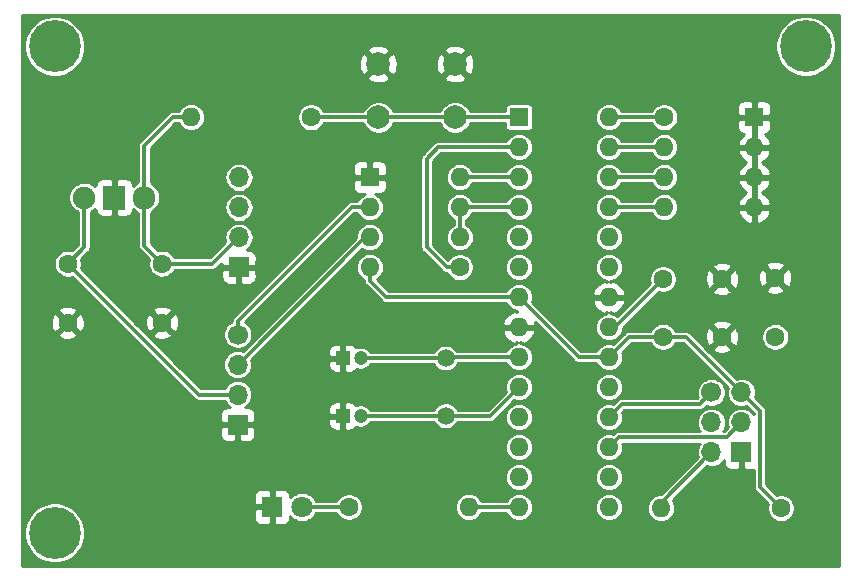
<source format=gbr>
G04 #@! TF.GenerationSoftware,KiCad,Pcbnew,(5.1.4-0-10_14)*
G04 #@! TF.CreationDate,2019-11-17T16:04:33+00:00*
G04 #@! TF.ProjectId,SELE_ACS,53454c45-5f41-4435-932e-6b696361645f,rev?*
G04 #@! TF.SameCoordinates,Original*
G04 #@! TF.FileFunction,Copper,L1,Top*
G04 #@! TF.FilePolarity,Positive*
%FSLAX46Y46*%
G04 Gerber Fmt 4.6, Leading zero omitted, Abs format (unit mm)*
G04 Created by KiCad (PCBNEW (5.1.4-0-10_14)) date 2019-11-17 16:04:33*
%MOMM*%
%LPD*%
G04 APERTURE LIST*
%ADD10C,4.400000*%
%ADD11O,1.700000X1.700000*%
%ADD12R,1.700000X1.700000*%
%ADD13O,1.600000X1.600000*%
%ADD14C,1.600000*%
%ADD15R,1.600000X1.600000*%
%ADD16C,1.700000*%
%ADD17C,1.800000*%
%ADD18R,1.800000X1.800000*%
%ADD19R,1.200000X1.200000*%
%ADD20C,1.200000*%
%ADD21C,1.500000*%
%ADD22O,1.905000X2.000000*%
%ADD23R,1.905000X2.000000*%
%ADD24C,1.905000*%
%ADD25C,2.000000*%
%ADD26C,0.300000*%
%ADD27C,0.254000*%
G04 APERTURE END LIST*
D10*
X80600000Y-107800000D03*
X80600000Y-66600000D03*
X144200000Y-66600000D03*
D11*
X96200000Y-77680000D03*
X96200000Y-80220000D03*
X96200000Y-82760000D03*
D12*
X96200000Y-85300000D03*
D13*
X92140000Y-72600000D03*
D14*
X102300000Y-72600000D03*
D13*
X127520000Y-72600000D03*
X119900000Y-105620000D03*
X127520000Y-75140000D03*
X119900000Y-103080000D03*
X127520000Y-77680000D03*
X119900000Y-100540000D03*
X127520000Y-80220000D03*
X119900000Y-98000000D03*
X127520000Y-82760000D03*
X119900000Y-95460000D03*
X127520000Y-85300000D03*
X119900000Y-92920000D03*
X127520000Y-87840000D03*
X119900000Y-90380000D03*
X127520000Y-90380000D03*
X119900000Y-87840000D03*
X127520000Y-92920000D03*
X119900000Y-85300000D03*
X127520000Y-95460000D03*
X119900000Y-82760000D03*
X127520000Y-98000000D03*
X119900000Y-80220000D03*
X127520000Y-100540000D03*
X119900000Y-77680000D03*
X127520000Y-103080000D03*
X119900000Y-75140000D03*
X127520000Y-105620000D03*
D15*
X119900000Y-72600000D03*
D13*
X131940000Y-105700000D03*
D14*
X142100000Y-105700000D03*
D13*
X115660000Y-105600000D03*
D14*
X105500000Y-105600000D03*
D12*
X96100000Y-98620000D03*
D11*
X96100000Y-96080000D03*
X96100000Y-93540000D03*
D16*
X96100000Y-91000000D03*
D12*
X138740000Y-100980000D03*
D11*
X136200000Y-100980000D03*
X138740000Y-98440000D03*
X136200000Y-98440000D03*
X138740000Y-95900000D03*
D16*
X136200000Y-95900000D03*
D17*
X101540000Y-105600000D03*
D18*
X99000000Y-105600000D03*
D14*
X89700000Y-90000000D03*
X89700000Y-85000000D03*
X81700000Y-90000000D03*
X81700000Y-85000000D03*
X141600000Y-91200000D03*
X141600000Y-86200000D03*
X137100000Y-91200000D03*
X132100000Y-91200000D03*
X137100000Y-86300000D03*
X132100000Y-86300000D03*
D19*
X105000000Y-97900000D03*
D20*
X106500000Y-97900000D03*
D19*
X105000000Y-93000000D03*
D20*
X106500000Y-93000000D03*
D21*
X113700000Y-97880000D03*
X113700000Y-93000000D03*
D22*
X88180000Y-79400000D03*
D23*
X85640000Y-79400000D03*
D24*
X83100000Y-79400000D03*
D13*
X107280000Y-85300000D03*
X114900000Y-77680000D03*
X107280000Y-82760000D03*
X114900000Y-80220000D03*
X107280000Y-80220000D03*
X114900000Y-82760000D03*
D15*
X107280000Y-77680000D03*
D14*
X114900000Y-85300000D03*
D15*
X139820000Y-72600000D03*
D13*
X132200000Y-80220000D03*
X139820000Y-75140000D03*
X132200000Y-77680000D03*
X139820000Y-77680000D03*
X132200000Y-75140000D03*
X139820000Y-80220000D03*
D14*
X132200000Y-72600000D03*
D25*
X108000000Y-72600000D03*
X108000000Y-68100000D03*
X114500000Y-72600000D03*
X114500000Y-68100000D03*
D26*
X83100000Y-83600000D02*
X81700000Y-85000000D01*
X83100000Y-79400000D02*
X83100000Y-83600000D01*
X92780000Y-96080000D02*
X81700000Y-85000000D01*
X96100000Y-96080000D02*
X92780000Y-96080000D01*
X104368630Y-105600000D02*
X101540000Y-105600000D01*
X105500000Y-105600000D02*
X104368630Y-105600000D01*
X119625354Y-77680000D02*
X119635354Y-77690000D01*
X114900000Y-77680000D02*
X119900000Y-77680000D01*
X113060000Y-75140000D02*
X119900000Y-75140000D01*
X112100000Y-76100000D02*
X113060000Y-75140000D01*
X112100000Y-83600000D02*
X112100000Y-76100000D01*
X113800000Y-85300000D02*
X112100000Y-83600000D01*
X114900000Y-85300000D02*
X113800000Y-85300000D01*
X131068630Y-80220000D02*
X127520000Y-80220000D01*
X132200000Y-80220000D02*
X131068630Y-80220000D01*
X131068630Y-77680000D02*
X127520000Y-77680000D01*
X132200000Y-77680000D02*
X131068630Y-77680000D01*
X132200000Y-75140000D02*
X127520000Y-75140000D01*
X127520000Y-72600000D02*
X132200000Y-72600000D01*
X113780000Y-92920000D02*
X113700000Y-93000000D01*
X119900000Y-92920000D02*
X113780000Y-92920000D01*
X112639340Y-93000000D02*
X106500000Y-93000000D01*
X113700000Y-93000000D02*
X112639340Y-93000000D01*
X117480000Y-97880000D02*
X119900000Y-95460000D01*
X113700000Y-97880000D02*
X117480000Y-97880000D01*
X113680000Y-97900000D02*
X113700000Y-97880000D01*
X106500000Y-97900000D02*
X113680000Y-97900000D01*
X128020000Y-90380000D02*
X127520000Y-90380000D01*
X132100000Y-86300000D02*
X128020000Y-90380000D01*
X119900000Y-87840000D02*
X109820000Y-87840000D01*
X93960000Y-85000000D02*
X89700000Y-85000000D01*
X96200000Y-82760000D02*
X93960000Y-85000000D01*
X88387110Y-79900010D02*
X88533560Y-79753560D01*
X129240000Y-91200000D02*
X127520000Y-92920000D01*
X132100000Y-91200000D02*
X129240000Y-91200000D01*
X88180000Y-75020000D02*
X88180000Y-79400000D01*
X90600000Y-72600000D02*
X88180000Y-75020000D01*
X92140000Y-72600000D02*
X90600000Y-72600000D01*
X124980000Y-92920000D02*
X119900000Y-87840000D01*
X127520000Y-92920000D02*
X124980000Y-92920000D01*
X88180000Y-83480000D02*
X89700000Y-85000000D01*
X88180000Y-79400000D02*
X88180000Y-83480000D01*
X134040000Y-91200000D02*
X132100000Y-91200000D01*
X138740000Y-95900000D02*
X134040000Y-91200000D01*
X108688630Y-87840000D02*
X109820000Y-87840000D01*
X107280000Y-86431370D02*
X108688630Y-87840000D01*
X107280000Y-85300000D02*
X107280000Y-86431370D01*
X140300000Y-103900000D02*
X142100000Y-105700000D01*
X140300000Y-97460000D02*
X140300000Y-103900000D01*
X138740000Y-95900000D02*
X140300000Y-97460000D01*
X114510000Y-72610000D02*
X114500000Y-72600000D01*
X114500000Y-72600000D02*
X119900000Y-72600000D01*
X114500000Y-72600000D02*
X108000000Y-72600000D01*
X108000000Y-72600000D02*
X102300000Y-72600000D01*
X131940000Y-105240000D02*
X131940000Y-105700000D01*
X136200000Y-100980000D02*
X131940000Y-105240000D01*
X128360000Y-99700000D02*
X127520000Y-100540000D01*
X137480000Y-99700000D02*
X128360000Y-99700000D01*
X138740000Y-98440000D02*
X137480000Y-99700000D01*
X128620000Y-96900000D02*
X127520000Y-98000000D01*
X135200000Y-96900000D02*
X128620000Y-96900000D01*
X136200000Y-95900000D02*
X135200000Y-96900000D01*
X106880000Y-82760000D02*
X107280000Y-82760000D01*
X96100000Y-93540000D02*
X106880000Y-82760000D01*
X106148630Y-80220000D02*
X107280000Y-80220000D01*
X105730000Y-80220000D02*
X106148630Y-80220000D01*
X96100000Y-89850000D02*
X105730000Y-80220000D01*
X96100000Y-91000000D02*
X96100000Y-89850000D01*
X119880000Y-105600000D02*
X119900000Y-105620000D01*
X115660000Y-105600000D02*
X119880000Y-105600000D01*
X114910000Y-80230000D02*
X114900000Y-80220000D01*
X114900000Y-80220000D02*
X119900000Y-80220000D01*
X114900000Y-82760000D02*
X114900000Y-80220000D01*
D27*
G36*
X146969001Y-110569000D02*
G01*
X77831000Y-110569000D01*
X77831000Y-107545794D01*
X78019000Y-107545794D01*
X78019000Y-108054206D01*
X78118187Y-108552850D01*
X78312748Y-109022562D01*
X78595207Y-109445291D01*
X78954709Y-109804793D01*
X79377438Y-110087252D01*
X79847150Y-110281813D01*
X80345794Y-110381000D01*
X80854206Y-110381000D01*
X81352850Y-110281813D01*
X81822562Y-110087252D01*
X82245291Y-109804793D01*
X82604793Y-109445291D01*
X82887252Y-109022562D01*
X83081813Y-108552850D01*
X83181000Y-108054206D01*
X83181000Y-107545794D01*
X83081813Y-107047150D01*
X82887252Y-106577438D01*
X82835510Y-106500000D01*
X97461928Y-106500000D01*
X97474188Y-106624482D01*
X97510498Y-106744180D01*
X97569463Y-106854494D01*
X97648815Y-106951185D01*
X97745506Y-107030537D01*
X97855820Y-107089502D01*
X97975518Y-107125812D01*
X98100000Y-107138072D01*
X98714250Y-107135000D01*
X98873000Y-106976250D01*
X98873000Y-105727000D01*
X97623750Y-105727000D01*
X97465000Y-105885750D01*
X97461928Y-106500000D01*
X82835510Y-106500000D01*
X82604793Y-106154709D01*
X82245291Y-105795207D01*
X81822562Y-105512748D01*
X81352850Y-105318187D01*
X80854206Y-105219000D01*
X80345794Y-105219000D01*
X79847150Y-105318187D01*
X79377438Y-105512748D01*
X78954709Y-105795207D01*
X78595207Y-106154709D01*
X78312748Y-106577438D01*
X78118187Y-107047150D01*
X78019000Y-107545794D01*
X77831000Y-107545794D01*
X77831000Y-104700000D01*
X97461928Y-104700000D01*
X97465000Y-105314250D01*
X97623750Y-105473000D01*
X98873000Y-105473000D01*
X98873000Y-104223750D01*
X99127000Y-104223750D01*
X99127000Y-105473000D01*
X99147000Y-105473000D01*
X99147000Y-105727000D01*
X99127000Y-105727000D01*
X99127000Y-106976250D01*
X99285750Y-107135000D01*
X99900000Y-107138072D01*
X100024482Y-107125812D01*
X100144180Y-107089502D01*
X100254494Y-107030537D01*
X100351185Y-106951185D01*
X100430537Y-106854494D01*
X100489502Y-106744180D01*
X100525812Y-106624482D01*
X100538072Y-106500000D01*
X100537600Y-106405541D01*
X100544982Y-106416590D01*
X100723410Y-106595018D01*
X100933219Y-106735207D01*
X101166346Y-106831772D01*
X101413833Y-106881000D01*
X101666167Y-106881000D01*
X101913654Y-106831772D01*
X102146781Y-106735207D01*
X102356590Y-106595018D01*
X102535018Y-106416590D01*
X102675207Y-106206781D01*
X102706597Y-106131000D01*
X104441643Y-106131000D01*
X104453412Y-106159413D01*
X104582658Y-106352843D01*
X104747157Y-106517342D01*
X104940587Y-106646588D01*
X105155515Y-106735614D01*
X105383682Y-106781000D01*
X105616318Y-106781000D01*
X105844485Y-106735614D01*
X106059413Y-106646588D01*
X106252843Y-106517342D01*
X106417342Y-106352843D01*
X106546588Y-106159413D01*
X106635614Y-105944485D01*
X106681000Y-105716318D01*
X106681000Y-105600000D01*
X114473286Y-105600000D01*
X114496088Y-105831516D01*
X114563619Y-106054136D01*
X114673283Y-106259303D01*
X114820866Y-106439134D01*
X115000697Y-106586717D01*
X115205864Y-106696381D01*
X115428484Y-106763912D01*
X115601984Y-106781000D01*
X115718016Y-106781000D01*
X115891516Y-106763912D01*
X116114136Y-106696381D01*
X116319303Y-106586717D01*
X116499134Y-106439134D01*
X116646717Y-106259303D01*
X116715296Y-106131000D01*
X118834013Y-106131000D01*
X118913283Y-106279303D01*
X119060866Y-106459134D01*
X119240697Y-106606717D01*
X119445864Y-106716381D01*
X119668484Y-106783912D01*
X119841984Y-106801000D01*
X119958016Y-106801000D01*
X120131516Y-106783912D01*
X120354136Y-106716381D01*
X120559303Y-106606717D01*
X120739134Y-106459134D01*
X120886717Y-106279303D01*
X120996381Y-106074136D01*
X121063912Y-105851516D01*
X121086714Y-105620000D01*
X126333286Y-105620000D01*
X126356088Y-105851516D01*
X126423619Y-106074136D01*
X126533283Y-106279303D01*
X126680866Y-106459134D01*
X126860697Y-106606717D01*
X127065864Y-106716381D01*
X127288484Y-106783912D01*
X127461984Y-106801000D01*
X127578016Y-106801000D01*
X127751516Y-106783912D01*
X127974136Y-106716381D01*
X128179303Y-106606717D01*
X128359134Y-106459134D01*
X128506717Y-106279303D01*
X128616381Y-106074136D01*
X128683912Y-105851516D01*
X128706714Y-105620000D01*
X128683912Y-105388484D01*
X128616381Y-105165864D01*
X128506717Y-104960697D01*
X128359134Y-104780866D01*
X128179303Y-104633283D01*
X127974136Y-104523619D01*
X127751516Y-104456088D01*
X127578016Y-104439000D01*
X127461984Y-104439000D01*
X127288484Y-104456088D01*
X127065864Y-104523619D01*
X126860697Y-104633283D01*
X126680866Y-104780866D01*
X126533283Y-104960697D01*
X126423619Y-105165864D01*
X126356088Y-105388484D01*
X126333286Y-105620000D01*
X121086714Y-105620000D01*
X121063912Y-105388484D01*
X120996381Y-105165864D01*
X120886717Y-104960697D01*
X120739134Y-104780866D01*
X120559303Y-104633283D01*
X120354136Y-104523619D01*
X120131516Y-104456088D01*
X119958016Y-104439000D01*
X119841984Y-104439000D01*
X119668484Y-104456088D01*
X119445864Y-104523619D01*
X119240697Y-104633283D01*
X119060866Y-104780866D01*
X118913283Y-104960697D01*
X118855394Y-105069000D01*
X116715296Y-105069000D01*
X116646717Y-104940697D01*
X116499134Y-104760866D01*
X116319303Y-104613283D01*
X116114136Y-104503619D01*
X115891516Y-104436088D01*
X115718016Y-104419000D01*
X115601984Y-104419000D01*
X115428484Y-104436088D01*
X115205864Y-104503619D01*
X115000697Y-104613283D01*
X114820866Y-104760866D01*
X114673283Y-104940697D01*
X114563619Y-105145864D01*
X114496088Y-105368484D01*
X114473286Y-105600000D01*
X106681000Y-105600000D01*
X106681000Y-105483682D01*
X106635614Y-105255515D01*
X106546588Y-105040587D01*
X106417342Y-104847157D01*
X106252843Y-104682658D01*
X106059413Y-104553412D01*
X105844485Y-104464386D01*
X105616318Y-104419000D01*
X105383682Y-104419000D01*
X105155515Y-104464386D01*
X104940587Y-104553412D01*
X104747157Y-104682658D01*
X104582658Y-104847157D01*
X104453412Y-105040587D01*
X104441643Y-105069000D01*
X102706597Y-105069000D01*
X102675207Y-104993219D01*
X102535018Y-104783410D01*
X102356590Y-104604982D01*
X102146781Y-104464793D01*
X101913654Y-104368228D01*
X101666167Y-104319000D01*
X101413833Y-104319000D01*
X101166346Y-104368228D01*
X100933219Y-104464793D01*
X100723410Y-104604982D01*
X100544982Y-104783410D01*
X100537600Y-104794459D01*
X100538072Y-104700000D01*
X100525812Y-104575518D01*
X100489502Y-104455820D01*
X100430537Y-104345506D01*
X100351185Y-104248815D01*
X100254494Y-104169463D01*
X100144180Y-104110498D01*
X100024482Y-104074188D01*
X99900000Y-104061928D01*
X99285750Y-104065000D01*
X99127000Y-104223750D01*
X98873000Y-104223750D01*
X98714250Y-104065000D01*
X98100000Y-104061928D01*
X97975518Y-104074188D01*
X97855820Y-104110498D01*
X97745506Y-104169463D01*
X97648815Y-104248815D01*
X97569463Y-104345506D01*
X97510498Y-104455820D01*
X97474188Y-104575518D01*
X97461928Y-104700000D01*
X77831000Y-104700000D01*
X77831000Y-103080000D01*
X118713286Y-103080000D01*
X118736088Y-103311516D01*
X118803619Y-103534136D01*
X118913283Y-103739303D01*
X119060866Y-103919134D01*
X119240697Y-104066717D01*
X119445864Y-104176381D01*
X119668484Y-104243912D01*
X119841984Y-104261000D01*
X119958016Y-104261000D01*
X120131516Y-104243912D01*
X120354136Y-104176381D01*
X120559303Y-104066717D01*
X120739134Y-103919134D01*
X120886717Y-103739303D01*
X120996381Y-103534136D01*
X121063912Y-103311516D01*
X121086714Y-103080000D01*
X126333286Y-103080000D01*
X126356088Y-103311516D01*
X126423619Y-103534136D01*
X126533283Y-103739303D01*
X126680866Y-103919134D01*
X126860697Y-104066717D01*
X127065864Y-104176381D01*
X127288484Y-104243912D01*
X127461984Y-104261000D01*
X127578016Y-104261000D01*
X127751516Y-104243912D01*
X127974136Y-104176381D01*
X128179303Y-104066717D01*
X128359134Y-103919134D01*
X128506717Y-103739303D01*
X128616381Y-103534136D01*
X128683912Y-103311516D01*
X128706714Y-103080000D01*
X128683912Y-102848484D01*
X128616381Y-102625864D01*
X128506717Y-102420697D01*
X128359134Y-102240866D01*
X128179303Y-102093283D01*
X127974136Y-101983619D01*
X127751516Y-101916088D01*
X127578016Y-101899000D01*
X127461984Y-101899000D01*
X127288484Y-101916088D01*
X127065864Y-101983619D01*
X126860697Y-102093283D01*
X126680866Y-102240866D01*
X126533283Y-102420697D01*
X126423619Y-102625864D01*
X126356088Y-102848484D01*
X126333286Y-103080000D01*
X121086714Y-103080000D01*
X121063912Y-102848484D01*
X120996381Y-102625864D01*
X120886717Y-102420697D01*
X120739134Y-102240866D01*
X120559303Y-102093283D01*
X120354136Y-101983619D01*
X120131516Y-101916088D01*
X119958016Y-101899000D01*
X119841984Y-101899000D01*
X119668484Y-101916088D01*
X119445864Y-101983619D01*
X119240697Y-102093283D01*
X119060866Y-102240866D01*
X118913283Y-102420697D01*
X118803619Y-102625864D01*
X118736088Y-102848484D01*
X118713286Y-103080000D01*
X77831000Y-103080000D01*
X77831000Y-100540000D01*
X118713286Y-100540000D01*
X118736088Y-100771516D01*
X118803619Y-100994136D01*
X118913283Y-101199303D01*
X119060866Y-101379134D01*
X119240697Y-101526717D01*
X119445864Y-101636381D01*
X119668484Y-101703912D01*
X119841984Y-101721000D01*
X119958016Y-101721000D01*
X120131516Y-101703912D01*
X120354136Y-101636381D01*
X120559303Y-101526717D01*
X120739134Y-101379134D01*
X120886717Y-101199303D01*
X120996381Y-100994136D01*
X121063912Y-100771516D01*
X121086714Y-100540000D01*
X121063912Y-100308484D01*
X120996381Y-100085864D01*
X120886717Y-99880697D01*
X120739134Y-99700866D01*
X120559303Y-99553283D01*
X120354136Y-99443619D01*
X120131516Y-99376088D01*
X119958016Y-99359000D01*
X119841984Y-99359000D01*
X119668484Y-99376088D01*
X119445864Y-99443619D01*
X119240697Y-99553283D01*
X119060866Y-99700866D01*
X118913283Y-99880697D01*
X118803619Y-100085864D01*
X118736088Y-100308484D01*
X118713286Y-100540000D01*
X77831000Y-100540000D01*
X77831000Y-99470000D01*
X94611928Y-99470000D01*
X94624188Y-99594482D01*
X94660498Y-99714180D01*
X94719463Y-99824494D01*
X94798815Y-99921185D01*
X94895506Y-100000537D01*
X95005820Y-100059502D01*
X95125518Y-100095812D01*
X95250000Y-100108072D01*
X95814250Y-100105000D01*
X95973000Y-99946250D01*
X95973000Y-98747000D01*
X96227000Y-98747000D01*
X96227000Y-99946250D01*
X96385750Y-100105000D01*
X96950000Y-100108072D01*
X97074482Y-100095812D01*
X97194180Y-100059502D01*
X97304494Y-100000537D01*
X97401185Y-99921185D01*
X97480537Y-99824494D01*
X97539502Y-99714180D01*
X97575812Y-99594482D01*
X97588072Y-99470000D01*
X97585000Y-98905750D01*
X97426250Y-98747000D01*
X96227000Y-98747000D01*
X95973000Y-98747000D01*
X94773750Y-98747000D01*
X94615000Y-98905750D01*
X94611928Y-99470000D01*
X77831000Y-99470000D01*
X77831000Y-98500000D01*
X103761928Y-98500000D01*
X103774188Y-98624482D01*
X103810498Y-98744180D01*
X103869463Y-98854494D01*
X103948815Y-98951185D01*
X104045506Y-99030537D01*
X104155820Y-99089502D01*
X104275518Y-99125812D01*
X104400000Y-99138072D01*
X104714250Y-99135000D01*
X104873000Y-98976250D01*
X104873000Y-98027000D01*
X103923750Y-98027000D01*
X103765000Y-98185750D01*
X103761928Y-98500000D01*
X77831000Y-98500000D01*
X77831000Y-90992702D01*
X80886903Y-90992702D01*
X80958486Y-91236671D01*
X81213996Y-91357571D01*
X81488184Y-91426300D01*
X81770512Y-91440217D01*
X82050130Y-91398787D01*
X82316292Y-91303603D01*
X82441514Y-91236671D01*
X82513097Y-90992702D01*
X81700000Y-90179605D01*
X80886903Y-90992702D01*
X77831000Y-90992702D01*
X77831000Y-90070512D01*
X80259783Y-90070512D01*
X80301213Y-90350130D01*
X80396397Y-90616292D01*
X80463329Y-90741514D01*
X80707298Y-90813097D01*
X81520395Y-90000000D01*
X81879605Y-90000000D01*
X82692702Y-90813097D01*
X82936671Y-90741514D01*
X83057571Y-90486004D01*
X83126300Y-90211816D01*
X83140217Y-89929488D01*
X83098787Y-89649870D01*
X83003603Y-89383708D01*
X82936671Y-89258486D01*
X82692702Y-89186903D01*
X81879605Y-90000000D01*
X81520395Y-90000000D01*
X80707298Y-89186903D01*
X80463329Y-89258486D01*
X80342429Y-89513996D01*
X80273700Y-89788184D01*
X80259783Y-90070512D01*
X77831000Y-90070512D01*
X77831000Y-89007298D01*
X80886903Y-89007298D01*
X81700000Y-89820395D01*
X82513097Y-89007298D01*
X82441514Y-88763329D01*
X82186004Y-88642429D01*
X81911816Y-88573700D01*
X81629488Y-88559783D01*
X81349870Y-88601213D01*
X81083708Y-88696397D01*
X80958486Y-88763329D01*
X80886903Y-89007298D01*
X77831000Y-89007298D01*
X77831000Y-84883682D01*
X80519000Y-84883682D01*
X80519000Y-85116318D01*
X80564386Y-85344485D01*
X80653412Y-85559413D01*
X80782658Y-85752843D01*
X80947157Y-85917342D01*
X81140587Y-86046588D01*
X81355515Y-86135614D01*
X81583682Y-86181000D01*
X81816318Y-86181000D01*
X82044485Y-86135614D01*
X82072899Y-86123845D01*
X92386083Y-96437030D01*
X92402710Y-96457290D01*
X92422970Y-96473917D01*
X92483564Y-96523646D01*
X92515696Y-96540821D01*
X92575812Y-96572953D01*
X92675906Y-96603317D01*
X92753916Y-96611000D01*
X92753925Y-96611000D01*
X92779999Y-96613568D01*
X92806073Y-96611000D01*
X94988010Y-96611000D01*
X95071509Y-96767216D01*
X95225340Y-96954660D01*
X95412784Y-97108491D01*
X95458758Y-97133065D01*
X95250000Y-97131928D01*
X95125518Y-97144188D01*
X95005820Y-97180498D01*
X94895506Y-97239463D01*
X94798815Y-97318815D01*
X94719463Y-97415506D01*
X94660498Y-97525820D01*
X94624188Y-97645518D01*
X94611928Y-97770000D01*
X94615000Y-98334250D01*
X94773750Y-98493000D01*
X95973000Y-98493000D01*
X95973000Y-98473000D01*
X96227000Y-98473000D01*
X96227000Y-98493000D01*
X97426250Y-98493000D01*
X97585000Y-98334250D01*
X97588072Y-97770000D01*
X97575812Y-97645518D01*
X97539502Y-97525820D01*
X97480537Y-97415506D01*
X97401185Y-97318815D01*
X97378259Y-97300000D01*
X103761928Y-97300000D01*
X103765000Y-97614250D01*
X103923750Y-97773000D01*
X104873000Y-97773000D01*
X104873000Y-96823750D01*
X105127000Y-96823750D01*
X105127000Y-97773000D01*
X105147000Y-97773000D01*
X105147000Y-98027000D01*
X105127000Y-98027000D01*
X105127000Y-98976250D01*
X105285750Y-99135000D01*
X105600000Y-99138072D01*
X105724482Y-99125812D01*
X105844180Y-99089502D01*
X105954494Y-99030537D01*
X106051185Y-98951185D01*
X106130537Y-98854494D01*
X106150538Y-98817075D01*
X106213853Y-98843301D01*
X106403380Y-98881000D01*
X106596620Y-98881000D01*
X106786147Y-98843301D01*
X106964678Y-98769351D01*
X107125351Y-98661993D01*
X107261993Y-98525351D01*
X107325036Y-98431000D01*
X112707925Y-98431000D01*
X112821495Y-98600970D01*
X112979030Y-98758505D01*
X113164271Y-98882279D01*
X113370100Y-98967536D01*
X113588606Y-99011000D01*
X113811394Y-99011000D01*
X114029900Y-98967536D01*
X114235729Y-98882279D01*
X114420970Y-98758505D01*
X114578505Y-98600970D01*
X114702279Y-98415729D01*
X114704238Y-98411000D01*
X117453926Y-98411000D01*
X117480000Y-98413568D01*
X117506074Y-98411000D01*
X117506084Y-98411000D01*
X117584094Y-98403317D01*
X117684188Y-98372953D01*
X117776435Y-98323646D01*
X117857290Y-98257290D01*
X117873921Y-98237025D01*
X118110946Y-98000000D01*
X118713286Y-98000000D01*
X118736088Y-98231516D01*
X118803619Y-98454136D01*
X118913283Y-98659303D01*
X119060866Y-98839134D01*
X119240697Y-98986717D01*
X119445864Y-99096381D01*
X119668484Y-99163912D01*
X119841984Y-99181000D01*
X119958016Y-99181000D01*
X120131516Y-99163912D01*
X120354136Y-99096381D01*
X120559303Y-98986717D01*
X120739134Y-98839134D01*
X120886717Y-98659303D01*
X120996381Y-98454136D01*
X121063912Y-98231516D01*
X121086714Y-98000000D01*
X126333286Y-98000000D01*
X126356088Y-98231516D01*
X126423619Y-98454136D01*
X126533283Y-98659303D01*
X126680866Y-98839134D01*
X126860697Y-98986717D01*
X127065864Y-99096381D01*
X127288484Y-99163912D01*
X127461984Y-99181000D01*
X127578016Y-99181000D01*
X127751516Y-99163912D01*
X127974136Y-99096381D01*
X128179303Y-98986717D01*
X128359134Y-98839134D01*
X128506717Y-98659303D01*
X128616381Y-98454136D01*
X128683912Y-98231516D01*
X128706714Y-98000000D01*
X128683912Y-97768484D01*
X128641681Y-97629266D01*
X128839947Y-97431000D01*
X135173926Y-97431000D01*
X135200000Y-97433568D01*
X135226074Y-97431000D01*
X135226084Y-97431000D01*
X135304094Y-97423317D01*
X135404188Y-97392953D01*
X135496435Y-97343646D01*
X135577290Y-97277290D01*
X135593921Y-97257025D01*
X135788833Y-97062113D01*
X135840931Y-97083693D01*
X136078757Y-97131000D01*
X136321243Y-97131000D01*
X136559069Y-97083693D01*
X136783097Y-96990898D01*
X136984717Y-96856180D01*
X137156180Y-96684717D01*
X137290898Y-96483097D01*
X137383693Y-96259069D01*
X137431000Y-96021243D01*
X137431000Y-95778757D01*
X137383693Y-95540931D01*
X137290898Y-95316903D01*
X137156180Y-95115283D01*
X136984717Y-94943820D01*
X136783097Y-94809102D01*
X136559069Y-94716307D01*
X136321243Y-94669000D01*
X136078757Y-94669000D01*
X135840931Y-94716307D01*
X135616903Y-94809102D01*
X135415283Y-94943820D01*
X135243820Y-95115283D01*
X135109102Y-95316903D01*
X135016307Y-95540931D01*
X134969000Y-95778757D01*
X134969000Y-96021243D01*
X135016307Y-96259069D01*
X135037887Y-96311167D01*
X134980054Y-96369000D01*
X128646074Y-96369000D01*
X128620000Y-96366432D01*
X128593926Y-96369000D01*
X128593916Y-96369000D01*
X128515906Y-96376683D01*
X128415812Y-96407047D01*
X128323564Y-96456354D01*
X128262970Y-96506083D01*
X128242710Y-96522710D01*
X128226083Y-96542970D01*
X127890734Y-96878319D01*
X127751516Y-96836088D01*
X127578016Y-96819000D01*
X127461984Y-96819000D01*
X127288484Y-96836088D01*
X127065864Y-96903619D01*
X126860697Y-97013283D01*
X126680866Y-97160866D01*
X126533283Y-97340697D01*
X126423619Y-97545864D01*
X126356088Y-97768484D01*
X126333286Y-98000000D01*
X121086714Y-98000000D01*
X121063912Y-97768484D01*
X120996381Y-97545864D01*
X120886717Y-97340697D01*
X120739134Y-97160866D01*
X120559303Y-97013283D01*
X120354136Y-96903619D01*
X120131516Y-96836088D01*
X119958016Y-96819000D01*
X119841984Y-96819000D01*
X119668484Y-96836088D01*
X119445864Y-96903619D01*
X119240697Y-97013283D01*
X119060866Y-97160866D01*
X118913283Y-97340697D01*
X118803619Y-97545864D01*
X118736088Y-97768484D01*
X118713286Y-98000000D01*
X118110946Y-98000000D01*
X119529267Y-96581681D01*
X119668484Y-96623912D01*
X119841984Y-96641000D01*
X119958016Y-96641000D01*
X120131516Y-96623912D01*
X120354136Y-96556381D01*
X120559303Y-96446717D01*
X120739134Y-96299134D01*
X120886717Y-96119303D01*
X120996381Y-95914136D01*
X121063912Y-95691516D01*
X121086714Y-95460000D01*
X126333286Y-95460000D01*
X126356088Y-95691516D01*
X126423619Y-95914136D01*
X126533283Y-96119303D01*
X126680866Y-96299134D01*
X126860697Y-96446717D01*
X127065864Y-96556381D01*
X127288484Y-96623912D01*
X127461984Y-96641000D01*
X127578016Y-96641000D01*
X127751516Y-96623912D01*
X127974136Y-96556381D01*
X128179303Y-96446717D01*
X128359134Y-96299134D01*
X128506717Y-96119303D01*
X128616381Y-95914136D01*
X128683912Y-95691516D01*
X128706714Y-95460000D01*
X128683912Y-95228484D01*
X128616381Y-95005864D01*
X128506717Y-94800697D01*
X128359134Y-94620866D01*
X128179303Y-94473283D01*
X127974136Y-94363619D01*
X127751516Y-94296088D01*
X127578016Y-94279000D01*
X127461984Y-94279000D01*
X127288484Y-94296088D01*
X127065864Y-94363619D01*
X126860697Y-94473283D01*
X126680866Y-94620866D01*
X126533283Y-94800697D01*
X126423619Y-95005864D01*
X126356088Y-95228484D01*
X126333286Y-95460000D01*
X121086714Y-95460000D01*
X121063912Y-95228484D01*
X120996381Y-95005864D01*
X120886717Y-94800697D01*
X120739134Y-94620866D01*
X120559303Y-94473283D01*
X120354136Y-94363619D01*
X120131516Y-94296088D01*
X119958016Y-94279000D01*
X119841984Y-94279000D01*
X119668484Y-94296088D01*
X119445864Y-94363619D01*
X119240697Y-94473283D01*
X119060866Y-94620866D01*
X118913283Y-94800697D01*
X118803619Y-95005864D01*
X118736088Y-95228484D01*
X118713286Y-95460000D01*
X118736088Y-95691516D01*
X118778319Y-95830733D01*
X117260054Y-97349000D01*
X114704238Y-97349000D01*
X114702279Y-97344271D01*
X114578505Y-97159030D01*
X114420970Y-97001495D01*
X114235729Y-96877721D01*
X114029900Y-96792464D01*
X113811394Y-96749000D01*
X113588606Y-96749000D01*
X113370100Y-96792464D01*
X113164271Y-96877721D01*
X112979030Y-97001495D01*
X112821495Y-97159030D01*
X112697721Y-97344271D01*
X112687478Y-97369000D01*
X107325036Y-97369000D01*
X107261993Y-97274649D01*
X107125351Y-97138007D01*
X106964678Y-97030649D01*
X106786147Y-96956699D01*
X106596620Y-96919000D01*
X106403380Y-96919000D01*
X106213853Y-96956699D01*
X106150538Y-96982925D01*
X106130537Y-96945506D01*
X106051185Y-96848815D01*
X105954494Y-96769463D01*
X105844180Y-96710498D01*
X105724482Y-96674188D01*
X105600000Y-96661928D01*
X105285750Y-96665000D01*
X105127000Y-96823750D01*
X104873000Y-96823750D01*
X104714250Y-96665000D01*
X104400000Y-96661928D01*
X104275518Y-96674188D01*
X104155820Y-96710498D01*
X104045506Y-96769463D01*
X103948815Y-96848815D01*
X103869463Y-96945506D01*
X103810498Y-97055820D01*
X103774188Y-97175518D01*
X103761928Y-97300000D01*
X97378259Y-97300000D01*
X97304494Y-97239463D01*
X97194180Y-97180498D01*
X97074482Y-97144188D01*
X96950000Y-97131928D01*
X96741242Y-97133065D01*
X96787216Y-97108491D01*
X96974660Y-96954660D01*
X97128491Y-96767216D01*
X97242798Y-96553363D01*
X97313188Y-96321318D01*
X97336956Y-96080000D01*
X97313188Y-95838682D01*
X97242798Y-95606637D01*
X97128491Y-95392784D01*
X96974660Y-95205340D01*
X96787216Y-95051509D01*
X96573363Y-94937202D01*
X96341318Y-94866812D01*
X96160472Y-94849000D01*
X96039528Y-94849000D01*
X95858682Y-94866812D01*
X95626637Y-94937202D01*
X95412784Y-95051509D01*
X95225340Y-95205340D01*
X95071509Y-95392784D01*
X94988010Y-95549000D01*
X92999947Y-95549000D01*
X90990947Y-93540000D01*
X94863044Y-93540000D01*
X94886812Y-93781318D01*
X94957202Y-94013363D01*
X95071509Y-94227216D01*
X95225340Y-94414660D01*
X95412784Y-94568491D01*
X95626637Y-94682798D01*
X95858682Y-94753188D01*
X96039528Y-94771000D01*
X96160472Y-94771000D01*
X96341318Y-94753188D01*
X96573363Y-94682798D01*
X96787216Y-94568491D01*
X96974660Y-94414660D01*
X97128491Y-94227216D01*
X97242798Y-94013363D01*
X97313188Y-93781318D01*
X97331046Y-93600000D01*
X103761928Y-93600000D01*
X103774188Y-93724482D01*
X103810498Y-93844180D01*
X103869463Y-93954494D01*
X103948815Y-94051185D01*
X104045506Y-94130537D01*
X104155820Y-94189502D01*
X104275518Y-94225812D01*
X104400000Y-94238072D01*
X104714250Y-94235000D01*
X104873000Y-94076250D01*
X104873000Y-93127000D01*
X103923750Y-93127000D01*
X103765000Y-93285750D01*
X103761928Y-93600000D01*
X97331046Y-93600000D01*
X97336956Y-93540000D01*
X97313188Y-93298682D01*
X97261769Y-93129177D01*
X97990946Y-92400000D01*
X103761928Y-92400000D01*
X103765000Y-92714250D01*
X103923750Y-92873000D01*
X104873000Y-92873000D01*
X104873000Y-91923750D01*
X105127000Y-91923750D01*
X105127000Y-92873000D01*
X105147000Y-92873000D01*
X105147000Y-93127000D01*
X105127000Y-93127000D01*
X105127000Y-94076250D01*
X105285750Y-94235000D01*
X105600000Y-94238072D01*
X105724482Y-94225812D01*
X105844180Y-94189502D01*
X105954494Y-94130537D01*
X106051185Y-94051185D01*
X106130537Y-93954494D01*
X106150538Y-93917075D01*
X106213853Y-93943301D01*
X106403380Y-93981000D01*
X106596620Y-93981000D01*
X106786147Y-93943301D01*
X106964678Y-93869351D01*
X107125351Y-93761993D01*
X107261993Y-93625351D01*
X107325036Y-93531000D01*
X112695762Y-93531000D01*
X112697721Y-93535729D01*
X112821495Y-93720970D01*
X112979030Y-93878505D01*
X113164271Y-94002279D01*
X113370100Y-94087536D01*
X113588606Y-94131000D01*
X113811394Y-94131000D01*
X114029900Y-94087536D01*
X114235729Y-94002279D01*
X114420970Y-93878505D01*
X114578505Y-93720970D01*
X114702279Y-93535729D01*
X114737375Y-93451000D01*
X118844704Y-93451000D01*
X118913283Y-93579303D01*
X119060866Y-93759134D01*
X119240697Y-93906717D01*
X119445864Y-94016381D01*
X119668484Y-94083912D01*
X119841984Y-94101000D01*
X119958016Y-94101000D01*
X120131516Y-94083912D01*
X120354136Y-94016381D01*
X120559303Y-93906717D01*
X120739134Y-93759134D01*
X120886717Y-93579303D01*
X120996381Y-93374136D01*
X121063912Y-93151516D01*
X121086714Y-92920000D01*
X121063912Y-92688484D01*
X120996381Y-92465864D01*
X120886717Y-92260697D01*
X120739134Y-92080866D01*
X120559303Y-91933283D01*
X120354136Y-91823619D01*
X120131516Y-91756088D01*
X120027002Y-91745794D01*
X120027002Y-91650625D01*
X120249040Y-91771909D01*
X120513881Y-91677070D01*
X120755131Y-91532385D01*
X120963519Y-91343414D01*
X121131037Y-91117420D01*
X121251246Y-90863087D01*
X121291904Y-90729039D01*
X121169915Y-90507000D01*
X120027000Y-90507000D01*
X120027000Y-90527000D01*
X119773000Y-90527000D01*
X119773000Y-90507000D01*
X118630085Y-90507000D01*
X118508096Y-90729039D01*
X118548754Y-90863087D01*
X118668963Y-91117420D01*
X118836481Y-91343414D01*
X119044869Y-91532385D01*
X119286119Y-91677070D01*
X119550960Y-91771909D01*
X119772998Y-91650625D01*
X119772998Y-91745794D01*
X119668484Y-91756088D01*
X119445864Y-91823619D01*
X119240697Y-91933283D01*
X119060866Y-92080866D01*
X118913283Y-92260697D01*
X118844704Y-92389000D01*
X114651985Y-92389000D01*
X114578505Y-92279030D01*
X114420970Y-92121495D01*
X114235729Y-91997721D01*
X114029900Y-91912464D01*
X113811394Y-91869000D01*
X113588606Y-91869000D01*
X113370100Y-91912464D01*
X113164271Y-91997721D01*
X112979030Y-92121495D01*
X112821495Y-92279030D01*
X112697721Y-92464271D01*
X112695762Y-92469000D01*
X107325036Y-92469000D01*
X107261993Y-92374649D01*
X107125351Y-92238007D01*
X106964678Y-92130649D01*
X106786147Y-92056699D01*
X106596620Y-92019000D01*
X106403380Y-92019000D01*
X106213853Y-92056699D01*
X106150538Y-92082925D01*
X106130537Y-92045506D01*
X106051185Y-91948815D01*
X105954494Y-91869463D01*
X105844180Y-91810498D01*
X105724482Y-91774188D01*
X105600000Y-91761928D01*
X105285750Y-91765000D01*
X105127000Y-91923750D01*
X104873000Y-91923750D01*
X104714250Y-91765000D01*
X104400000Y-91761928D01*
X104275518Y-91774188D01*
X104155820Y-91810498D01*
X104045506Y-91869463D01*
X103948815Y-91948815D01*
X103869463Y-92045506D01*
X103810498Y-92155820D01*
X103774188Y-92275518D01*
X103761928Y-92400000D01*
X97990946Y-92400000D01*
X105090946Y-85300000D01*
X106093286Y-85300000D01*
X106116088Y-85531516D01*
X106183619Y-85754136D01*
X106293283Y-85959303D01*
X106440866Y-86139134D01*
X106620697Y-86286717D01*
X106749001Y-86355297D01*
X106749001Y-86405286D01*
X106746432Y-86431370D01*
X106756684Y-86535463D01*
X106787047Y-86635557D01*
X106836354Y-86727805D01*
X106885815Y-86788072D01*
X106902711Y-86808660D01*
X106922970Y-86825287D01*
X108294718Y-88197036D01*
X108311340Y-88217290D01*
X108331594Y-88233912D01*
X108331600Y-88233918D01*
X108392194Y-88283646D01*
X108411820Y-88294136D01*
X108484442Y-88332953D01*
X108584536Y-88363317D01*
X108662546Y-88371000D01*
X108662556Y-88371000D01*
X108688630Y-88373568D01*
X108714704Y-88371000D01*
X118844704Y-88371000D01*
X118913283Y-88499303D01*
X119060866Y-88679134D01*
X119240697Y-88826717D01*
X119445864Y-88936381D01*
X119668484Y-89003912D01*
X119772998Y-89014206D01*
X119772998Y-89109375D01*
X119550960Y-88988091D01*
X119286119Y-89082930D01*
X119044869Y-89227615D01*
X118836481Y-89416586D01*
X118668963Y-89642580D01*
X118548754Y-89896913D01*
X118508096Y-90030961D01*
X118630085Y-90253000D01*
X119773000Y-90253000D01*
X119773000Y-90233000D01*
X120027000Y-90233000D01*
X120027000Y-90253000D01*
X121169915Y-90253000D01*
X121291904Y-90030961D01*
X121270959Y-89961905D01*
X124586082Y-93277029D01*
X124602710Y-93297290D01*
X124622970Y-93313917D01*
X124683564Y-93363646D01*
X124740198Y-93393917D01*
X124775812Y-93412953D01*
X124875906Y-93443317D01*
X124953916Y-93451000D01*
X124953926Y-93451000D01*
X124980000Y-93453568D01*
X125006074Y-93451000D01*
X126464704Y-93451000D01*
X126533283Y-93579303D01*
X126680866Y-93759134D01*
X126860697Y-93906717D01*
X127065864Y-94016381D01*
X127288484Y-94083912D01*
X127461984Y-94101000D01*
X127578016Y-94101000D01*
X127751516Y-94083912D01*
X127974136Y-94016381D01*
X128179303Y-93906717D01*
X128359134Y-93759134D01*
X128506717Y-93579303D01*
X128616381Y-93374136D01*
X128683912Y-93151516D01*
X128706714Y-92920000D01*
X128683912Y-92688484D01*
X128641681Y-92549266D01*
X129459947Y-91731000D01*
X131041643Y-91731000D01*
X131053412Y-91759413D01*
X131182658Y-91952843D01*
X131347157Y-92117342D01*
X131540587Y-92246588D01*
X131755515Y-92335614D01*
X131983682Y-92381000D01*
X132216318Y-92381000D01*
X132444485Y-92335614D01*
X132659413Y-92246588D01*
X132852843Y-92117342D01*
X133017342Y-91952843D01*
X133146588Y-91759413D01*
X133158357Y-91731000D01*
X133820054Y-91731000D01*
X137578230Y-95489178D01*
X137526812Y-95658682D01*
X137503044Y-95900000D01*
X137526812Y-96141318D01*
X137597202Y-96373363D01*
X137711509Y-96587216D01*
X137865340Y-96774660D01*
X138052784Y-96928491D01*
X138266637Y-97042798D01*
X138498682Y-97113188D01*
X138679528Y-97131000D01*
X138800472Y-97131000D01*
X138981318Y-97113188D01*
X139150823Y-97061769D01*
X139769000Y-97679947D01*
X139769000Y-97753736D01*
X139768491Y-97752784D01*
X139614660Y-97565340D01*
X139427216Y-97411509D01*
X139213363Y-97297202D01*
X138981318Y-97226812D01*
X138800472Y-97209000D01*
X138679528Y-97209000D01*
X138498682Y-97226812D01*
X138266637Y-97297202D01*
X138052784Y-97411509D01*
X137865340Y-97565340D01*
X137711509Y-97752784D01*
X137597202Y-97966637D01*
X137526812Y-98198682D01*
X137503044Y-98440000D01*
X137526812Y-98681318D01*
X137578231Y-98850823D01*
X137260054Y-99169000D01*
X137194200Y-99169000D01*
X137228491Y-99127216D01*
X137342798Y-98913363D01*
X137413188Y-98681318D01*
X137436956Y-98440000D01*
X137413188Y-98198682D01*
X137342798Y-97966637D01*
X137228491Y-97752784D01*
X137074660Y-97565340D01*
X136887216Y-97411509D01*
X136673363Y-97297202D01*
X136441318Y-97226812D01*
X136260472Y-97209000D01*
X136139528Y-97209000D01*
X135958682Y-97226812D01*
X135726637Y-97297202D01*
X135512784Y-97411509D01*
X135325340Y-97565340D01*
X135171509Y-97752784D01*
X135057202Y-97966637D01*
X134986812Y-98198682D01*
X134963044Y-98440000D01*
X134986812Y-98681318D01*
X135057202Y-98913363D01*
X135171509Y-99127216D01*
X135205800Y-99169000D01*
X128386073Y-99169000D01*
X128359999Y-99166432D01*
X128333925Y-99169000D01*
X128333916Y-99169000D01*
X128255906Y-99176683D01*
X128155812Y-99207047D01*
X128095696Y-99239179D01*
X128063564Y-99256354D01*
X128002970Y-99306083D01*
X127982710Y-99322710D01*
X127966083Y-99342970D01*
X127890734Y-99418319D01*
X127751516Y-99376088D01*
X127578016Y-99359000D01*
X127461984Y-99359000D01*
X127288484Y-99376088D01*
X127065864Y-99443619D01*
X126860697Y-99553283D01*
X126680866Y-99700866D01*
X126533283Y-99880697D01*
X126423619Y-100085864D01*
X126356088Y-100308484D01*
X126333286Y-100540000D01*
X126356088Y-100771516D01*
X126423619Y-100994136D01*
X126533283Y-101199303D01*
X126680866Y-101379134D01*
X126860697Y-101526717D01*
X127065864Y-101636381D01*
X127288484Y-101703912D01*
X127461984Y-101721000D01*
X127578016Y-101721000D01*
X127751516Y-101703912D01*
X127974136Y-101636381D01*
X128179303Y-101526717D01*
X128359134Y-101379134D01*
X128506717Y-101199303D01*
X128616381Y-100994136D01*
X128683912Y-100771516D01*
X128706714Y-100540000D01*
X128683912Y-100308484D01*
X128660407Y-100231000D01*
X135222214Y-100231000D01*
X135171509Y-100292784D01*
X135057202Y-100506637D01*
X134986812Y-100738682D01*
X134963044Y-100980000D01*
X134986812Y-101221318D01*
X135038230Y-101390822D01*
X131910054Y-104519000D01*
X131881984Y-104519000D01*
X131708484Y-104536088D01*
X131485864Y-104603619D01*
X131280697Y-104713283D01*
X131100866Y-104860866D01*
X130953283Y-105040697D01*
X130843619Y-105245864D01*
X130776088Y-105468484D01*
X130753286Y-105700000D01*
X130776088Y-105931516D01*
X130843619Y-106154136D01*
X130953283Y-106359303D01*
X131100866Y-106539134D01*
X131280697Y-106686717D01*
X131485864Y-106796381D01*
X131708484Y-106863912D01*
X131881984Y-106881000D01*
X131998016Y-106881000D01*
X132171516Y-106863912D01*
X132394136Y-106796381D01*
X132599303Y-106686717D01*
X132779134Y-106539134D01*
X132926717Y-106359303D01*
X133036381Y-106154136D01*
X133103912Y-105931516D01*
X133126714Y-105700000D01*
X133103912Y-105468484D01*
X133036381Y-105245864D01*
X132926717Y-105040697D01*
X132910279Y-105020667D01*
X135789178Y-102141770D01*
X135958682Y-102193188D01*
X136139528Y-102211000D01*
X136260472Y-102211000D01*
X136441318Y-102193188D01*
X136673363Y-102122798D01*
X136887216Y-102008491D01*
X137074660Y-101854660D01*
X137228491Y-101667216D01*
X137253065Y-101621242D01*
X137251928Y-101830000D01*
X137264188Y-101954482D01*
X137300498Y-102074180D01*
X137359463Y-102184494D01*
X137438815Y-102281185D01*
X137535506Y-102360537D01*
X137645820Y-102419502D01*
X137765518Y-102455812D01*
X137890000Y-102468072D01*
X138454250Y-102465000D01*
X138613000Y-102306250D01*
X138613000Y-101107000D01*
X138593000Y-101107000D01*
X138593000Y-100853000D01*
X138613000Y-100853000D01*
X138613000Y-100833000D01*
X138867000Y-100833000D01*
X138867000Y-100853000D01*
X138887000Y-100853000D01*
X138887000Y-101107000D01*
X138867000Y-101107000D01*
X138867000Y-102306250D01*
X139025750Y-102465000D01*
X139590000Y-102468072D01*
X139714482Y-102455812D01*
X139769001Y-102439274D01*
X139769001Y-103873916D01*
X139766432Y-103900000D01*
X139776684Y-104004093D01*
X139807047Y-104104187D01*
X139856354Y-104196435D01*
X139895318Y-104243912D01*
X139922711Y-104277290D01*
X139942971Y-104293917D01*
X140976155Y-105327102D01*
X140964386Y-105355515D01*
X140919000Y-105583682D01*
X140919000Y-105816318D01*
X140964386Y-106044485D01*
X141053412Y-106259413D01*
X141182658Y-106452843D01*
X141347157Y-106617342D01*
X141540587Y-106746588D01*
X141755515Y-106835614D01*
X141983682Y-106881000D01*
X142216318Y-106881000D01*
X142444485Y-106835614D01*
X142659413Y-106746588D01*
X142852843Y-106617342D01*
X143017342Y-106452843D01*
X143146588Y-106259413D01*
X143235614Y-106044485D01*
X143281000Y-105816318D01*
X143281000Y-105583682D01*
X143235614Y-105355515D01*
X143146588Y-105140587D01*
X143017342Y-104947157D01*
X142852843Y-104782658D01*
X142659413Y-104653412D01*
X142444485Y-104564386D01*
X142216318Y-104519000D01*
X141983682Y-104519000D01*
X141755515Y-104564386D01*
X141727102Y-104576155D01*
X140831000Y-103680054D01*
X140831000Y-97486073D01*
X140833568Y-97459999D01*
X140831000Y-97433925D01*
X140831000Y-97433916D01*
X140823317Y-97355906D01*
X140792953Y-97255812D01*
X140775307Y-97222798D01*
X140743646Y-97163564D01*
X140693917Y-97102970D01*
X140677290Y-97082710D01*
X140657030Y-97066083D01*
X139901769Y-96310823D01*
X139953188Y-96141318D01*
X139976956Y-95900000D01*
X139953188Y-95658682D01*
X139882798Y-95426637D01*
X139768491Y-95212784D01*
X139614660Y-95025340D01*
X139427216Y-94871509D01*
X139213363Y-94757202D01*
X138981318Y-94686812D01*
X138800472Y-94669000D01*
X138679528Y-94669000D01*
X138498682Y-94686812D01*
X138329178Y-94738230D01*
X135783650Y-92192702D01*
X136286903Y-92192702D01*
X136358486Y-92436671D01*
X136613996Y-92557571D01*
X136888184Y-92626300D01*
X137170512Y-92640217D01*
X137450130Y-92598787D01*
X137716292Y-92503603D01*
X137841514Y-92436671D01*
X137913097Y-92192702D01*
X137100000Y-91379605D01*
X136286903Y-92192702D01*
X135783650Y-92192702D01*
X134861459Y-91270512D01*
X135659783Y-91270512D01*
X135701213Y-91550130D01*
X135796397Y-91816292D01*
X135863329Y-91941514D01*
X136107298Y-92013097D01*
X136920395Y-91200000D01*
X137279605Y-91200000D01*
X138092702Y-92013097D01*
X138336671Y-91941514D01*
X138457571Y-91686004D01*
X138526300Y-91411816D01*
X138540217Y-91129488D01*
X138533431Y-91083682D01*
X140419000Y-91083682D01*
X140419000Y-91316318D01*
X140464386Y-91544485D01*
X140553412Y-91759413D01*
X140682658Y-91952843D01*
X140847157Y-92117342D01*
X141040587Y-92246588D01*
X141255515Y-92335614D01*
X141483682Y-92381000D01*
X141716318Y-92381000D01*
X141944485Y-92335614D01*
X142159413Y-92246588D01*
X142352843Y-92117342D01*
X142517342Y-91952843D01*
X142646588Y-91759413D01*
X142735614Y-91544485D01*
X142781000Y-91316318D01*
X142781000Y-91083682D01*
X142735614Y-90855515D01*
X142646588Y-90640587D01*
X142517342Y-90447157D01*
X142352843Y-90282658D01*
X142159413Y-90153412D01*
X141944485Y-90064386D01*
X141716318Y-90019000D01*
X141483682Y-90019000D01*
X141255515Y-90064386D01*
X141040587Y-90153412D01*
X140847157Y-90282658D01*
X140682658Y-90447157D01*
X140553412Y-90640587D01*
X140464386Y-90855515D01*
X140419000Y-91083682D01*
X138533431Y-91083682D01*
X138498787Y-90849870D01*
X138403603Y-90583708D01*
X138336671Y-90458486D01*
X138092702Y-90386903D01*
X137279605Y-91200000D01*
X136920395Y-91200000D01*
X136107298Y-90386903D01*
X135863329Y-90458486D01*
X135742429Y-90713996D01*
X135673700Y-90988184D01*
X135659783Y-91270512D01*
X134861459Y-91270512D01*
X134433921Y-90842975D01*
X134417290Y-90822710D01*
X134336435Y-90756354D01*
X134244188Y-90707047D01*
X134144094Y-90676683D01*
X134066084Y-90669000D01*
X134066074Y-90669000D01*
X134040000Y-90666432D01*
X134013926Y-90669000D01*
X133158357Y-90669000D01*
X133146588Y-90640587D01*
X133017342Y-90447157D01*
X132852843Y-90282658D01*
X132740059Y-90207298D01*
X136286903Y-90207298D01*
X137100000Y-91020395D01*
X137913097Y-90207298D01*
X137841514Y-89963329D01*
X137586004Y-89842429D01*
X137311816Y-89773700D01*
X137029488Y-89759783D01*
X136749870Y-89801213D01*
X136483708Y-89896397D01*
X136358486Y-89963329D01*
X136286903Y-90207298D01*
X132740059Y-90207298D01*
X132659413Y-90153412D01*
X132444485Y-90064386D01*
X132216318Y-90019000D01*
X131983682Y-90019000D01*
X131755515Y-90064386D01*
X131540587Y-90153412D01*
X131347157Y-90282658D01*
X131182658Y-90447157D01*
X131053412Y-90640587D01*
X131041643Y-90669000D01*
X129266073Y-90669000D01*
X129239999Y-90666432D01*
X129213925Y-90669000D01*
X129213916Y-90669000D01*
X129135906Y-90676683D01*
X129035812Y-90707047D01*
X128994668Y-90729039D01*
X128943564Y-90756354D01*
X128922164Y-90773917D01*
X128862710Y-90822710D01*
X128846083Y-90842970D01*
X127890734Y-91798319D01*
X127751516Y-91756088D01*
X127578016Y-91739000D01*
X127461984Y-91739000D01*
X127288484Y-91756088D01*
X127065864Y-91823619D01*
X126860697Y-91933283D01*
X126680866Y-92080866D01*
X126533283Y-92260697D01*
X126464704Y-92389000D01*
X125199947Y-92389000D01*
X121021681Y-88210734D01*
X121028262Y-88189039D01*
X126128096Y-88189039D01*
X126168754Y-88323087D01*
X126288963Y-88577420D01*
X126456481Y-88803414D01*
X126664869Y-88992385D01*
X126906119Y-89137070D01*
X127170960Y-89231909D01*
X127392998Y-89110625D01*
X127392998Y-89205794D01*
X127288484Y-89216088D01*
X127065864Y-89283619D01*
X126860697Y-89393283D01*
X126680866Y-89540866D01*
X126533283Y-89720697D01*
X126423619Y-89925864D01*
X126356088Y-90148484D01*
X126333286Y-90380000D01*
X126356088Y-90611516D01*
X126423619Y-90834136D01*
X126533283Y-91039303D01*
X126680866Y-91219134D01*
X126860697Y-91366717D01*
X127065864Y-91476381D01*
X127288484Y-91543912D01*
X127461984Y-91561000D01*
X127578016Y-91561000D01*
X127751516Y-91543912D01*
X127974136Y-91476381D01*
X128179303Y-91366717D01*
X128359134Y-91219134D01*
X128506717Y-91039303D01*
X128616381Y-90834136D01*
X128683912Y-90611516D01*
X128699697Y-90451249D01*
X131727102Y-87423845D01*
X131755515Y-87435614D01*
X131983682Y-87481000D01*
X132216318Y-87481000D01*
X132444485Y-87435614D01*
X132659413Y-87346588D01*
X132740058Y-87292702D01*
X136286903Y-87292702D01*
X136358486Y-87536671D01*
X136613996Y-87657571D01*
X136888184Y-87726300D01*
X137170512Y-87740217D01*
X137450130Y-87698787D01*
X137716292Y-87603603D01*
X137841514Y-87536671D01*
X137913097Y-87292702D01*
X137813097Y-87192702D01*
X140786903Y-87192702D01*
X140858486Y-87436671D01*
X141113996Y-87557571D01*
X141388184Y-87626300D01*
X141670512Y-87640217D01*
X141950130Y-87598787D01*
X142216292Y-87503603D01*
X142341514Y-87436671D01*
X142413097Y-87192702D01*
X141600000Y-86379605D01*
X140786903Y-87192702D01*
X137813097Y-87192702D01*
X137100000Y-86479605D01*
X136286903Y-87292702D01*
X132740058Y-87292702D01*
X132852843Y-87217342D01*
X133017342Y-87052843D01*
X133146588Y-86859413D01*
X133235614Y-86644485D01*
X133281000Y-86416318D01*
X133281000Y-86370512D01*
X135659783Y-86370512D01*
X135701213Y-86650130D01*
X135796397Y-86916292D01*
X135863329Y-87041514D01*
X136107298Y-87113097D01*
X136920395Y-86300000D01*
X137279605Y-86300000D01*
X138092702Y-87113097D01*
X138336671Y-87041514D01*
X138457571Y-86786004D01*
X138526300Y-86511816D01*
X138538194Y-86270512D01*
X140159783Y-86270512D01*
X140201213Y-86550130D01*
X140296397Y-86816292D01*
X140363329Y-86941514D01*
X140607298Y-87013097D01*
X141420395Y-86200000D01*
X141779605Y-86200000D01*
X142592702Y-87013097D01*
X142836671Y-86941514D01*
X142957571Y-86686004D01*
X143026300Y-86411816D01*
X143040217Y-86129488D01*
X142998787Y-85849870D01*
X142903603Y-85583708D01*
X142836671Y-85458486D01*
X142592702Y-85386903D01*
X141779605Y-86200000D01*
X141420395Y-86200000D01*
X140607298Y-85386903D01*
X140363329Y-85458486D01*
X140242429Y-85713996D01*
X140173700Y-85988184D01*
X140159783Y-86270512D01*
X138538194Y-86270512D01*
X138540217Y-86229488D01*
X138498787Y-85949870D01*
X138403603Y-85683708D01*
X138336671Y-85558486D01*
X138092702Y-85486903D01*
X137279605Y-86300000D01*
X136920395Y-86300000D01*
X136107298Y-85486903D01*
X135863329Y-85558486D01*
X135742429Y-85813996D01*
X135673700Y-86088184D01*
X135659783Y-86370512D01*
X133281000Y-86370512D01*
X133281000Y-86183682D01*
X133235614Y-85955515D01*
X133146588Y-85740587D01*
X133017342Y-85547157D01*
X132852843Y-85382658D01*
X132740059Y-85307298D01*
X136286903Y-85307298D01*
X137100000Y-86120395D01*
X137913097Y-85307298D01*
X137883756Y-85207298D01*
X140786903Y-85207298D01*
X141600000Y-86020395D01*
X142413097Y-85207298D01*
X142341514Y-84963329D01*
X142086004Y-84842429D01*
X141811816Y-84773700D01*
X141529488Y-84759783D01*
X141249870Y-84801213D01*
X140983708Y-84896397D01*
X140858486Y-84963329D01*
X140786903Y-85207298D01*
X137883756Y-85207298D01*
X137841514Y-85063329D01*
X137586004Y-84942429D01*
X137311816Y-84873700D01*
X137029488Y-84859783D01*
X136749870Y-84901213D01*
X136483708Y-84996397D01*
X136358486Y-85063329D01*
X136286903Y-85307298D01*
X132740059Y-85307298D01*
X132659413Y-85253412D01*
X132444485Y-85164386D01*
X132216318Y-85119000D01*
X131983682Y-85119000D01*
X131755515Y-85164386D01*
X131540587Y-85253412D01*
X131347157Y-85382658D01*
X131182658Y-85547157D01*
X131053412Y-85740587D01*
X130964386Y-85955515D01*
X130919000Y-86183682D01*
X130919000Y-86416318D01*
X130964386Y-86644485D01*
X130976155Y-86672898D01*
X128221303Y-89427751D01*
X128179303Y-89393283D01*
X127974136Y-89283619D01*
X127751516Y-89216088D01*
X127647002Y-89205794D01*
X127647002Y-89110625D01*
X127869040Y-89231909D01*
X128133881Y-89137070D01*
X128375131Y-88992385D01*
X128583519Y-88803414D01*
X128751037Y-88577420D01*
X128871246Y-88323087D01*
X128911904Y-88189039D01*
X128789915Y-87967000D01*
X127647000Y-87967000D01*
X127647000Y-87987000D01*
X127393000Y-87987000D01*
X127393000Y-87967000D01*
X126250085Y-87967000D01*
X126128096Y-88189039D01*
X121028262Y-88189039D01*
X121063912Y-88071516D01*
X121086714Y-87840000D01*
X121063912Y-87608484D01*
X121028262Y-87490961D01*
X126128096Y-87490961D01*
X126250085Y-87713000D01*
X127393000Y-87713000D01*
X127393000Y-87693000D01*
X127647000Y-87693000D01*
X127647000Y-87713000D01*
X128789915Y-87713000D01*
X128911904Y-87490961D01*
X128871246Y-87356913D01*
X128751037Y-87102580D01*
X128583519Y-86876586D01*
X128375131Y-86687615D01*
X128133881Y-86542930D01*
X127869040Y-86448091D01*
X127647002Y-86569375D01*
X127647002Y-86474206D01*
X127751516Y-86463912D01*
X127974136Y-86396381D01*
X128179303Y-86286717D01*
X128359134Y-86139134D01*
X128506717Y-85959303D01*
X128616381Y-85754136D01*
X128683912Y-85531516D01*
X128706714Y-85300000D01*
X128683912Y-85068484D01*
X128616381Y-84845864D01*
X128506717Y-84640697D01*
X128359134Y-84460866D01*
X128179303Y-84313283D01*
X127974136Y-84203619D01*
X127751516Y-84136088D01*
X127578016Y-84119000D01*
X127461984Y-84119000D01*
X127288484Y-84136088D01*
X127065864Y-84203619D01*
X126860697Y-84313283D01*
X126680866Y-84460866D01*
X126533283Y-84640697D01*
X126423619Y-84845864D01*
X126356088Y-85068484D01*
X126333286Y-85300000D01*
X126356088Y-85531516D01*
X126423619Y-85754136D01*
X126533283Y-85959303D01*
X126680866Y-86139134D01*
X126860697Y-86286717D01*
X127065864Y-86396381D01*
X127288484Y-86463912D01*
X127392998Y-86474206D01*
X127392998Y-86569375D01*
X127170960Y-86448091D01*
X126906119Y-86542930D01*
X126664869Y-86687615D01*
X126456481Y-86876586D01*
X126288963Y-87102580D01*
X126168754Y-87356913D01*
X126128096Y-87490961D01*
X121028262Y-87490961D01*
X120996381Y-87385864D01*
X120886717Y-87180697D01*
X120739134Y-87000866D01*
X120559303Y-86853283D01*
X120354136Y-86743619D01*
X120131516Y-86676088D01*
X119958016Y-86659000D01*
X119841984Y-86659000D01*
X119668484Y-86676088D01*
X119445864Y-86743619D01*
X119240697Y-86853283D01*
X119060866Y-87000866D01*
X118913283Y-87180697D01*
X118844704Y-87309000D01*
X108908578Y-87309000D01*
X107904758Y-86305182D01*
X107939303Y-86286717D01*
X108119134Y-86139134D01*
X108266717Y-85959303D01*
X108376381Y-85754136D01*
X108443912Y-85531516D01*
X108466714Y-85300000D01*
X108443912Y-85068484D01*
X108376381Y-84845864D01*
X108266717Y-84640697D01*
X108119134Y-84460866D01*
X107939303Y-84313283D01*
X107734136Y-84203619D01*
X107511516Y-84136088D01*
X107338016Y-84119000D01*
X107221984Y-84119000D01*
X107048484Y-84136088D01*
X106825864Y-84203619D01*
X106620697Y-84313283D01*
X106440866Y-84460866D01*
X106293283Y-84640697D01*
X106183619Y-84845864D01*
X106116088Y-85068484D01*
X106093286Y-85300000D01*
X105090946Y-85300000D01*
X106636033Y-83754914D01*
X106825864Y-83856381D01*
X107048484Y-83923912D01*
X107221984Y-83941000D01*
X107338016Y-83941000D01*
X107511516Y-83923912D01*
X107734136Y-83856381D01*
X107939303Y-83746717D01*
X108119134Y-83599134D01*
X108266717Y-83419303D01*
X108376381Y-83214136D01*
X108443912Y-82991516D01*
X108466714Y-82760000D01*
X108443912Y-82528484D01*
X108376381Y-82305864D01*
X108266717Y-82100697D01*
X108119134Y-81920866D01*
X107939303Y-81773283D01*
X107734136Y-81663619D01*
X107511516Y-81596088D01*
X107338016Y-81579000D01*
X107221984Y-81579000D01*
X107048484Y-81596088D01*
X106825864Y-81663619D01*
X106620697Y-81773283D01*
X106440866Y-81920866D01*
X106293283Y-82100697D01*
X106183619Y-82305864D01*
X106116088Y-82528484D01*
X106093286Y-82760000D01*
X106096493Y-82792560D01*
X96510823Y-92378231D01*
X96341318Y-92326812D01*
X96160472Y-92309000D01*
X96039528Y-92309000D01*
X95858682Y-92326812D01*
X95626637Y-92397202D01*
X95412784Y-92511509D01*
X95225340Y-92665340D01*
X95071509Y-92852784D01*
X94957202Y-93066637D01*
X94886812Y-93298682D01*
X94863044Y-93540000D01*
X90990947Y-93540000D01*
X88443649Y-90992702D01*
X88886903Y-90992702D01*
X88958486Y-91236671D01*
X89213996Y-91357571D01*
X89488184Y-91426300D01*
X89770512Y-91440217D01*
X90050130Y-91398787D01*
X90316292Y-91303603D01*
X90441514Y-91236671D01*
X90513097Y-90992702D01*
X90399152Y-90878757D01*
X94869000Y-90878757D01*
X94869000Y-91121243D01*
X94916307Y-91359069D01*
X95009102Y-91583097D01*
X95143820Y-91784717D01*
X95315283Y-91956180D01*
X95516903Y-92090898D01*
X95740931Y-92183693D01*
X95978757Y-92231000D01*
X96221243Y-92231000D01*
X96459069Y-92183693D01*
X96683097Y-92090898D01*
X96884717Y-91956180D01*
X97056180Y-91784717D01*
X97190898Y-91583097D01*
X97283693Y-91359069D01*
X97331000Y-91121243D01*
X97331000Y-90878757D01*
X97283693Y-90640931D01*
X97190898Y-90416903D01*
X97056180Y-90215283D01*
X96884717Y-90043820D01*
X96748286Y-89952660D01*
X105949948Y-80751000D01*
X106224704Y-80751000D01*
X106293283Y-80879303D01*
X106440866Y-81059134D01*
X106620697Y-81206717D01*
X106825864Y-81316381D01*
X107048484Y-81383912D01*
X107221984Y-81401000D01*
X107338016Y-81401000D01*
X107511516Y-81383912D01*
X107734136Y-81316381D01*
X107939303Y-81206717D01*
X108119134Y-81059134D01*
X108266717Y-80879303D01*
X108376381Y-80674136D01*
X108443912Y-80451516D01*
X108466714Y-80220000D01*
X108443912Y-79988484D01*
X108376381Y-79765864D01*
X108266717Y-79560697D01*
X108119134Y-79380866D01*
X107939303Y-79233283D01*
X107734136Y-79123619D01*
X107708535Y-79115853D01*
X108080000Y-79118072D01*
X108204482Y-79105812D01*
X108324180Y-79069502D01*
X108434494Y-79010537D01*
X108531185Y-78931185D01*
X108610537Y-78834494D01*
X108669502Y-78724180D01*
X108705812Y-78604482D01*
X108718072Y-78480000D01*
X108715000Y-77965750D01*
X108556250Y-77807000D01*
X107407000Y-77807000D01*
X107407000Y-77827000D01*
X107153000Y-77827000D01*
X107153000Y-77807000D01*
X106003750Y-77807000D01*
X105845000Y-77965750D01*
X105841928Y-78480000D01*
X105854188Y-78604482D01*
X105890498Y-78724180D01*
X105949463Y-78834494D01*
X106028815Y-78931185D01*
X106125506Y-79010537D01*
X106235820Y-79069502D01*
X106355518Y-79105812D01*
X106480000Y-79118072D01*
X106851465Y-79115853D01*
X106825864Y-79123619D01*
X106620697Y-79233283D01*
X106440866Y-79380866D01*
X106293283Y-79560697D01*
X106224704Y-79689000D01*
X105756074Y-79689000D01*
X105730000Y-79686432D01*
X105703926Y-79689000D01*
X105703916Y-79689000D01*
X105625906Y-79696683D01*
X105525812Y-79727047D01*
X105433564Y-79776354D01*
X105372970Y-79826082D01*
X105372964Y-79826088D01*
X105352710Y-79842710D01*
X105336088Y-79862964D01*
X95742971Y-89456083D01*
X95722711Y-89472710D01*
X95706084Y-89492970D01*
X95706083Y-89492971D01*
X95656354Y-89553565D01*
X95607047Y-89645813D01*
X95576684Y-89745907D01*
X95566432Y-89850000D01*
X95569001Y-89876084D01*
X95569001Y-89887522D01*
X95516903Y-89909102D01*
X95315283Y-90043820D01*
X95143820Y-90215283D01*
X95009102Y-90416903D01*
X94916307Y-90640931D01*
X94869000Y-90878757D01*
X90399152Y-90878757D01*
X89700000Y-90179605D01*
X88886903Y-90992702D01*
X88443649Y-90992702D01*
X87521459Y-90070512D01*
X88259783Y-90070512D01*
X88301213Y-90350130D01*
X88396397Y-90616292D01*
X88463329Y-90741514D01*
X88707298Y-90813097D01*
X89520395Y-90000000D01*
X89879605Y-90000000D01*
X90692702Y-90813097D01*
X90936671Y-90741514D01*
X91057571Y-90486004D01*
X91126300Y-90211816D01*
X91140217Y-89929488D01*
X91098787Y-89649870D01*
X91003603Y-89383708D01*
X90936671Y-89258486D01*
X90692702Y-89186903D01*
X89879605Y-90000000D01*
X89520395Y-90000000D01*
X88707298Y-89186903D01*
X88463329Y-89258486D01*
X88342429Y-89513996D01*
X88273700Y-89788184D01*
X88259783Y-90070512D01*
X87521459Y-90070512D01*
X86458245Y-89007298D01*
X88886903Y-89007298D01*
X89700000Y-89820395D01*
X90513097Y-89007298D01*
X90441514Y-88763329D01*
X90186004Y-88642429D01*
X89911816Y-88573700D01*
X89629488Y-88559783D01*
X89349870Y-88601213D01*
X89083708Y-88696397D01*
X88958486Y-88763329D01*
X88886903Y-89007298D01*
X86458245Y-89007298D01*
X82823845Y-85372899D01*
X82835614Y-85344485D01*
X82881000Y-85116318D01*
X82881000Y-84883682D01*
X82835614Y-84655515D01*
X82823845Y-84627102D01*
X83457030Y-83993917D01*
X83477290Y-83977290D01*
X83496886Y-83953412D01*
X83543646Y-83896436D01*
X83592953Y-83804188D01*
X83610387Y-83746717D01*
X83623317Y-83704094D01*
X83631000Y-83626084D01*
X83631000Y-83626074D01*
X83633568Y-83600000D01*
X83631000Y-83573926D01*
X83631000Y-80623422D01*
X83731649Y-80581732D01*
X83950057Y-80435797D01*
X84049703Y-80336151D01*
X84049428Y-80400000D01*
X84061688Y-80524482D01*
X84097998Y-80644180D01*
X84156963Y-80754494D01*
X84236315Y-80851185D01*
X84333006Y-80930537D01*
X84443320Y-80989502D01*
X84563018Y-81025812D01*
X84687500Y-81038072D01*
X85354250Y-81035000D01*
X85513000Y-80876250D01*
X85513000Y-79527000D01*
X85493000Y-79527000D01*
X85493000Y-79273000D01*
X85513000Y-79273000D01*
X85513000Y-77923750D01*
X85767000Y-77923750D01*
X85767000Y-79273000D01*
X85787000Y-79273000D01*
X85787000Y-79527000D01*
X85767000Y-79527000D01*
X85767000Y-80876250D01*
X85925750Y-81035000D01*
X86592500Y-81038072D01*
X86716982Y-81025812D01*
X86836680Y-80989502D01*
X86946994Y-80930537D01*
X87043685Y-80851185D01*
X87123037Y-80754494D01*
X87182002Y-80644180D01*
X87218312Y-80524482D01*
X87230572Y-80400000D01*
X87230540Y-80392586D01*
X87232512Y-80394989D01*
X87435564Y-80561629D01*
X87649000Y-80675713D01*
X87649001Y-83453916D01*
X87646432Y-83480000D01*
X87649001Y-83506084D01*
X87656684Y-83584094D01*
X87661509Y-83600000D01*
X87687047Y-83684187D01*
X87736354Y-83776435D01*
X87786083Y-83837029D01*
X87802711Y-83857290D01*
X87822970Y-83873917D01*
X88576155Y-84627102D01*
X88564386Y-84655515D01*
X88519000Y-84883682D01*
X88519000Y-85116318D01*
X88564386Y-85344485D01*
X88653412Y-85559413D01*
X88782658Y-85752843D01*
X88947157Y-85917342D01*
X89140587Y-86046588D01*
X89355515Y-86135614D01*
X89583682Y-86181000D01*
X89816318Y-86181000D01*
X89972162Y-86150000D01*
X94711928Y-86150000D01*
X94724188Y-86274482D01*
X94760498Y-86394180D01*
X94819463Y-86504494D01*
X94898815Y-86601185D01*
X94995506Y-86680537D01*
X95105820Y-86739502D01*
X95225518Y-86775812D01*
X95350000Y-86788072D01*
X95914250Y-86785000D01*
X96073000Y-86626250D01*
X96073000Y-85427000D01*
X96327000Y-85427000D01*
X96327000Y-86626250D01*
X96485750Y-86785000D01*
X97050000Y-86788072D01*
X97174482Y-86775812D01*
X97294180Y-86739502D01*
X97404494Y-86680537D01*
X97501185Y-86601185D01*
X97580537Y-86504494D01*
X97639502Y-86394180D01*
X97675812Y-86274482D01*
X97688072Y-86150000D01*
X97685000Y-85585750D01*
X97526250Y-85427000D01*
X96327000Y-85427000D01*
X96073000Y-85427000D01*
X94873750Y-85427000D01*
X94715000Y-85585750D01*
X94711928Y-86150000D01*
X89972162Y-86150000D01*
X90044485Y-86135614D01*
X90259413Y-86046588D01*
X90452843Y-85917342D01*
X90617342Y-85752843D01*
X90746588Y-85559413D01*
X90758357Y-85531000D01*
X93933926Y-85531000D01*
X93960000Y-85533568D01*
X93986074Y-85531000D01*
X93986084Y-85531000D01*
X94064094Y-85523317D01*
X94164188Y-85492953D01*
X94256435Y-85443646D01*
X94337290Y-85377290D01*
X94353921Y-85357025D01*
X94714901Y-84996045D01*
X94715000Y-85014250D01*
X94873750Y-85173000D01*
X96073000Y-85173000D01*
X96073000Y-85153000D01*
X96327000Y-85153000D01*
X96327000Y-85173000D01*
X97526250Y-85173000D01*
X97685000Y-85014250D01*
X97688072Y-84450000D01*
X97675812Y-84325518D01*
X97639502Y-84205820D01*
X97580537Y-84095506D01*
X97501185Y-83998815D01*
X97404494Y-83919463D01*
X97294180Y-83860498D01*
X97174482Y-83824188D01*
X97050000Y-83811928D01*
X96841242Y-83813065D01*
X96887216Y-83788491D01*
X97074660Y-83634660D01*
X97228491Y-83447216D01*
X97342798Y-83233363D01*
X97413188Y-83001318D01*
X97436956Y-82760000D01*
X97413188Y-82518682D01*
X97342798Y-82286637D01*
X97228491Y-82072784D01*
X97074660Y-81885340D01*
X96887216Y-81731509D01*
X96673363Y-81617202D01*
X96441318Y-81546812D01*
X96260472Y-81529000D01*
X96139528Y-81529000D01*
X95958682Y-81546812D01*
X95726637Y-81617202D01*
X95512784Y-81731509D01*
X95325340Y-81885340D01*
X95171509Y-82072784D01*
X95057202Y-82286637D01*
X94986812Y-82518682D01*
X94963044Y-82760000D01*
X94986812Y-83001318D01*
X95038231Y-83170823D01*
X93740054Y-84469000D01*
X90758357Y-84469000D01*
X90746588Y-84440587D01*
X90617342Y-84247157D01*
X90452843Y-84082658D01*
X90259413Y-83953412D01*
X90044485Y-83864386D01*
X89816318Y-83819000D01*
X89583682Y-83819000D01*
X89355515Y-83864386D01*
X89327102Y-83876155D01*
X88711000Y-83260054D01*
X88711000Y-80675714D01*
X88924437Y-80561629D01*
X89127489Y-80394989D01*
X89271097Y-80220000D01*
X94963044Y-80220000D01*
X94986812Y-80461318D01*
X95057202Y-80693363D01*
X95171509Y-80907216D01*
X95325340Y-81094660D01*
X95512784Y-81248491D01*
X95726637Y-81362798D01*
X95958682Y-81433188D01*
X96139528Y-81451000D01*
X96260472Y-81451000D01*
X96441318Y-81433188D01*
X96673363Y-81362798D01*
X96887216Y-81248491D01*
X97074660Y-81094660D01*
X97228491Y-80907216D01*
X97342798Y-80693363D01*
X97413188Y-80461318D01*
X97436956Y-80220000D01*
X97413188Y-79978682D01*
X97342798Y-79746637D01*
X97228491Y-79532784D01*
X97074660Y-79345340D01*
X96887216Y-79191509D01*
X96673363Y-79077202D01*
X96441318Y-79006812D01*
X96260472Y-78989000D01*
X96139528Y-78989000D01*
X95958682Y-79006812D01*
X95726637Y-79077202D01*
X95512784Y-79191509D01*
X95325340Y-79345340D01*
X95171509Y-79532784D01*
X95057202Y-79746637D01*
X94986812Y-79978682D01*
X94963044Y-80220000D01*
X89271097Y-80220000D01*
X89294129Y-80191936D01*
X89417954Y-79960276D01*
X89494205Y-79708911D01*
X89513500Y-79513007D01*
X89513500Y-79286992D01*
X89494205Y-79091088D01*
X89417954Y-78839723D01*
X89294129Y-78608063D01*
X89127489Y-78405011D01*
X88924436Y-78238371D01*
X88711000Y-78124287D01*
X88711000Y-77680000D01*
X94963044Y-77680000D01*
X94986812Y-77921318D01*
X95057202Y-78153363D01*
X95171509Y-78367216D01*
X95325340Y-78554660D01*
X95512784Y-78708491D01*
X95726637Y-78822798D01*
X95958682Y-78893188D01*
X96139528Y-78911000D01*
X96260472Y-78911000D01*
X96441318Y-78893188D01*
X96673363Y-78822798D01*
X96887216Y-78708491D01*
X97074660Y-78554660D01*
X97228491Y-78367216D01*
X97342798Y-78153363D01*
X97413188Y-77921318D01*
X97436956Y-77680000D01*
X97413188Y-77438682D01*
X97342798Y-77206637D01*
X97228491Y-76992784D01*
X97135932Y-76880000D01*
X105841928Y-76880000D01*
X105845000Y-77394250D01*
X106003750Y-77553000D01*
X107153000Y-77553000D01*
X107153000Y-76403750D01*
X107407000Y-76403750D01*
X107407000Y-77553000D01*
X108556250Y-77553000D01*
X108715000Y-77394250D01*
X108718072Y-76880000D01*
X108705812Y-76755518D01*
X108669502Y-76635820D01*
X108610537Y-76525506D01*
X108531185Y-76428815D01*
X108434494Y-76349463D01*
X108324180Y-76290498D01*
X108204482Y-76254188D01*
X108080000Y-76241928D01*
X107565750Y-76245000D01*
X107407000Y-76403750D01*
X107153000Y-76403750D01*
X106994250Y-76245000D01*
X106480000Y-76241928D01*
X106355518Y-76254188D01*
X106235820Y-76290498D01*
X106125506Y-76349463D01*
X106028815Y-76428815D01*
X105949463Y-76525506D01*
X105890498Y-76635820D01*
X105854188Y-76755518D01*
X105841928Y-76880000D01*
X97135932Y-76880000D01*
X97074660Y-76805340D01*
X96887216Y-76651509D01*
X96673363Y-76537202D01*
X96441318Y-76466812D01*
X96260472Y-76449000D01*
X96139528Y-76449000D01*
X95958682Y-76466812D01*
X95726637Y-76537202D01*
X95512784Y-76651509D01*
X95325340Y-76805340D01*
X95171509Y-76992784D01*
X95057202Y-77206637D01*
X94986812Y-77438682D01*
X94963044Y-77680000D01*
X88711000Y-77680000D01*
X88711000Y-76100000D01*
X111566432Y-76100000D01*
X111569001Y-76126084D01*
X111569000Y-83573926D01*
X111566432Y-83600000D01*
X111569000Y-83626074D01*
X111569000Y-83626083D01*
X111576683Y-83704093D01*
X111607047Y-83804187D01*
X111656354Y-83896435D01*
X111722710Y-83977290D01*
X111742975Y-83993921D01*
X113406083Y-85657030D01*
X113422710Y-85677290D01*
X113442970Y-85693917D01*
X113503564Y-85743646D01*
X113595812Y-85792953D01*
X113695906Y-85823317D01*
X113773916Y-85831000D01*
X113773925Y-85831000D01*
X113799999Y-85833568D01*
X113826073Y-85831000D01*
X113841643Y-85831000D01*
X113853412Y-85859413D01*
X113982658Y-86052843D01*
X114147157Y-86217342D01*
X114340587Y-86346588D01*
X114555515Y-86435614D01*
X114783682Y-86481000D01*
X115016318Y-86481000D01*
X115244485Y-86435614D01*
X115459413Y-86346588D01*
X115652843Y-86217342D01*
X115817342Y-86052843D01*
X115946588Y-85859413D01*
X116035614Y-85644485D01*
X116081000Y-85416318D01*
X116081000Y-85300000D01*
X118713286Y-85300000D01*
X118736088Y-85531516D01*
X118803619Y-85754136D01*
X118913283Y-85959303D01*
X119060866Y-86139134D01*
X119240697Y-86286717D01*
X119445864Y-86396381D01*
X119668484Y-86463912D01*
X119841984Y-86481000D01*
X119958016Y-86481000D01*
X120131516Y-86463912D01*
X120354136Y-86396381D01*
X120559303Y-86286717D01*
X120739134Y-86139134D01*
X120886717Y-85959303D01*
X120996381Y-85754136D01*
X121063912Y-85531516D01*
X121086714Y-85300000D01*
X121063912Y-85068484D01*
X120996381Y-84845864D01*
X120886717Y-84640697D01*
X120739134Y-84460866D01*
X120559303Y-84313283D01*
X120354136Y-84203619D01*
X120131516Y-84136088D01*
X119958016Y-84119000D01*
X119841984Y-84119000D01*
X119668484Y-84136088D01*
X119445864Y-84203619D01*
X119240697Y-84313283D01*
X119060866Y-84460866D01*
X118913283Y-84640697D01*
X118803619Y-84845864D01*
X118736088Y-85068484D01*
X118713286Y-85300000D01*
X116081000Y-85300000D01*
X116081000Y-85183682D01*
X116035614Y-84955515D01*
X115946588Y-84740587D01*
X115817342Y-84547157D01*
X115652843Y-84382658D01*
X115459413Y-84253412D01*
X115244485Y-84164386D01*
X115016318Y-84119000D01*
X114783682Y-84119000D01*
X114555515Y-84164386D01*
X114340587Y-84253412D01*
X114147157Y-84382658D01*
X113982658Y-84547157D01*
X113908736Y-84657789D01*
X112631000Y-83380054D01*
X112631000Y-80220000D01*
X113713286Y-80220000D01*
X113736088Y-80451516D01*
X113803619Y-80674136D01*
X113913283Y-80879303D01*
X114060866Y-81059134D01*
X114240697Y-81206717D01*
X114369001Y-81275297D01*
X114369000Y-81704703D01*
X114240697Y-81773283D01*
X114060866Y-81920866D01*
X113913283Y-82100697D01*
X113803619Y-82305864D01*
X113736088Y-82528484D01*
X113713286Y-82760000D01*
X113736088Y-82991516D01*
X113803619Y-83214136D01*
X113913283Y-83419303D01*
X114060866Y-83599134D01*
X114240697Y-83746717D01*
X114445864Y-83856381D01*
X114668484Y-83923912D01*
X114841984Y-83941000D01*
X114958016Y-83941000D01*
X115131516Y-83923912D01*
X115354136Y-83856381D01*
X115559303Y-83746717D01*
X115739134Y-83599134D01*
X115886717Y-83419303D01*
X115996381Y-83214136D01*
X116063912Y-82991516D01*
X116086714Y-82760000D01*
X118713286Y-82760000D01*
X118736088Y-82991516D01*
X118803619Y-83214136D01*
X118913283Y-83419303D01*
X119060866Y-83599134D01*
X119240697Y-83746717D01*
X119445864Y-83856381D01*
X119668484Y-83923912D01*
X119841984Y-83941000D01*
X119958016Y-83941000D01*
X120131516Y-83923912D01*
X120354136Y-83856381D01*
X120559303Y-83746717D01*
X120739134Y-83599134D01*
X120886717Y-83419303D01*
X120996381Y-83214136D01*
X121063912Y-82991516D01*
X121086714Y-82760000D01*
X126333286Y-82760000D01*
X126356088Y-82991516D01*
X126423619Y-83214136D01*
X126533283Y-83419303D01*
X126680866Y-83599134D01*
X126860697Y-83746717D01*
X127065864Y-83856381D01*
X127288484Y-83923912D01*
X127461984Y-83941000D01*
X127578016Y-83941000D01*
X127751516Y-83923912D01*
X127974136Y-83856381D01*
X128179303Y-83746717D01*
X128359134Y-83599134D01*
X128506717Y-83419303D01*
X128616381Y-83214136D01*
X128683912Y-82991516D01*
X128706714Y-82760000D01*
X128683912Y-82528484D01*
X128616381Y-82305864D01*
X128506717Y-82100697D01*
X128359134Y-81920866D01*
X128179303Y-81773283D01*
X127974136Y-81663619D01*
X127751516Y-81596088D01*
X127578016Y-81579000D01*
X127461984Y-81579000D01*
X127288484Y-81596088D01*
X127065864Y-81663619D01*
X126860697Y-81773283D01*
X126680866Y-81920866D01*
X126533283Y-82100697D01*
X126423619Y-82305864D01*
X126356088Y-82528484D01*
X126333286Y-82760000D01*
X121086714Y-82760000D01*
X121063912Y-82528484D01*
X120996381Y-82305864D01*
X120886717Y-82100697D01*
X120739134Y-81920866D01*
X120559303Y-81773283D01*
X120354136Y-81663619D01*
X120131516Y-81596088D01*
X119958016Y-81579000D01*
X119841984Y-81579000D01*
X119668484Y-81596088D01*
X119445864Y-81663619D01*
X119240697Y-81773283D01*
X119060866Y-81920866D01*
X118913283Y-82100697D01*
X118803619Y-82305864D01*
X118736088Y-82528484D01*
X118713286Y-82760000D01*
X116086714Y-82760000D01*
X116063912Y-82528484D01*
X115996381Y-82305864D01*
X115886717Y-82100697D01*
X115739134Y-81920866D01*
X115559303Y-81773283D01*
X115431000Y-81704704D01*
X115431000Y-81275296D01*
X115559303Y-81206717D01*
X115739134Y-81059134D01*
X115886717Y-80879303D01*
X115955296Y-80751000D01*
X118844704Y-80751000D01*
X118913283Y-80879303D01*
X119060866Y-81059134D01*
X119240697Y-81206717D01*
X119445864Y-81316381D01*
X119668484Y-81383912D01*
X119841984Y-81401000D01*
X119958016Y-81401000D01*
X120131516Y-81383912D01*
X120354136Y-81316381D01*
X120559303Y-81206717D01*
X120739134Y-81059134D01*
X120886717Y-80879303D01*
X120996381Y-80674136D01*
X121063912Y-80451516D01*
X121086714Y-80220000D01*
X126333286Y-80220000D01*
X126356088Y-80451516D01*
X126423619Y-80674136D01*
X126533283Y-80879303D01*
X126680866Y-81059134D01*
X126860697Y-81206717D01*
X127065864Y-81316381D01*
X127288484Y-81383912D01*
X127461984Y-81401000D01*
X127578016Y-81401000D01*
X127751516Y-81383912D01*
X127974136Y-81316381D01*
X128179303Y-81206717D01*
X128359134Y-81059134D01*
X128506717Y-80879303D01*
X128575296Y-80751000D01*
X131144704Y-80751000D01*
X131213283Y-80879303D01*
X131360866Y-81059134D01*
X131540697Y-81206717D01*
X131745864Y-81316381D01*
X131968484Y-81383912D01*
X132141984Y-81401000D01*
X132258016Y-81401000D01*
X132431516Y-81383912D01*
X132654136Y-81316381D01*
X132859303Y-81206717D01*
X133039134Y-81059134D01*
X133186717Y-80879303D01*
X133296381Y-80674136D01*
X133328261Y-80569039D01*
X138428096Y-80569039D01*
X138468754Y-80703087D01*
X138588963Y-80957420D01*
X138756481Y-81183414D01*
X138964869Y-81372385D01*
X139206119Y-81517070D01*
X139470960Y-81611909D01*
X139693000Y-81490624D01*
X139693000Y-80347000D01*
X139947000Y-80347000D01*
X139947000Y-81490624D01*
X140169040Y-81611909D01*
X140433881Y-81517070D01*
X140675131Y-81372385D01*
X140883519Y-81183414D01*
X141051037Y-80957420D01*
X141171246Y-80703087D01*
X141211904Y-80569039D01*
X141089915Y-80347000D01*
X139947000Y-80347000D01*
X139693000Y-80347000D01*
X138550085Y-80347000D01*
X138428096Y-80569039D01*
X133328261Y-80569039D01*
X133363912Y-80451516D01*
X133386714Y-80220000D01*
X133363912Y-79988484D01*
X133296381Y-79765864D01*
X133186717Y-79560697D01*
X133039134Y-79380866D01*
X132859303Y-79233283D01*
X132654136Y-79123619D01*
X132431516Y-79056088D01*
X132258016Y-79039000D01*
X132141984Y-79039000D01*
X131968484Y-79056088D01*
X131745864Y-79123619D01*
X131540697Y-79233283D01*
X131360866Y-79380866D01*
X131213283Y-79560697D01*
X131144704Y-79689000D01*
X128575296Y-79689000D01*
X128506717Y-79560697D01*
X128359134Y-79380866D01*
X128179303Y-79233283D01*
X127974136Y-79123619D01*
X127751516Y-79056088D01*
X127578016Y-79039000D01*
X127461984Y-79039000D01*
X127288484Y-79056088D01*
X127065864Y-79123619D01*
X126860697Y-79233283D01*
X126680866Y-79380866D01*
X126533283Y-79560697D01*
X126423619Y-79765864D01*
X126356088Y-79988484D01*
X126333286Y-80220000D01*
X121086714Y-80220000D01*
X121063912Y-79988484D01*
X120996381Y-79765864D01*
X120886717Y-79560697D01*
X120739134Y-79380866D01*
X120559303Y-79233283D01*
X120354136Y-79123619D01*
X120131516Y-79056088D01*
X119958016Y-79039000D01*
X119841984Y-79039000D01*
X119668484Y-79056088D01*
X119445864Y-79123619D01*
X119240697Y-79233283D01*
X119060866Y-79380866D01*
X118913283Y-79560697D01*
X118844704Y-79689000D01*
X115955296Y-79689000D01*
X115886717Y-79560697D01*
X115739134Y-79380866D01*
X115559303Y-79233283D01*
X115354136Y-79123619D01*
X115131516Y-79056088D01*
X114958016Y-79039000D01*
X114841984Y-79039000D01*
X114668484Y-79056088D01*
X114445864Y-79123619D01*
X114240697Y-79233283D01*
X114060866Y-79380866D01*
X113913283Y-79560697D01*
X113803619Y-79765864D01*
X113736088Y-79988484D01*
X113713286Y-80220000D01*
X112631000Y-80220000D01*
X112631000Y-77680000D01*
X113713286Y-77680000D01*
X113736088Y-77911516D01*
X113803619Y-78134136D01*
X113913283Y-78339303D01*
X114060866Y-78519134D01*
X114240697Y-78666717D01*
X114445864Y-78776381D01*
X114668484Y-78843912D01*
X114841984Y-78861000D01*
X114958016Y-78861000D01*
X115131516Y-78843912D01*
X115354136Y-78776381D01*
X115559303Y-78666717D01*
X115739134Y-78519134D01*
X115886717Y-78339303D01*
X115955296Y-78211000D01*
X118844704Y-78211000D01*
X118913283Y-78339303D01*
X119060866Y-78519134D01*
X119240697Y-78666717D01*
X119445864Y-78776381D01*
X119668484Y-78843912D01*
X119841984Y-78861000D01*
X119958016Y-78861000D01*
X120131516Y-78843912D01*
X120354136Y-78776381D01*
X120559303Y-78666717D01*
X120739134Y-78519134D01*
X120886717Y-78339303D01*
X120996381Y-78134136D01*
X121063912Y-77911516D01*
X121086714Y-77680000D01*
X126333286Y-77680000D01*
X126356088Y-77911516D01*
X126423619Y-78134136D01*
X126533283Y-78339303D01*
X126680866Y-78519134D01*
X126860697Y-78666717D01*
X127065864Y-78776381D01*
X127288484Y-78843912D01*
X127461984Y-78861000D01*
X127578016Y-78861000D01*
X127751516Y-78843912D01*
X127974136Y-78776381D01*
X128179303Y-78666717D01*
X128359134Y-78519134D01*
X128506717Y-78339303D01*
X128575296Y-78211000D01*
X131144704Y-78211000D01*
X131213283Y-78339303D01*
X131360866Y-78519134D01*
X131540697Y-78666717D01*
X131745864Y-78776381D01*
X131968484Y-78843912D01*
X132141984Y-78861000D01*
X132258016Y-78861000D01*
X132431516Y-78843912D01*
X132654136Y-78776381D01*
X132859303Y-78666717D01*
X133039134Y-78519134D01*
X133186717Y-78339303D01*
X133296381Y-78134136D01*
X133328261Y-78029039D01*
X138428096Y-78029039D01*
X138468754Y-78163087D01*
X138588963Y-78417420D01*
X138756481Y-78643414D01*
X138964869Y-78832385D01*
X139160982Y-78950000D01*
X138964869Y-79067615D01*
X138756481Y-79256586D01*
X138588963Y-79482580D01*
X138468754Y-79736913D01*
X138428096Y-79870961D01*
X138550085Y-80093000D01*
X139693000Y-80093000D01*
X139693000Y-77807000D01*
X139947000Y-77807000D01*
X139947000Y-80093000D01*
X141089915Y-80093000D01*
X141211904Y-79870961D01*
X141171246Y-79736913D01*
X141051037Y-79482580D01*
X140883519Y-79256586D01*
X140675131Y-79067615D01*
X140479018Y-78950000D01*
X140675131Y-78832385D01*
X140883519Y-78643414D01*
X141051037Y-78417420D01*
X141171246Y-78163087D01*
X141211904Y-78029039D01*
X141089915Y-77807000D01*
X139947000Y-77807000D01*
X139693000Y-77807000D01*
X138550085Y-77807000D01*
X138428096Y-78029039D01*
X133328261Y-78029039D01*
X133363912Y-77911516D01*
X133386714Y-77680000D01*
X133363912Y-77448484D01*
X133296381Y-77225864D01*
X133186717Y-77020697D01*
X133039134Y-76840866D01*
X132859303Y-76693283D01*
X132654136Y-76583619D01*
X132431516Y-76516088D01*
X132258016Y-76499000D01*
X132141984Y-76499000D01*
X131968484Y-76516088D01*
X131745864Y-76583619D01*
X131540697Y-76693283D01*
X131360866Y-76840866D01*
X131213283Y-77020697D01*
X131144704Y-77149000D01*
X128575296Y-77149000D01*
X128506717Y-77020697D01*
X128359134Y-76840866D01*
X128179303Y-76693283D01*
X127974136Y-76583619D01*
X127751516Y-76516088D01*
X127578016Y-76499000D01*
X127461984Y-76499000D01*
X127288484Y-76516088D01*
X127065864Y-76583619D01*
X126860697Y-76693283D01*
X126680866Y-76840866D01*
X126533283Y-77020697D01*
X126423619Y-77225864D01*
X126356088Y-77448484D01*
X126333286Y-77680000D01*
X121086714Y-77680000D01*
X121063912Y-77448484D01*
X120996381Y-77225864D01*
X120886717Y-77020697D01*
X120739134Y-76840866D01*
X120559303Y-76693283D01*
X120354136Y-76583619D01*
X120131516Y-76516088D01*
X119958016Y-76499000D01*
X119841984Y-76499000D01*
X119668484Y-76516088D01*
X119445864Y-76583619D01*
X119240697Y-76693283D01*
X119060866Y-76840866D01*
X118913283Y-77020697D01*
X118844704Y-77149000D01*
X115955296Y-77149000D01*
X115886717Y-77020697D01*
X115739134Y-76840866D01*
X115559303Y-76693283D01*
X115354136Y-76583619D01*
X115131516Y-76516088D01*
X114958016Y-76499000D01*
X114841984Y-76499000D01*
X114668484Y-76516088D01*
X114445864Y-76583619D01*
X114240697Y-76693283D01*
X114060866Y-76840866D01*
X113913283Y-77020697D01*
X113803619Y-77225864D01*
X113736088Y-77448484D01*
X113713286Y-77680000D01*
X112631000Y-77680000D01*
X112631000Y-76319946D01*
X113279947Y-75671000D01*
X118844704Y-75671000D01*
X118913283Y-75799303D01*
X119060866Y-75979134D01*
X119240697Y-76126717D01*
X119445864Y-76236381D01*
X119668484Y-76303912D01*
X119841984Y-76321000D01*
X119958016Y-76321000D01*
X120131516Y-76303912D01*
X120354136Y-76236381D01*
X120559303Y-76126717D01*
X120739134Y-75979134D01*
X120886717Y-75799303D01*
X120996381Y-75594136D01*
X121063912Y-75371516D01*
X121086714Y-75140000D01*
X126333286Y-75140000D01*
X126356088Y-75371516D01*
X126423619Y-75594136D01*
X126533283Y-75799303D01*
X126680866Y-75979134D01*
X126860697Y-76126717D01*
X127065864Y-76236381D01*
X127288484Y-76303912D01*
X127461984Y-76321000D01*
X127578016Y-76321000D01*
X127751516Y-76303912D01*
X127974136Y-76236381D01*
X128179303Y-76126717D01*
X128359134Y-75979134D01*
X128506717Y-75799303D01*
X128575296Y-75671000D01*
X131144704Y-75671000D01*
X131213283Y-75799303D01*
X131360866Y-75979134D01*
X131540697Y-76126717D01*
X131745864Y-76236381D01*
X131968484Y-76303912D01*
X132141984Y-76321000D01*
X132258016Y-76321000D01*
X132431516Y-76303912D01*
X132654136Y-76236381D01*
X132859303Y-76126717D01*
X133039134Y-75979134D01*
X133186717Y-75799303D01*
X133296381Y-75594136D01*
X133328261Y-75489039D01*
X138428096Y-75489039D01*
X138468754Y-75623087D01*
X138588963Y-75877420D01*
X138756481Y-76103414D01*
X138964869Y-76292385D01*
X139160982Y-76410000D01*
X138964869Y-76527615D01*
X138756481Y-76716586D01*
X138588963Y-76942580D01*
X138468754Y-77196913D01*
X138428096Y-77330961D01*
X138550085Y-77553000D01*
X139693000Y-77553000D01*
X139693000Y-75267000D01*
X139947000Y-75267000D01*
X139947000Y-77553000D01*
X141089915Y-77553000D01*
X141211904Y-77330961D01*
X141171246Y-77196913D01*
X141051037Y-76942580D01*
X140883519Y-76716586D01*
X140675131Y-76527615D01*
X140479018Y-76410000D01*
X140675131Y-76292385D01*
X140883519Y-76103414D01*
X141051037Y-75877420D01*
X141171246Y-75623087D01*
X141211904Y-75489039D01*
X141089915Y-75267000D01*
X139947000Y-75267000D01*
X139693000Y-75267000D01*
X138550085Y-75267000D01*
X138428096Y-75489039D01*
X133328261Y-75489039D01*
X133363912Y-75371516D01*
X133386714Y-75140000D01*
X133363912Y-74908484D01*
X133296381Y-74685864D01*
X133186717Y-74480697D01*
X133039134Y-74300866D01*
X132859303Y-74153283D01*
X132654136Y-74043619D01*
X132431516Y-73976088D01*
X132258016Y-73959000D01*
X132141984Y-73959000D01*
X131968484Y-73976088D01*
X131745864Y-74043619D01*
X131540697Y-74153283D01*
X131360866Y-74300866D01*
X131213283Y-74480697D01*
X131144704Y-74609000D01*
X128575296Y-74609000D01*
X128506717Y-74480697D01*
X128359134Y-74300866D01*
X128179303Y-74153283D01*
X127974136Y-74043619D01*
X127751516Y-73976088D01*
X127578016Y-73959000D01*
X127461984Y-73959000D01*
X127288484Y-73976088D01*
X127065864Y-74043619D01*
X126860697Y-74153283D01*
X126680866Y-74300866D01*
X126533283Y-74480697D01*
X126423619Y-74685864D01*
X126356088Y-74908484D01*
X126333286Y-75140000D01*
X121086714Y-75140000D01*
X121063912Y-74908484D01*
X120996381Y-74685864D01*
X120886717Y-74480697D01*
X120739134Y-74300866D01*
X120559303Y-74153283D01*
X120354136Y-74043619D01*
X120131516Y-73976088D01*
X119958016Y-73959000D01*
X119841984Y-73959000D01*
X119668484Y-73976088D01*
X119445864Y-74043619D01*
X119240697Y-74153283D01*
X119060866Y-74300866D01*
X118913283Y-74480697D01*
X118844704Y-74609000D01*
X113086073Y-74609000D01*
X113059999Y-74606432D01*
X113033925Y-74609000D01*
X113033916Y-74609000D01*
X112955906Y-74616683D01*
X112870109Y-74642710D01*
X112855812Y-74647047D01*
X112763564Y-74696354D01*
X112730408Y-74723565D01*
X112682710Y-74762710D01*
X112666083Y-74782970D01*
X111742971Y-75706083D01*
X111722711Y-75722710D01*
X111706084Y-75742970D01*
X111706083Y-75742971D01*
X111656354Y-75803565D01*
X111607047Y-75895813D01*
X111576684Y-75995907D01*
X111566432Y-76100000D01*
X88711000Y-76100000D01*
X88711000Y-75239946D01*
X90819948Y-73131000D01*
X91084704Y-73131000D01*
X91153283Y-73259303D01*
X91300866Y-73439134D01*
X91480697Y-73586717D01*
X91685864Y-73696381D01*
X91908484Y-73763912D01*
X92081984Y-73781000D01*
X92198016Y-73781000D01*
X92371516Y-73763912D01*
X92594136Y-73696381D01*
X92799303Y-73586717D01*
X92979134Y-73439134D01*
X93126717Y-73259303D01*
X93236381Y-73054136D01*
X93303912Y-72831516D01*
X93326714Y-72600000D01*
X93315258Y-72483682D01*
X101119000Y-72483682D01*
X101119000Y-72716318D01*
X101164386Y-72944485D01*
X101253412Y-73159413D01*
X101382658Y-73352843D01*
X101547157Y-73517342D01*
X101740587Y-73646588D01*
X101955515Y-73735614D01*
X102183682Y-73781000D01*
X102416318Y-73781000D01*
X102644485Y-73735614D01*
X102859413Y-73646588D01*
X103052843Y-73517342D01*
X103217342Y-73352843D01*
X103346588Y-73159413D01*
X103358357Y-73131000D01*
X106725164Y-73131000D01*
X106776174Y-73254149D01*
X106927307Y-73480336D01*
X107119664Y-73672693D01*
X107345851Y-73823826D01*
X107597177Y-73927929D01*
X107863983Y-73981000D01*
X108136017Y-73981000D01*
X108402823Y-73927929D01*
X108654149Y-73823826D01*
X108880336Y-73672693D01*
X109072693Y-73480336D01*
X109223826Y-73254149D01*
X109274836Y-73131000D01*
X113225164Y-73131000D01*
X113276174Y-73254149D01*
X113427307Y-73480336D01*
X113619664Y-73672693D01*
X113845851Y-73823826D01*
X114097177Y-73927929D01*
X114363983Y-73981000D01*
X114636017Y-73981000D01*
X114902823Y-73927929D01*
X115154149Y-73823826D01*
X115380336Y-73672693D01*
X115572693Y-73480336D01*
X115723826Y-73254149D01*
X115774836Y-73131000D01*
X118717157Y-73131000D01*
X118717157Y-73400000D01*
X118724513Y-73474689D01*
X118746299Y-73546508D01*
X118781678Y-73612696D01*
X118829289Y-73670711D01*
X118887304Y-73718322D01*
X118953492Y-73753701D01*
X119025311Y-73775487D01*
X119100000Y-73782843D01*
X120700000Y-73782843D01*
X120774689Y-73775487D01*
X120846508Y-73753701D01*
X120912696Y-73718322D01*
X120970711Y-73670711D01*
X121018322Y-73612696D01*
X121053701Y-73546508D01*
X121075487Y-73474689D01*
X121082843Y-73400000D01*
X121082843Y-72600000D01*
X126333286Y-72600000D01*
X126356088Y-72831516D01*
X126423619Y-73054136D01*
X126533283Y-73259303D01*
X126680866Y-73439134D01*
X126860697Y-73586717D01*
X127065864Y-73696381D01*
X127288484Y-73763912D01*
X127461984Y-73781000D01*
X127578016Y-73781000D01*
X127751516Y-73763912D01*
X127974136Y-73696381D01*
X128179303Y-73586717D01*
X128359134Y-73439134D01*
X128506717Y-73259303D01*
X128575296Y-73131000D01*
X131141643Y-73131000D01*
X131153412Y-73159413D01*
X131282658Y-73352843D01*
X131447157Y-73517342D01*
X131640587Y-73646588D01*
X131855515Y-73735614D01*
X132083682Y-73781000D01*
X132316318Y-73781000D01*
X132544485Y-73735614D01*
X132759413Y-73646588D01*
X132952843Y-73517342D01*
X133070185Y-73400000D01*
X138381928Y-73400000D01*
X138394188Y-73524482D01*
X138430498Y-73644180D01*
X138489463Y-73754494D01*
X138568815Y-73851185D01*
X138665506Y-73930537D01*
X138775820Y-73989502D01*
X138895518Y-74025812D01*
X138920080Y-74028231D01*
X138756481Y-74176586D01*
X138588963Y-74402580D01*
X138468754Y-74656913D01*
X138428096Y-74790961D01*
X138550085Y-75013000D01*
X139693000Y-75013000D01*
X139693000Y-72727000D01*
X139947000Y-72727000D01*
X139947000Y-75013000D01*
X141089915Y-75013000D01*
X141211904Y-74790961D01*
X141171246Y-74656913D01*
X141051037Y-74402580D01*
X140883519Y-74176586D01*
X140719920Y-74028231D01*
X140744482Y-74025812D01*
X140864180Y-73989502D01*
X140974494Y-73930537D01*
X141071185Y-73851185D01*
X141150537Y-73754494D01*
X141209502Y-73644180D01*
X141245812Y-73524482D01*
X141258072Y-73400000D01*
X141255000Y-72885750D01*
X141096250Y-72727000D01*
X139947000Y-72727000D01*
X139693000Y-72727000D01*
X138543750Y-72727000D01*
X138385000Y-72885750D01*
X138381928Y-73400000D01*
X133070185Y-73400000D01*
X133117342Y-73352843D01*
X133246588Y-73159413D01*
X133335614Y-72944485D01*
X133381000Y-72716318D01*
X133381000Y-72483682D01*
X133335614Y-72255515D01*
X133246588Y-72040587D01*
X133117342Y-71847157D01*
X133070185Y-71800000D01*
X138381928Y-71800000D01*
X138385000Y-72314250D01*
X138543750Y-72473000D01*
X139693000Y-72473000D01*
X139693000Y-71323750D01*
X139947000Y-71323750D01*
X139947000Y-72473000D01*
X141096250Y-72473000D01*
X141255000Y-72314250D01*
X141258072Y-71800000D01*
X141245812Y-71675518D01*
X141209502Y-71555820D01*
X141150537Y-71445506D01*
X141071185Y-71348815D01*
X140974494Y-71269463D01*
X140864180Y-71210498D01*
X140744482Y-71174188D01*
X140620000Y-71161928D01*
X140105750Y-71165000D01*
X139947000Y-71323750D01*
X139693000Y-71323750D01*
X139534250Y-71165000D01*
X139020000Y-71161928D01*
X138895518Y-71174188D01*
X138775820Y-71210498D01*
X138665506Y-71269463D01*
X138568815Y-71348815D01*
X138489463Y-71445506D01*
X138430498Y-71555820D01*
X138394188Y-71675518D01*
X138381928Y-71800000D01*
X133070185Y-71800000D01*
X132952843Y-71682658D01*
X132759413Y-71553412D01*
X132544485Y-71464386D01*
X132316318Y-71419000D01*
X132083682Y-71419000D01*
X131855515Y-71464386D01*
X131640587Y-71553412D01*
X131447157Y-71682658D01*
X131282658Y-71847157D01*
X131153412Y-72040587D01*
X131141643Y-72069000D01*
X128575296Y-72069000D01*
X128506717Y-71940697D01*
X128359134Y-71760866D01*
X128179303Y-71613283D01*
X127974136Y-71503619D01*
X127751516Y-71436088D01*
X127578016Y-71419000D01*
X127461984Y-71419000D01*
X127288484Y-71436088D01*
X127065864Y-71503619D01*
X126860697Y-71613283D01*
X126680866Y-71760866D01*
X126533283Y-71940697D01*
X126423619Y-72145864D01*
X126356088Y-72368484D01*
X126333286Y-72600000D01*
X121082843Y-72600000D01*
X121082843Y-71800000D01*
X121075487Y-71725311D01*
X121053701Y-71653492D01*
X121018322Y-71587304D01*
X120970711Y-71529289D01*
X120912696Y-71481678D01*
X120846508Y-71446299D01*
X120774689Y-71424513D01*
X120700000Y-71417157D01*
X119100000Y-71417157D01*
X119025311Y-71424513D01*
X118953492Y-71446299D01*
X118887304Y-71481678D01*
X118829289Y-71529289D01*
X118781678Y-71587304D01*
X118746299Y-71653492D01*
X118724513Y-71725311D01*
X118717157Y-71800000D01*
X118717157Y-72069000D01*
X115774836Y-72069000D01*
X115723826Y-71945851D01*
X115572693Y-71719664D01*
X115380336Y-71527307D01*
X115154149Y-71376174D01*
X114902823Y-71272071D01*
X114636017Y-71219000D01*
X114363983Y-71219000D01*
X114097177Y-71272071D01*
X113845851Y-71376174D01*
X113619664Y-71527307D01*
X113427307Y-71719664D01*
X113276174Y-71945851D01*
X113225164Y-72069000D01*
X109274836Y-72069000D01*
X109223826Y-71945851D01*
X109072693Y-71719664D01*
X108880336Y-71527307D01*
X108654149Y-71376174D01*
X108402823Y-71272071D01*
X108136017Y-71219000D01*
X107863983Y-71219000D01*
X107597177Y-71272071D01*
X107345851Y-71376174D01*
X107119664Y-71527307D01*
X106927307Y-71719664D01*
X106776174Y-71945851D01*
X106725164Y-72069000D01*
X103358357Y-72069000D01*
X103346588Y-72040587D01*
X103217342Y-71847157D01*
X103052843Y-71682658D01*
X102859413Y-71553412D01*
X102644485Y-71464386D01*
X102416318Y-71419000D01*
X102183682Y-71419000D01*
X101955515Y-71464386D01*
X101740587Y-71553412D01*
X101547157Y-71682658D01*
X101382658Y-71847157D01*
X101253412Y-72040587D01*
X101164386Y-72255515D01*
X101119000Y-72483682D01*
X93315258Y-72483682D01*
X93303912Y-72368484D01*
X93236381Y-72145864D01*
X93126717Y-71940697D01*
X92979134Y-71760866D01*
X92799303Y-71613283D01*
X92594136Y-71503619D01*
X92371516Y-71436088D01*
X92198016Y-71419000D01*
X92081984Y-71419000D01*
X91908484Y-71436088D01*
X91685864Y-71503619D01*
X91480697Y-71613283D01*
X91300866Y-71760866D01*
X91153283Y-71940697D01*
X91084704Y-72069000D01*
X90626074Y-72069000D01*
X90600000Y-72066432D01*
X90573926Y-72069000D01*
X90573916Y-72069000D01*
X90495906Y-72076683D01*
X90395812Y-72107047D01*
X90303564Y-72156354D01*
X90242970Y-72206082D01*
X90242964Y-72206088D01*
X90222710Y-72222710D01*
X90206088Y-72242964D01*
X87822975Y-74626079D01*
X87802710Y-74642710D01*
X87736354Y-74723565D01*
X87687047Y-74815813D01*
X87656683Y-74915907D01*
X87649000Y-74993917D01*
X87649000Y-74993926D01*
X87646432Y-75020000D01*
X87649000Y-75046074D01*
X87649001Y-78124286D01*
X87435563Y-78238371D01*
X87232511Y-78405011D01*
X87230540Y-78407413D01*
X87230572Y-78400000D01*
X87218312Y-78275518D01*
X87182002Y-78155820D01*
X87123037Y-78045506D01*
X87043685Y-77948815D01*
X86946994Y-77869463D01*
X86836680Y-77810498D01*
X86716982Y-77774188D01*
X86592500Y-77761928D01*
X85925750Y-77765000D01*
X85767000Y-77923750D01*
X85513000Y-77923750D01*
X85354250Y-77765000D01*
X84687500Y-77761928D01*
X84563018Y-77774188D01*
X84443320Y-77810498D01*
X84333006Y-77869463D01*
X84236315Y-77948815D01*
X84156963Y-78045506D01*
X84097998Y-78155820D01*
X84061688Y-78275518D01*
X84049428Y-78400000D01*
X84049703Y-78463849D01*
X83950057Y-78364203D01*
X83731649Y-78218268D01*
X83488968Y-78117746D01*
X83231338Y-78066500D01*
X82968662Y-78066500D01*
X82711032Y-78117746D01*
X82468351Y-78218268D01*
X82249943Y-78364203D01*
X82064203Y-78549943D01*
X81918268Y-78768351D01*
X81817746Y-79011032D01*
X81766500Y-79268662D01*
X81766500Y-79531338D01*
X81817746Y-79788968D01*
X81918268Y-80031649D01*
X82064203Y-80250057D01*
X82249943Y-80435797D01*
X82468351Y-80581732D01*
X82569000Y-80623422D01*
X82569001Y-83380052D01*
X82072898Y-83876155D01*
X82044485Y-83864386D01*
X81816318Y-83819000D01*
X81583682Y-83819000D01*
X81355515Y-83864386D01*
X81140587Y-83953412D01*
X80947157Y-84082658D01*
X80782658Y-84247157D01*
X80653412Y-84440587D01*
X80564386Y-84655515D01*
X80519000Y-84883682D01*
X77831000Y-84883682D01*
X77831000Y-69235413D01*
X107044192Y-69235413D01*
X107139956Y-69499814D01*
X107429571Y-69640704D01*
X107741108Y-69722384D01*
X108062595Y-69741718D01*
X108381675Y-69697961D01*
X108686088Y-69592795D01*
X108860044Y-69499814D01*
X108955808Y-69235413D01*
X113544192Y-69235413D01*
X113639956Y-69499814D01*
X113929571Y-69640704D01*
X114241108Y-69722384D01*
X114562595Y-69741718D01*
X114881675Y-69697961D01*
X115186088Y-69592795D01*
X115360044Y-69499814D01*
X115455808Y-69235413D01*
X114500000Y-68279605D01*
X113544192Y-69235413D01*
X108955808Y-69235413D01*
X108000000Y-68279605D01*
X107044192Y-69235413D01*
X77831000Y-69235413D01*
X77831000Y-66345794D01*
X78019000Y-66345794D01*
X78019000Y-66854206D01*
X78118187Y-67352850D01*
X78312748Y-67822562D01*
X78595207Y-68245291D01*
X78954709Y-68604793D01*
X79377438Y-68887252D01*
X79847150Y-69081813D01*
X80345794Y-69181000D01*
X80854206Y-69181000D01*
X81352850Y-69081813D01*
X81822562Y-68887252D01*
X82245291Y-68604793D01*
X82604793Y-68245291D01*
X82660048Y-68162595D01*
X106358282Y-68162595D01*
X106402039Y-68481675D01*
X106507205Y-68786088D01*
X106600186Y-68960044D01*
X106864587Y-69055808D01*
X107820395Y-68100000D01*
X108179605Y-68100000D01*
X109135413Y-69055808D01*
X109399814Y-68960044D01*
X109540704Y-68670429D01*
X109622384Y-68358892D01*
X109634189Y-68162595D01*
X112858282Y-68162595D01*
X112902039Y-68481675D01*
X113007205Y-68786088D01*
X113100186Y-68960044D01*
X113364587Y-69055808D01*
X114320395Y-68100000D01*
X114679605Y-68100000D01*
X115635413Y-69055808D01*
X115899814Y-68960044D01*
X116040704Y-68670429D01*
X116122384Y-68358892D01*
X116141718Y-68037405D01*
X116097961Y-67718325D01*
X115992795Y-67413912D01*
X115899814Y-67239956D01*
X115635413Y-67144192D01*
X114679605Y-68100000D01*
X114320395Y-68100000D01*
X113364587Y-67144192D01*
X113100186Y-67239956D01*
X112959296Y-67529571D01*
X112877616Y-67841108D01*
X112858282Y-68162595D01*
X109634189Y-68162595D01*
X109641718Y-68037405D01*
X109597961Y-67718325D01*
X109492795Y-67413912D01*
X109399814Y-67239956D01*
X109135413Y-67144192D01*
X108179605Y-68100000D01*
X107820395Y-68100000D01*
X106864587Y-67144192D01*
X106600186Y-67239956D01*
X106459296Y-67529571D01*
X106377616Y-67841108D01*
X106358282Y-68162595D01*
X82660048Y-68162595D01*
X82887252Y-67822562D01*
X83081813Y-67352850D01*
X83159043Y-66964587D01*
X107044192Y-66964587D01*
X108000000Y-67920395D01*
X108955808Y-66964587D01*
X113544192Y-66964587D01*
X114500000Y-67920395D01*
X115455808Y-66964587D01*
X115360044Y-66700186D01*
X115070429Y-66559296D01*
X114758892Y-66477616D01*
X114437405Y-66458282D01*
X114118325Y-66502039D01*
X113813912Y-66607205D01*
X113639956Y-66700186D01*
X113544192Y-66964587D01*
X108955808Y-66964587D01*
X108860044Y-66700186D01*
X108570429Y-66559296D01*
X108258892Y-66477616D01*
X107937405Y-66458282D01*
X107618325Y-66502039D01*
X107313912Y-66607205D01*
X107139956Y-66700186D01*
X107044192Y-66964587D01*
X83159043Y-66964587D01*
X83181000Y-66854206D01*
X83181000Y-66345794D01*
X141619000Y-66345794D01*
X141619000Y-66854206D01*
X141718187Y-67352850D01*
X141912748Y-67822562D01*
X142195207Y-68245291D01*
X142554709Y-68604793D01*
X142977438Y-68887252D01*
X143447150Y-69081813D01*
X143945794Y-69181000D01*
X144454206Y-69181000D01*
X144952850Y-69081813D01*
X145422562Y-68887252D01*
X145845291Y-68604793D01*
X146204793Y-68245291D01*
X146487252Y-67822562D01*
X146681813Y-67352850D01*
X146781000Y-66854206D01*
X146781000Y-66345794D01*
X146681813Y-65847150D01*
X146487252Y-65377438D01*
X146204793Y-64954709D01*
X145845291Y-64595207D01*
X145422562Y-64312748D01*
X144952850Y-64118187D01*
X144454206Y-64019000D01*
X143945794Y-64019000D01*
X143447150Y-64118187D01*
X142977438Y-64312748D01*
X142554709Y-64595207D01*
X142195207Y-64954709D01*
X141912748Y-65377438D01*
X141718187Y-65847150D01*
X141619000Y-66345794D01*
X83181000Y-66345794D01*
X83081813Y-65847150D01*
X82887252Y-65377438D01*
X82604793Y-64954709D01*
X82245291Y-64595207D01*
X81822562Y-64312748D01*
X81352850Y-64118187D01*
X80854206Y-64019000D01*
X80345794Y-64019000D01*
X79847150Y-64118187D01*
X79377438Y-64312748D01*
X78954709Y-64595207D01*
X78595207Y-64954709D01*
X78312748Y-65377438D01*
X78118187Y-65847150D01*
X78019000Y-66345794D01*
X77831000Y-66345794D01*
X77831000Y-63931000D01*
X146969000Y-63931000D01*
X146969001Y-110569000D01*
X146969001Y-110569000D01*
G37*
X146969001Y-110569000D02*
X77831000Y-110569000D01*
X77831000Y-107545794D01*
X78019000Y-107545794D01*
X78019000Y-108054206D01*
X78118187Y-108552850D01*
X78312748Y-109022562D01*
X78595207Y-109445291D01*
X78954709Y-109804793D01*
X79377438Y-110087252D01*
X79847150Y-110281813D01*
X80345794Y-110381000D01*
X80854206Y-110381000D01*
X81352850Y-110281813D01*
X81822562Y-110087252D01*
X82245291Y-109804793D01*
X82604793Y-109445291D01*
X82887252Y-109022562D01*
X83081813Y-108552850D01*
X83181000Y-108054206D01*
X83181000Y-107545794D01*
X83081813Y-107047150D01*
X82887252Y-106577438D01*
X82835510Y-106500000D01*
X97461928Y-106500000D01*
X97474188Y-106624482D01*
X97510498Y-106744180D01*
X97569463Y-106854494D01*
X97648815Y-106951185D01*
X97745506Y-107030537D01*
X97855820Y-107089502D01*
X97975518Y-107125812D01*
X98100000Y-107138072D01*
X98714250Y-107135000D01*
X98873000Y-106976250D01*
X98873000Y-105727000D01*
X97623750Y-105727000D01*
X97465000Y-105885750D01*
X97461928Y-106500000D01*
X82835510Y-106500000D01*
X82604793Y-106154709D01*
X82245291Y-105795207D01*
X81822562Y-105512748D01*
X81352850Y-105318187D01*
X80854206Y-105219000D01*
X80345794Y-105219000D01*
X79847150Y-105318187D01*
X79377438Y-105512748D01*
X78954709Y-105795207D01*
X78595207Y-106154709D01*
X78312748Y-106577438D01*
X78118187Y-107047150D01*
X78019000Y-107545794D01*
X77831000Y-107545794D01*
X77831000Y-104700000D01*
X97461928Y-104700000D01*
X97465000Y-105314250D01*
X97623750Y-105473000D01*
X98873000Y-105473000D01*
X98873000Y-104223750D01*
X99127000Y-104223750D01*
X99127000Y-105473000D01*
X99147000Y-105473000D01*
X99147000Y-105727000D01*
X99127000Y-105727000D01*
X99127000Y-106976250D01*
X99285750Y-107135000D01*
X99900000Y-107138072D01*
X100024482Y-107125812D01*
X100144180Y-107089502D01*
X100254494Y-107030537D01*
X100351185Y-106951185D01*
X100430537Y-106854494D01*
X100489502Y-106744180D01*
X100525812Y-106624482D01*
X100538072Y-106500000D01*
X100537600Y-106405541D01*
X100544982Y-106416590D01*
X100723410Y-106595018D01*
X100933219Y-106735207D01*
X101166346Y-106831772D01*
X101413833Y-106881000D01*
X101666167Y-106881000D01*
X101913654Y-106831772D01*
X102146781Y-106735207D01*
X102356590Y-106595018D01*
X102535018Y-106416590D01*
X102675207Y-106206781D01*
X102706597Y-106131000D01*
X104441643Y-106131000D01*
X104453412Y-106159413D01*
X104582658Y-106352843D01*
X104747157Y-106517342D01*
X104940587Y-106646588D01*
X105155515Y-106735614D01*
X105383682Y-106781000D01*
X105616318Y-106781000D01*
X105844485Y-106735614D01*
X106059413Y-106646588D01*
X106252843Y-106517342D01*
X106417342Y-106352843D01*
X106546588Y-106159413D01*
X106635614Y-105944485D01*
X106681000Y-105716318D01*
X106681000Y-105600000D01*
X114473286Y-105600000D01*
X114496088Y-105831516D01*
X114563619Y-106054136D01*
X114673283Y-106259303D01*
X114820866Y-106439134D01*
X115000697Y-106586717D01*
X115205864Y-106696381D01*
X115428484Y-106763912D01*
X115601984Y-106781000D01*
X115718016Y-106781000D01*
X115891516Y-106763912D01*
X116114136Y-106696381D01*
X116319303Y-106586717D01*
X116499134Y-106439134D01*
X116646717Y-106259303D01*
X116715296Y-106131000D01*
X118834013Y-106131000D01*
X118913283Y-106279303D01*
X119060866Y-106459134D01*
X119240697Y-106606717D01*
X119445864Y-106716381D01*
X119668484Y-106783912D01*
X119841984Y-106801000D01*
X119958016Y-106801000D01*
X120131516Y-106783912D01*
X120354136Y-106716381D01*
X120559303Y-106606717D01*
X120739134Y-106459134D01*
X120886717Y-106279303D01*
X120996381Y-106074136D01*
X121063912Y-105851516D01*
X121086714Y-105620000D01*
X126333286Y-105620000D01*
X126356088Y-105851516D01*
X126423619Y-106074136D01*
X126533283Y-106279303D01*
X126680866Y-106459134D01*
X126860697Y-106606717D01*
X127065864Y-106716381D01*
X127288484Y-106783912D01*
X127461984Y-106801000D01*
X127578016Y-106801000D01*
X127751516Y-106783912D01*
X127974136Y-106716381D01*
X128179303Y-106606717D01*
X128359134Y-106459134D01*
X128506717Y-106279303D01*
X128616381Y-106074136D01*
X128683912Y-105851516D01*
X128706714Y-105620000D01*
X128683912Y-105388484D01*
X128616381Y-105165864D01*
X128506717Y-104960697D01*
X128359134Y-104780866D01*
X128179303Y-104633283D01*
X127974136Y-104523619D01*
X127751516Y-104456088D01*
X127578016Y-104439000D01*
X127461984Y-104439000D01*
X127288484Y-104456088D01*
X127065864Y-104523619D01*
X126860697Y-104633283D01*
X126680866Y-104780866D01*
X126533283Y-104960697D01*
X126423619Y-105165864D01*
X126356088Y-105388484D01*
X126333286Y-105620000D01*
X121086714Y-105620000D01*
X121063912Y-105388484D01*
X120996381Y-105165864D01*
X120886717Y-104960697D01*
X120739134Y-104780866D01*
X120559303Y-104633283D01*
X120354136Y-104523619D01*
X120131516Y-104456088D01*
X119958016Y-104439000D01*
X119841984Y-104439000D01*
X119668484Y-104456088D01*
X119445864Y-104523619D01*
X119240697Y-104633283D01*
X119060866Y-104780866D01*
X118913283Y-104960697D01*
X118855394Y-105069000D01*
X116715296Y-105069000D01*
X116646717Y-104940697D01*
X116499134Y-104760866D01*
X116319303Y-104613283D01*
X116114136Y-104503619D01*
X115891516Y-104436088D01*
X115718016Y-104419000D01*
X115601984Y-104419000D01*
X115428484Y-104436088D01*
X115205864Y-104503619D01*
X115000697Y-104613283D01*
X114820866Y-104760866D01*
X114673283Y-104940697D01*
X114563619Y-105145864D01*
X114496088Y-105368484D01*
X114473286Y-105600000D01*
X106681000Y-105600000D01*
X106681000Y-105483682D01*
X106635614Y-105255515D01*
X106546588Y-105040587D01*
X106417342Y-104847157D01*
X106252843Y-104682658D01*
X106059413Y-104553412D01*
X105844485Y-104464386D01*
X105616318Y-104419000D01*
X105383682Y-104419000D01*
X105155515Y-104464386D01*
X104940587Y-104553412D01*
X104747157Y-104682658D01*
X104582658Y-104847157D01*
X104453412Y-105040587D01*
X104441643Y-105069000D01*
X102706597Y-105069000D01*
X102675207Y-104993219D01*
X102535018Y-104783410D01*
X102356590Y-104604982D01*
X102146781Y-104464793D01*
X101913654Y-104368228D01*
X101666167Y-104319000D01*
X101413833Y-104319000D01*
X101166346Y-104368228D01*
X100933219Y-104464793D01*
X100723410Y-104604982D01*
X100544982Y-104783410D01*
X100537600Y-104794459D01*
X100538072Y-104700000D01*
X100525812Y-104575518D01*
X100489502Y-104455820D01*
X100430537Y-104345506D01*
X100351185Y-104248815D01*
X100254494Y-104169463D01*
X100144180Y-104110498D01*
X100024482Y-104074188D01*
X99900000Y-104061928D01*
X99285750Y-104065000D01*
X99127000Y-104223750D01*
X98873000Y-104223750D01*
X98714250Y-104065000D01*
X98100000Y-104061928D01*
X97975518Y-104074188D01*
X97855820Y-104110498D01*
X97745506Y-104169463D01*
X97648815Y-104248815D01*
X97569463Y-104345506D01*
X97510498Y-104455820D01*
X97474188Y-104575518D01*
X97461928Y-104700000D01*
X77831000Y-104700000D01*
X77831000Y-103080000D01*
X118713286Y-103080000D01*
X118736088Y-103311516D01*
X118803619Y-103534136D01*
X118913283Y-103739303D01*
X119060866Y-103919134D01*
X119240697Y-104066717D01*
X119445864Y-104176381D01*
X119668484Y-104243912D01*
X119841984Y-104261000D01*
X119958016Y-104261000D01*
X120131516Y-104243912D01*
X120354136Y-104176381D01*
X120559303Y-104066717D01*
X120739134Y-103919134D01*
X120886717Y-103739303D01*
X120996381Y-103534136D01*
X121063912Y-103311516D01*
X121086714Y-103080000D01*
X126333286Y-103080000D01*
X126356088Y-103311516D01*
X126423619Y-103534136D01*
X126533283Y-103739303D01*
X126680866Y-103919134D01*
X126860697Y-104066717D01*
X127065864Y-104176381D01*
X127288484Y-104243912D01*
X127461984Y-104261000D01*
X127578016Y-104261000D01*
X127751516Y-104243912D01*
X127974136Y-104176381D01*
X128179303Y-104066717D01*
X128359134Y-103919134D01*
X128506717Y-103739303D01*
X128616381Y-103534136D01*
X128683912Y-103311516D01*
X128706714Y-103080000D01*
X128683912Y-102848484D01*
X128616381Y-102625864D01*
X128506717Y-102420697D01*
X128359134Y-102240866D01*
X128179303Y-102093283D01*
X127974136Y-101983619D01*
X127751516Y-101916088D01*
X127578016Y-101899000D01*
X127461984Y-101899000D01*
X127288484Y-101916088D01*
X127065864Y-101983619D01*
X126860697Y-102093283D01*
X126680866Y-102240866D01*
X126533283Y-102420697D01*
X126423619Y-102625864D01*
X126356088Y-102848484D01*
X126333286Y-103080000D01*
X121086714Y-103080000D01*
X121063912Y-102848484D01*
X120996381Y-102625864D01*
X120886717Y-102420697D01*
X120739134Y-102240866D01*
X120559303Y-102093283D01*
X120354136Y-101983619D01*
X120131516Y-101916088D01*
X119958016Y-101899000D01*
X119841984Y-101899000D01*
X119668484Y-101916088D01*
X119445864Y-101983619D01*
X119240697Y-102093283D01*
X119060866Y-102240866D01*
X118913283Y-102420697D01*
X118803619Y-102625864D01*
X118736088Y-102848484D01*
X118713286Y-103080000D01*
X77831000Y-103080000D01*
X77831000Y-100540000D01*
X118713286Y-100540000D01*
X118736088Y-100771516D01*
X118803619Y-100994136D01*
X118913283Y-101199303D01*
X119060866Y-101379134D01*
X119240697Y-101526717D01*
X119445864Y-101636381D01*
X119668484Y-101703912D01*
X119841984Y-101721000D01*
X119958016Y-101721000D01*
X120131516Y-101703912D01*
X120354136Y-101636381D01*
X120559303Y-101526717D01*
X120739134Y-101379134D01*
X120886717Y-101199303D01*
X120996381Y-100994136D01*
X121063912Y-100771516D01*
X121086714Y-100540000D01*
X121063912Y-100308484D01*
X120996381Y-100085864D01*
X120886717Y-99880697D01*
X120739134Y-99700866D01*
X120559303Y-99553283D01*
X120354136Y-99443619D01*
X120131516Y-99376088D01*
X119958016Y-99359000D01*
X119841984Y-99359000D01*
X119668484Y-99376088D01*
X119445864Y-99443619D01*
X119240697Y-99553283D01*
X119060866Y-99700866D01*
X118913283Y-99880697D01*
X118803619Y-100085864D01*
X118736088Y-100308484D01*
X118713286Y-100540000D01*
X77831000Y-100540000D01*
X77831000Y-99470000D01*
X94611928Y-99470000D01*
X94624188Y-99594482D01*
X94660498Y-99714180D01*
X94719463Y-99824494D01*
X94798815Y-99921185D01*
X94895506Y-100000537D01*
X95005820Y-100059502D01*
X95125518Y-100095812D01*
X95250000Y-100108072D01*
X95814250Y-100105000D01*
X95973000Y-99946250D01*
X95973000Y-98747000D01*
X96227000Y-98747000D01*
X96227000Y-99946250D01*
X96385750Y-100105000D01*
X96950000Y-100108072D01*
X97074482Y-100095812D01*
X97194180Y-100059502D01*
X97304494Y-100000537D01*
X97401185Y-99921185D01*
X97480537Y-99824494D01*
X97539502Y-99714180D01*
X97575812Y-99594482D01*
X97588072Y-99470000D01*
X97585000Y-98905750D01*
X97426250Y-98747000D01*
X96227000Y-98747000D01*
X95973000Y-98747000D01*
X94773750Y-98747000D01*
X94615000Y-98905750D01*
X94611928Y-99470000D01*
X77831000Y-99470000D01*
X77831000Y-98500000D01*
X103761928Y-98500000D01*
X103774188Y-98624482D01*
X103810498Y-98744180D01*
X103869463Y-98854494D01*
X103948815Y-98951185D01*
X104045506Y-99030537D01*
X104155820Y-99089502D01*
X104275518Y-99125812D01*
X104400000Y-99138072D01*
X104714250Y-99135000D01*
X104873000Y-98976250D01*
X104873000Y-98027000D01*
X103923750Y-98027000D01*
X103765000Y-98185750D01*
X103761928Y-98500000D01*
X77831000Y-98500000D01*
X77831000Y-90992702D01*
X80886903Y-90992702D01*
X80958486Y-91236671D01*
X81213996Y-91357571D01*
X81488184Y-91426300D01*
X81770512Y-91440217D01*
X82050130Y-91398787D01*
X82316292Y-91303603D01*
X82441514Y-91236671D01*
X82513097Y-90992702D01*
X81700000Y-90179605D01*
X80886903Y-90992702D01*
X77831000Y-90992702D01*
X77831000Y-90070512D01*
X80259783Y-90070512D01*
X80301213Y-90350130D01*
X80396397Y-90616292D01*
X80463329Y-90741514D01*
X80707298Y-90813097D01*
X81520395Y-90000000D01*
X81879605Y-90000000D01*
X82692702Y-90813097D01*
X82936671Y-90741514D01*
X83057571Y-90486004D01*
X83126300Y-90211816D01*
X83140217Y-89929488D01*
X83098787Y-89649870D01*
X83003603Y-89383708D01*
X82936671Y-89258486D01*
X82692702Y-89186903D01*
X81879605Y-90000000D01*
X81520395Y-90000000D01*
X80707298Y-89186903D01*
X80463329Y-89258486D01*
X80342429Y-89513996D01*
X80273700Y-89788184D01*
X80259783Y-90070512D01*
X77831000Y-90070512D01*
X77831000Y-89007298D01*
X80886903Y-89007298D01*
X81700000Y-89820395D01*
X82513097Y-89007298D01*
X82441514Y-88763329D01*
X82186004Y-88642429D01*
X81911816Y-88573700D01*
X81629488Y-88559783D01*
X81349870Y-88601213D01*
X81083708Y-88696397D01*
X80958486Y-88763329D01*
X80886903Y-89007298D01*
X77831000Y-89007298D01*
X77831000Y-84883682D01*
X80519000Y-84883682D01*
X80519000Y-85116318D01*
X80564386Y-85344485D01*
X80653412Y-85559413D01*
X80782658Y-85752843D01*
X80947157Y-85917342D01*
X81140587Y-86046588D01*
X81355515Y-86135614D01*
X81583682Y-86181000D01*
X81816318Y-86181000D01*
X82044485Y-86135614D01*
X82072899Y-86123845D01*
X92386083Y-96437030D01*
X92402710Y-96457290D01*
X92422970Y-96473917D01*
X92483564Y-96523646D01*
X92515696Y-96540821D01*
X92575812Y-96572953D01*
X92675906Y-96603317D01*
X92753916Y-96611000D01*
X92753925Y-96611000D01*
X92779999Y-96613568D01*
X92806073Y-96611000D01*
X94988010Y-96611000D01*
X95071509Y-96767216D01*
X95225340Y-96954660D01*
X95412784Y-97108491D01*
X95458758Y-97133065D01*
X95250000Y-97131928D01*
X95125518Y-97144188D01*
X95005820Y-97180498D01*
X94895506Y-97239463D01*
X94798815Y-97318815D01*
X94719463Y-97415506D01*
X94660498Y-97525820D01*
X94624188Y-97645518D01*
X94611928Y-97770000D01*
X94615000Y-98334250D01*
X94773750Y-98493000D01*
X95973000Y-98493000D01*
X95973000Y-98473000D01*
X96227000Y-98473000D01*
X96227000Y-98493000D01*
X97426250Y-98493000D01*
X97585000Y-98334250D01*
X97588072Y-97770000D01*
X97575812Y-97645518D01*
X97539502Y-97525820D01*
X97480537Y-97415506D01*
X97401185Y-97318815D01*
X97378259Y-97300000D01*
X103761928Y-97300000D01*
X103765000Y-97614250D01*
X103923750Y-97773000D01*
X104873000Y-97773000D01*
X104873000Y-96823750D01*
X105127000Y-96823750D01*
X105127000Y-97773000D01*
X105147000Y-97773000D01*
X105147000Y-98027000D01*
X105127000Y-98027000D01*
X105127000Y-98976250D01*
X105285750Y-99135000D01*
X105600000Y-99138072D01*
X105724482Y-99125812D01*
X105844180Y-99089502D01*
X105954494Y-99030537D01*
X106051185Y-98951185D01*
X106130537Y-98854494D01*
X106150538Y-98817075D01*
X106213853Y-98843301D01*
X106403380Y-98881000D01*
X106596620Y-98881000D01*
X106786147Y-98843301D01*
X106964678Y-98769351D01*
X107125351Y-98661993D01*
X107261993Y-98525351D01*
X107325036Y-98431000D01*
X112707925Y-98431000D01*
X112821495Y-98600970D01*
X112979030Y-98758505D01*
X113164271Y-98882279D01*
X113370100Y-98967536D01*
X113588606Y-99011000D01*
X113811394Y-99011000D01*
X114029900Y-98967536D01*
X114235729Y-98882279D01*
X114420970Y-98758505D01*
X114578505Y-98600970D01*
X114702279Y-98415729D01*
X114704238Y-98411000D01*
X117453926Y-98411000D01*
X117480000Y-98413568D01*
X117506074Y-98411000D01*
X117506084Y-98411000D01*
X117584094Y-98403317D01*
X117684188Y-98372953D01*
X117776435Y-98323646D01*
X117857290Y-98257290D01*
X117873921Y-98237025D01*
X118110946Y-98000000D01*
X118713286Y-98000000D01*
X118736088Y-98231516D01*
X118803619Y-98454136D01*
X118913283Y-98659303D01*
X119060866Y-98839134D01*
X119240697Y-98986717D01*
X119445864Y-99096381D01*
X119668484Y-99163912D01*
X119841984Y-99181000D01*
X119958016Y-99181000D01*
X120131516Y-99163912D01*
X120354136Y-99096381D01*
X120559303Y-98986717D01*
X120739134Y-98839134D01*
X120886717Y-98659303D01*
X120996381Y-98454136D01*
X121063912Y-98231516D01*
X121086714Y-98000000D01*
X126333286Y-98000000D01*
X126356088Y-98231516D01*
X126423619Y-98454136D01*
X126533283Y-98659303D01*
X126680866Y-98839134D01*
X126860697Y-98986717D01*
X127065864Y-99096381D01*
X127288484Y-99163912D01*
X127461984Y-99181000D01*
X127578016Y-99181000D01*
X127751516Y-99163912D01*
X127974136Y-99096381D01*
X128179303Y-98986717D01*
X128359134Y-98839134D01*
X128506717Y-98659303D01*
X128616381Y-98454136D01*
X128683912Y-98231516D01*
X128706714Y-98000000D01*
X128683912Y-97768484D01*
X128641681Y-97629266D01*
X128839947Y-97431000D01*
X135173926Y-97431000D01*
X135200000Y-97433568D01*
X135226074Y-97431000D01*
X135226084Y-97431000D01*
X135304094Y-97423317D01*
X135404188Y-97392953D01*
X135496435Y-97343646D01*
X135577290Y-97277290D01*
X135593921Y-97257025D01*
X135788833Y-97062113D01*
X135840931Y-97083693D01*
X136078757Y-97131000D01*
X136321243Y-97131000D01*
X136559069Y-97083693D01*
X136783097Y-96990898D01*
X136984717Y-96856180D01*
X137156180Y-96684717D01*
X137290898Y-96483097D01*
X137383693Y-96259069D01*
X137431000Y-96021243D01*
X137431000Y-95778757D01*
X137383693Y-95540931D01*
X137290898Y-95316903D01*
X137156180Y-95115283D01*
X136984717Y-94943820D01*
X136783097Y-94809102D01*
X136559069Y-94716307D01*
X136321243Y-94669000D01*
X136078757Y-94669000D01*
X135840931Y-94716307D01*
X135616903Y-94809102D01*
X135415283Y-94943820D01*
X135243820Y-95115283D01*
X135109102Y-95316903D01*
X135016307Y-95540931D01*
X134969000Y-95778757D01*
X134969000Y-96021243D01*
X135016307Y-96259069D01*
X135037887Y-96311167D01*
X134980054Y-96369000D01*
X128646074Y-96369000D01*
X128620000Y-96366432D01*
X128593926Y-96369000D01*
X128593916Y-96369000D01*
X128515906Y-96376683D01*
X128415812Y-96407047D01*
X128323564Y-96456354D01*
X128262970Y-96506083D01*
X128242710Y-96522710D01*
X128226083Y-96542970D01*
X127890734Y-96878319D01*
X127751516Y-96836088D01*
X127578016Y-96819000D01*
X127461984Y-96819000D01*
X127288484Y-96836088D01*
X127065864Y-96903619D01*
X126860697Y-97013283D01*
X126680866Y-97160866D01*
X126533283Y-97340697D01*
X126423619Y-97545864D01*
X126356088Y-97768484D01*
X126333286Y-98000000D01*
X121086714Y-98000000D01*
X121063912Y-97768484D01*
X120996381Y-97545864D01*
X120886717Y-97340697D01*
X120739134Y-97160866D01*
X120559303Y-97013283D01*
X120354136Y-96903619D01*
X120131516Y-96836088D01*
X119958016Y-96819000D01*
X119841984Y-96819000D01*
X119668484Y-96836088D01*
X119445864Y-96903619D01*
X119240697Y-97013283D01*
X119060866Y-97160866D01*
X118913283Y-97340697D01*
X118803619Y-97545864D01*
X118736088Y-97768484D01*
X118713286Y-98000000D01*
X118110946Y-98000000D01*
X119529267Y-96581681D01*
X119668484Y-96623912D01*
X119841984Y-96641000D01*
X119958016Y-96641000D01*
X120131516Y-96623912D01*
X120354136Y-96556381D01*
X120559303Y-96446717D01*
X120739134Y-96299134D01*
X120886717Y-96119303D01*
X120996381Y-95914136D01*
X121063912Y-95691516D01*
X121086714Y-95460000D01*
X126333286Y-95460000D01*
X126356088Y-95691516D01*
X126423619Y-95914136D01*
X126533283Y-96119303D01*
X126680866Y-96299134D01*
X126860697Y-96446717D01*
X127065864Y-96556381D01*
X127288484Y-96623912D01*
X127461984Y-96641000D01*
X127578016Y-96641000D01*
X127751516Y-96623912D01*
X127974136Y-96556381D01*
X128179303Y-96446717D01*
X128359134Y-96299134D01*
X128506717Y-96119303D01*
X128616381Y-95914136D01*
X128683912Y-95691516D01*
X128706714Y-95460000D01*
X128683912Y-95228484D01*
X128616381Y-95005864D01*
X128506717Y-94800697D01*
X128359134Y-94620866D01*
X128179303Y-94473283D01*
X127974136Y-94363619D01*
X127751516Y-94296088D01*
X127578016Y-94279000D01*
X127461984Y-94279000D01*
X127288484Y-94296088D01*
X127065864Y-94363619D01*
X126860697Y-94473283D01*
X126680866Y-94620866D01*
X126533283Y-94800697D01*
X126423619Y-95005864D01*
X126356088Y-95228484D01*
X126333286Y-95460000D01*
X121086714Y-95460000D01*
X121063912Y-95228484D01*
X120996381Y-95005864D01*
X120886717Y-94800697D01*
X120739134Y-94620866D01*
X120559303Y-94473283D01*
X120354136Y-94363619D01*
X120131516Y-94296088D01*
X119958016Y-94279000D01*
X119841984Y-94279000D01*
X119668484Y-94296088D01*
X119445864Y-94363619D01*
X119240697Y-94473283D01*
X119060866Y-94620866D01*
X118913283Y-94800697D01*
X118803619Y-95005864D01*
X118736088Y-95228484D01*
X118713286Y-95460000D01*
X118736088Y-95691516D01*
X118778319Y-95830733D01*
X117260054Y-97349000D01*
X114704238Y-97349000D01*
X114702279Y-97344271D01*
X114578505Y-97159030D01*
X114420970Y-97001495D01*
X114235729Y-96877721D01*
X114029900Y-96792464D01*
X113811394Y-96749000D01*
X113588606Y-96749000D01*
X113370100Y-96792464D01*
X113164271Y-96877721D01*
X112979030Y-97001495D01*
X112821495Y-97159030D01*
X112697721Y-97344271D01*
X112687478Y-97369000D01*
X107325036Y-97369000D01*
X107261993Y-97274649D01*
X107125351Y-97138007D01*
X106964678Y-97030649D01*
X106786147Y-96956699D01*
X106596620Y-96919000D01*
X106403380Y-96919000D01*
X106213853Y-96956699D01*
X106150538Y-96982925D01*
X106130537Y-96945506D01*
X106051185Y-96848815D01*
X105954494Y-96769463D01*
X105844180Y-96710498D01*
X105724482Y-96674188D01*
X105600000Y-96661928D01*
X105285750Y-96665000D01*
X105127000Y-96823750D01*
X104873000Y-96823750D01*
X104714250Y-96665000D01*
X104400000Y-96661928D01*
X104275518Y-96674188D01*
X104155820Y-96710498D01*
X104045506Y-96769463D01*
X103948815Y-96848815D01*
X103869463Y-96945506D01*
X103810498Y-97055820D01*
X103774188Y-97175518D01*
X103761928Y-97300000D01*
X97378259Y-97300000D01*
X97304494Y-97239463D01*
X97194180Y-97180498D01*
X97074482Y-97144188D01*
X96950000Y-97131928D01*
X96741242Y-97133065D01*
X96787216Y-97108491D01*
X96974660Y-96954660D01*
X97128491Y-96767216D01*
X97242798Y-96553363D01*
X97313188Y-96321318D01*
X97336956Y-96080000D01*
X97313188Y-95838682D01*
X97242798Y-95606637D01*
X97128491Y-95392784D01*
X96974660Y-95205340D01*
X96787216Y-95051509D01*
X96573363Y-94937202D01*
X96341318Y-94866812D01*
X96160472Y-94849000D01*
X96039528Y-94849000D01*
X95858682Y-94866812D01*
X95626637Y-94937202D01*
X95412784Y-95051509D01*
X95225340Y-95205340D01*
X95071509Y-95392784D01*
X94988010Y-95549000D01*
X92999947Y-95549000D01*
X90990947Y-93540000D01*
X94863044Y-93540000D01*
X94886812Y-93781318D01*
X94957202Y-94013363D01*
X95071509Y-94227216D01*
X95225340Y-94414660D01*
X95412784Y-94568491D01*
X95626637Y-94682798D01*
X95858682Y-94753188D01*
X96039528Y-94771000D01*
X96160472Y-94771000D01*
X96341318Y-94753188D01*
X96573363Y-94682798D01*
X96787216Y-94568491D01*
X96974660Y-94414660D01*
X97128491Y-94227216D01*
X97242798Y-94013363D01*
X97313188Y-93781318D01*
X97331046Y-93600000D01*
X103761928Y-93600000D01*
X103774188Y-93724482D01*
X103810498Y-93844180D01*
X103869463Y-93954494D01*
X103948815Y-94051185D01*
X104045506Y-94130537D01*
X104155820Y-94189502D01*
X104275518Y-94225812D01*
X104400000Y-94238072D01*
X104714250Y-94235000D01*
X104873000Y-94076250D01*
X104873000Y-93127000D01*
X103923750Y-93127000D01*
X103765000Y-93285750D01*
X103761928Y-93600000D01*
X97331046Y-93600000D01*
X97336956Y-93540000D01*
X97313188Y-93298682D01*
X97261769Y-93129177D01*
X97990946Y-92400000D01*
X103761928Y-92400000D01*
X103765000Y-92714250D01*
X103923750Y-92873000D01*
X104873000Y-92873000D01*
X104873000Y-91923750D01*
X105127000Y-91923750D01*
X105127000Y-92873000D01*
X105147000Y-92873000D01*
X105147000Y-93127000D01*
X105127000Y-93127000D01*
X105127000Y-94076250D01*
X105285750Y-94235000D01*
X105600000Y-94238072D01*
X105724482Y-94225812D01*
X105844180Y-94189502D01*
X105954494Y-94130537D01*
X106051185Y-94051185D01*
X106130537Y-93954494D01*
X106150538Y-93917075D01*
X106213853Y-93943301D01*
X106403380Y-93981000D01*
X106596620Y-93981000D01*
X106786147Y-93943301D01*
X106964678Y-93869351D01*
X107125351Y-93761993D01*
X107261993Y-93625351D01*
X107325036Y-93531000D01*
X112695762Y-93531000D01*
X112697721Y-93535729D01*
X112821495Y-93720970D01*
X112979030Y-93878505D01*
X113164271Y-94002279D01*
X113370100Y-94087536D01*
X113588606Y-94131000D01*
X113811394Y-94131000D01*
X114029900Y-94087536D01*
X114235729Y-94002279D01*
X114420970Y-93878505D01*
X114578505Y-93720970D01*
X114702279Y-93535729D01*
X114737375Y-93451000D01*
X118844704Y-93451000D01*
X118913283Y-93579303D01*
X119060866Y-93759134D01*
X119240697Y-93906717D01*
X119445864Y-94016381D01*
X119668484Y-94083912D01*
X119841984Y-94101000D01*
X119958016Y-94101000D01*
X120131516Y-94083912D01*
X120354136Y-94016381D01*
X120559303Y-93906717D01*
X120739134Y-93759134D01*
X120886717Y-93579303D01*
X120996381Y-93374136D01*
X121063912Y-93151516D01*
X121086714Y-92920000D01*
X121063912Y-92688484D01*
X120996381Y-92465864D01*
X120886717Y-92260697D01*
X120739134Y-92080866D01*
X120559303Y-91933283D01*
X120354136Y-91823619D01*
X120131516Y-91756088D01*
X120027002Y-91745794D01*
X120027002Y-91650625D01*
X120249040Y-91771909D01*
X120513881Y-91677070D01*
X120755131Y-91532385D01*
X120963519Y-91343414D01*
X121131037Y-91117420D01*
X121251246Y-90863087D01*
X121291904Y-90729039D01*
X121169915Y-90507000D01*
X120027000Y-90507000D01*
X120027000Y-90527000D01*
X119773000Y-90527000D01*
X119773000Y-90507000D01*
X118630085Y-90507000D01*
X118508096Y-90729039D01*
X118548754Y-90863087D01*
X118668963Y-91117420D01*
X118836481Y-91343414D01*
X119044869Y-91532385D01*
X119286119Y-91677070D01*
X119550960Y-91771909D01*
X119772998Y-91650625D01*
X119772998Y-91745794D01*
X119668484Y-91756088D01*
X119445864Y-91823619D01*
X119240697Y-91933283D01*
X119060866Y-92080866D01*
X118913283Y-92260697D01*
X118844704Y-92389000D01*
X114651985Y-92389000D01*
X114578505Y-92279030D01*
X114420970Y-92121495D01*
X114235729Y-91997721D01*
X114029900Y-91912464D01*
X113811394Y-91869000D01*
X113588606Y-91869000D01*
X113370100Y-91912464D01*
X113164271Y-91997721D01*
X112979030Y-92121495D01*
X112821495Y-92279030D01*
X112697721Y-92464271D01*
X112695762Y-92469000D01*
X107325036Y-92469000D01*
X107261993Y-92374649D01*
X107125351Y-92238007D01*
X106964678Y-92130649D01*
X106786147Y-92056699D01*
X106596620Y-92019000D01*
X106403380Y-92019000D01*
X106213853Y-92056699D01*
X106150538Y-92082925D01*
X106130537Y-92045506D01*
X106051185Y-91948815D01*
X105954494Y-91869463D01*
X105844180Y-91810498D01*
X105724482Y-91774188D01*
X105600000Y-91761928D01*
X105285750Y-91765000D01*
X105127000Y-91923750D01*
X104873000Y-91923750D01*
X104714250Y-91765000D01*
X104400000Y-91761928D01*
X104275518Y-91774188D01*
X104155820Y-91810498D01*
X104045506Y-91869463D01*
X103948815Y-91948815D01*
X103869463Y-92045506D01*
X103810498Y-92155820D01*
X103774188Y-92275518D01*
X103761928Y-92400000D01*
X97990946Y-92400000D01*
X105090946Y-85300000D01*
X106093286Y-85300000D01*
X106116088Y-85531516D01*
X106183619Y-85754136D01*
X106293283Y-85959303D01*
X106440866Y-86139134D01*
X106620697Y-86286717D01*
X106749001Y-86355297D01*
X106749001Y-86405286D01*
X106746432Y-86431370D01*
X106756684Y-86535463D01*
X106787047Y-86635557D01*
X106836354Y-86727805D01*
X106885815Y-86788072D01*
X106902711Y-86808660D01*
X106922970Y-86825287D01*
X108294718Y-88197036D01*
X108311340Y-88217290D01*
X108331594Y-88233912D01*
X108331600Y-88233918D01*
X108392194Y-88283646D01*
X108411820Y-88294136D01*
X108484442Y-88332953D01*
X108584536Y-88363317D01*
X108662546Y-88371000D01*
X108662556Y-88371000D01*
X108688630Y-88373568D01*
X108714704Y-88371000D01*
X118844704Y-88371000D01*
X118913283Y-88499303D01*
X119060866Y-88679134D01*
X119240697Y-88826717D01*
X119445864Y-88936381D01*
X119668484Y-89003912D01*
X119772998Y-89014206D01*
X119772998Y-89109375D01*
X119550960Y-88988091D01*
X119286119Y-89082930D01*
X119044869Y-89227615D01*
X118836481Y-89416586D01*
X118668963Y-89642580D01*
X118548754Y-89896913D01*
X118508096Y-90030961D01*
X118630085Y-90253000D01*
X119773000Y-90253000D01*
X119773000Y-90233000D01*
X120027000Y-90233000D01*
X120027000Y-90253000D01*
X121169915Y-90253000D01*
X121291904Y-90030961D01*
X121270959Y-89961905D01*
X124586082Y-93277029D01*
X124602710Y-93297290D01*
X124622970Y-93313917D01*
X124683564Y-93363646D01*
X124740198Y-93393917D01*
X124775812Y-93412953D01*
X124875906Y-93443317D01*
X124953916Y-93451000D01*
X124953926Y-93451000D01*
X124980000Y-93453568D01*
X125006074Y-93451000D01*
X126464704Y-93451000D01*
X126533283Y-93579303D01*
X126680866Y-93759134D01*
X126860697Y-93906717D01*
X127065864Y-94016381D01*
X127288484Y-94083912D01*
X127461984Y-94101000D01*
X127578016Y-94101000D01*
X127751516Y-94083912D01*
X127974136Y-94016381D01*
X128179303Y-93906717D01*
X128359134Y-93759134D01*
X128506717Y-93579303D01*
X128616381Y-93374136D01*
X128683912Y-93151516D01*
X128706714Y-92920000D01*
X128683912Y-92688484D01*
X128641681Y-92549266D01*
X129459947Y-91731000D01*
X131041643Y-91731000D01*
X131053412Y-91759413D01*
X131182658Y-91952843D01*
X131347157Y-92117342D01*
X131540587Y-92246588D01*
X131755515Y-92335614D01*
X131983682Y-92381000D01*
X132216318Y-92381000D01*
X132444485Y-92335614D01*
X132659413Y-92246588D01*
X132852843Y-92117342D01*
X133017342Y-91952843D01*
X133146588Y-91759413D01*
X133158357Y-91731000D01*
X133820054Y-91731000D01*
X137578230Y-95489178D01*
X137526812Y-95658682D01*
X137503044Y-95900000D01*
X137526812Y-96141318D01*
X137597202Y-96373363D01*
X137711509Y-96587216D01*
X137865340Y-96774660D01*
X138052784Y-96928491D01*
X138266637Y-97042798D01*
X138498682Y-97113188D01*
X138679528Y-97131000D01*
X138800472Y-97131000D01*
X138981318Y-97113188D01*
X139150823Y-97061769D01*
X139769000Y-97679947D01*
X139769000Y-97753736D01*
X139768491Y-97752784D01*
X139614660Y-97565340D01*
X139427216Y-97411509D01*
X139213363Y-97297202D01*
X138981318Y-97226812D01*
X138800472Y-97209000D01*
X138679528Y-97209000D01*
X138498682Y-97226812D01*
X138266637Y-97297202D01*
X138052784Y-97411509D01*
X137865340Y-97565340D01*
X137711509Y-97752784D01*
X137597202Y-97966637D01*
X137526812Y-98198682D01*
X137503044Y-98440000D01*
X137526812Y-98681318D01*
X137578231Y-98850823D01*
X137260054Y-99169000D01*
X137194200Y-99169000D01*
X137228491Y-99127216D01*
X137342798Y-98913363D01*
X137413188Y-98681318D01*
X137436956Y-98440000D01*
X137413188Y-98198682D01*
X137342798Y-97966637D01*
X137228491Y-97752784D01*
X137074660Y-97565340D01*
X136887216Y-97411509D01*
X136673363Y-97297202D01*
X136441318Y-97226812D01*
X136260472Y-97209000D01*
X136139528Y-97209000D01*
X135958682Y-97226812D01*
X135726637Y-97297202D01*
X135512784Y-97411509D01*
X135325340Y-97565340D01*
X135171509Y-97752784D01*
X135057202Y-97966637D01*
X134986812Y-98198682D01*
X134963044Y-98440000D01*
X134986812Y-98681318D01*
X135057202Y-98913363D01*
X135171509Y-99127216D01*
X135205800Y-99169000D01*
X128386073Y-99169000D01*
X128359999Y-99166432D01*
X128333925Y-99169000D01*
X128333916Y-99169000D01*
X128255906Y-99176683D01*
X128155812Y-99207047D01*
X128095696Y-99239179D01*
X128063564Y-99256354D01*
X128002970Y-99306083D01*
X127982710Y-99322710D01*
X127966083Y-99342970D01*
X127890734Y-99418319D01*
X127751516Y-99376088D01*
X127578016Y-99359000D01*
X127461984Y-99359000D01*
X127288484Y-99376088D01*
X127065864Y-99443619D01*
X126860697Y-99553283D01*
X126680866Y-99700866D01*
X126533283Y-99880697D01*
X126423619Y-100085864D01*
X126356088Y-100308484D01*
X126333286Y-100540000D01*
X126356088Y-100771516D01*
X126423619Y-100994136D01*
X126533283Y-101199303D01*
X126680866Y-101379134D01*
X126860697Y-101526717D01*
X127065864Y-101636381D01*
X127288484Y-101703912D01*
X127461984Y-101721000D01*
X127578016Y-101721000D01*
X127751516Y-101703912D01*
X127974136Y-101636381D01*
X128179303Y-101526717D01*
X128359134Y-101379134D01*
X128506717Y-101199303D01*
X128616381Y-100994136D01*
X128683912Y-100771516D01*
X128706714Y-100540000D01*
X128683912Y-100308484D01*
X128660407Y-100231000D01*
X135222214Y-100231000D01*
X135171509Y-100292784D01*
X135057202Y-100506637D01*
X134986812Y-100738682D01*
X134963044Y-100980000D01*
X134986812Y-101221318D01*
X135038230Y-101390822D01*
X131910054Y-104519000D01*
X131881984Y-104519000D01*
X131708484Y-104536088D01*
X131485864Y-104603619D01*
X131280697Y-104713283D01*
X131100866Y-104860866D01*
X130953283Y-105040697D01*
X130843619Y-105245864D01*
X130776088Y-105468484D01*
X130753286Y-105700000D01*
X130776088Y-105931516D01*
X130843619Y-106154136D01*
X130953283Y-106359303D01*
X131100866Y-106539134D01*
X131280697Y-106686717D01*
X131485864Y-106796381D01*
X131708484Y-106863912D01*
X131881984Y-106881000D01*
X131998016Y-106881000D01*
X132171516Y-106863912D01*
X132394136Y-106796381D01*
X132599303Y-106686717D01*
X132779134Y-106539134D01*
X132926717Y-106359303D01*
X133036381Y-106154136D01*
X133103912Y-105931516D01*
X133126714Y-105700000D01*
X133103912Y-105468484D01*
X133036381Y-105245864D01*
X132926717Y-105040697D01*
X132910279Y-105020667D01*
X135789178Y-102141770D01*
X135958682Y-102193188D01*
X136139528Y-102211000D01*
X136260472Y-102211000D01*
X136441318Y-102193188D01*
X136673363Y-102122798D01*
X136887216Y-102008491D01*
X137074660Y-101854660D01*
X137228491Y-101667216D01*
X137253065Y-101621242D01*
X137251928Y-101830000D01*
X137264188Y-101954482D01*
X137300498Y-102074180D01*
X137359463Y-102184494D01*
X137438815Y-102281185D01*
X137535506Y-102360537D01*
X137645820Y-102419502D01*
X137765518Y-102455812D01*
X137890000Y-102468072D01*
X138454250Y-102465000D01*
X138613000Y-102306250D01*
X138613000Y-101107000D01*
X138593000Y-101107000D01*
X138593000Y-100853000D01*
X138613000Y-100853000D01*
X138613000Y-100833000D01*
X138867000Y-100833000D01*
X138867000Y-100853000D01*
X138887000Y-100853000D01*
X138887000Y-101107000D01*
X138867000Y-101107000D01*
X138867000Y-102306250D01*
X139025750Y-102465000D01*
X139590000Y-102468072D01*
X139714482Y-102455812D01*
X139769001Y-102439274D01*
X139769001Y-103873916D01*
X139766432Y-103900000D01*
X139776684Y-104004093D01*
X139807047Y-104104187D01*
X139856354Y-104196435D01*
X139895318Y-104243912D01*
X139922711Y-104277290D01*
X139942971Y-104293917D01*
X140976155Y-105327102D01*
X140964386Y-105355515D01*
X140919000Y-105583682D01*
X140919000Y-105816318D01*
X140964386Y-106044485D01*
X141053412Y-106259413D01*
X141182658Y-106452843D01*
X141347157Y-106617342D01*
X141540587Y-106746588D01*
X141755515Y-106835614D01*
X141983682Y-106881000D01*
X142216318Y-106881000D01*
X142444485Y-106835614D01*
X142659413Y-106746588D01*
X142852843Y-106617342D01*
X143017342Y-106452843D01*
X143146588Y-106259413D01*
X143235614Y-106044485D01*
X143281000Y-105816318D01*
X143281000Y-105583682D01*
X143235614Y-105355515D01*
X143146588Y-105140587D01*
X143017342Y-104947157D01*
X142852843Y-104782658D01*
X142659413Y-104653412D01*
X142444485Y-104564386D01*
X142216318Y-104519000D01*
X141983682Y-104519000D01*
X141755515Y-104564386D01*
X141727102Y-104576155D01*
X140831000Y-103680054D01*
X140831000Y-97486073D01*
X140833568Y-97459999D01*
X140831000Y-97433925D01*
X140831000Y-97433916D01*
X140823317Y-97355906D01*
X140792953Y-97255812D01*
X140775307Y-97222798D01*
X140743646Y-97163564D01*
X140693917Y-97102970D01*
X140677290Y-97082710D01*
X140657030Y-97066083D01*
X139901769Y-96310823D01*
X139953188Y-96141318D01*
X139976956Y-95900000D01*
X139953188Y-95658682D01*
X139882798Y-95426637D01*
X139768491Y-95212784D01*
X139614660Y-95025340D01*
X139427216Y-94871509D01*
X139213363Y-94757202D01*
X138981318Y-94686812D01*
X138800472Y-94669000D01*
X138679528Y-94669000D01*
X138498682Y-94686812D01*
X138329178Y-94738230D01*
X135783650Y-92192702D01*
X136286903Y-92192702D01*
X136358486Y-92436671D01*
X136613996Y-92557571D01*
X136888184Y-92626300D01*
X137170512Y-92640217D01*
X137450130Y-92598787D01*
X137716292Y-92503603D01*
X137841514Y-92436671D01*
X137913097Y-92192702D01*
X137100000Y-91379605D01*
X136286903Y-92192702D01*
X135783650Y-92192702D01*
X134861459Y-91270512D01*
X135659783Y-91270512D01*
X135701213Y-91550130D01*
X135796397Y-91816292D01*
X135863329Y-91941514D01*
X136107298Y-92013097D01*
X136920395Y-91200000D01*
X137279605Y-91200000D01*
X138092702Y-92013097D01*
X138336671Y-91941514D01*
X138457571Y-91686004D01*
X138526300Y-91411816D01*
X138540217Y-91129488D01*
X138533431Y-91083682D01*
X140419000Y-91083682D01*
X140419000Y-91316318D01*
X140464386Y-91544485D01*
X140553412Y-91759413D01*
X140682658Y-91952843D01*
X140847157Y-92117342D01*
X141040587Y-92246588D01*
X141255515Y-92335614D01*
X141483682Y-92381000D01*
X141716318Y-92381000D01*
X141944485Y-92335614D01*
X142159413Y-92246588D01*
X142352843Y-92117342D01*
X142517342Y-91952843D01*
X142646588Y-91759413D01*
X142735614Y-91544485D01*
X142781000Y-91316318D01*
X142781000Y-91083682D01*
X142735614Y-90855515D01*
X142646588Y-90640587D01*
X142517342Y-90447157D01*
X142352843Y-90282658D01*
X142159413Y-90153412D01*
X141944485Y-90064386D01*
X141716318Y-90019000D01*
X141483682Y-90019000D01*
X141255515Y-90064386D01*
X141040587Y-90153412D01*
X140847157Y-90282658D01*
X140682658Y-90447157D01*
X140553412Y-90640587D01*
X140464386Y-90855515D01*
X140419000Y-91083682D01*
X138533431Y-91083682D01*
X138498787Y-90849870D01*
X138403603Y-90583708D01*
X138336671Y-90458486D01*
X138092702Y-90386903D01*
X137279605Y-91200000D01*
X136920395Y-91200000D01*
X136107298Y-90386903D01*
X135863329Y-90458486D01*
X135742429Y-90713996D01*
X135673700Y-90988184D01*
X135659783Y-91270512D01*
X134861459Y-91270512D01*
X134433921Y-90842975D01*
X134417290Y-90822710D01*
X134336435Y-90756354D01*
X134244188Y-90707047D01*
X134144094Y-90676683D01*
X134066084Y-90669000D01*
X134066074Y-90669000D01*
X134040000Y-90666432D01*
X134013926Y-90669000D01*
X133158357Y-90669000D01*
X133146588Y-90640587D01*
X133017342Y-90447157D01*
X132852843Y-90282658D01*
X132740059Y-90207298D01*
X136286903Y-90207298D01*
X137100000Y-91020395D01*
X137913097Y-90207298D01*
X137841514Y-89963329D01*
X137586004Y-89842429D01*
X137311816Y-89773700D01*
X137029488Y-89759783D01*
X136749870Y-89801213D01*
X136483708Y-89896397D01*
X136358486Y-89963329D01*
X136286903Y-90207298D01*
X132740059Y-90207298D01*
X132659413Y-90153412D01*
X132444485Y-90064386D01*
X132216318Y-90019000D01*
X131983682Y-90019000D01*
X131755515Y-90064386D01*
X131540587Y-90153412D01*
X131347157Y-90282658D01*
X131182658Y-90447157D01*
X131053412Y-90640587D01*
X131041643Y-90669000D01*
X129266073Y-90669000D01*
X129239999Y-90666432D01*
X129213925Y-90669000D01*
X129213916Y-90669000D01*
X129135906Y-90676683D01*
X129035812Y-90707047D01*
X128994668Y-90729039D01*
X128943564Y-90756354D01*
X128922164Y-90773917D01*
X128862710Y-90822710D01*
X128846083Y-90842970D01*
X127890734Y-91798319D01*
X127751516Y-91756088D01*
X127578016Y-91739000D01*
X127461984Y-91739000D01*
X127288484Y-91756088D01*
X127065864Y-91823619D01*
X126860697Y-91933283D01*
X126680866Y-92080866D01*
X126533283Y-92260697D01*
X126464704Y-92389000D01*
X125199947Y-92389000D01*
X121021681Y-88210734D01*
X121028262Y-88189039D01*
X126128096Y-88189039D01*
X126168754Y-88323087D01*
X126288963Y-88577420D01*
X126456481Y-88803414D01*
X126664869Y-88992385D01*
X126906119Y-89137070D01*
X127170960Y-89231909D01*
X127392998Y-89110625D01*
X127392998Y-89205794D01*
X127288484Y-89216088D01*
X127065864Y-89283619D01*
X126860697Y-89393283D01*
X126680866Y-89540866D01*
X126533283Y-89720697D01*
X126423619Y-89925864D01*
X126356088Y-90148484D01*
X126333286Y-90380000D01*
X126356088Y-90611516D01*
X126423619Y-90834136D01*
X126533283Y-91039303D01*
X126680866Y-91219134D01*
X126860697Y-91366717D01*
X127065864Y-91476381D01*
X127288484Y-91543912D01*
X127461984Y-91561000D01*
X127578016Y-91561000D01*
X127751516Y-91543912D01*
X127974136Y-91476381D01*
X128179303Y-91366717D01*
X128359134Y-91219134D01*
X128506717Y-91039303D01*
X128616381Y-90834136D01*
X128683912Y-90611516D01*
X128699697Y-90451249D01*
X131727102Y-87423845D01*
X131755515Y-87435614D01*
X131983682Y-87481000D01*
X132216318Y-87481000D01*
X132444485Y-87435614D01*
X132659413Y-87346588D01*
X132740058Y-87292702D01*
X136286903Y-87292702D01*
X136358486Y-87536671D01*
X136613996Y-87657571D01*
X136888184Y-87726300D01*
X137170512Y-87740217D01*
X137450130Y-87698787D01*
X137716292Y-87603603D01*
X137841514Y-87536671D01*
X137913097Y-87292702D01*
X137813097Y-87192702D01*
X140786903Y-87192702D01*
X140858486Y-87436671D01*
X141113996Y-87557571D01*
X141388184Y-87626300D01*
X141670512Y-87640217D01*
X141950130Y-87598787D01*
X142216292Y-87503603D01*
X142341514Y-87436671D01*
X142413097Y-87192702D01*
X141600000Y-86379605D01*
X140786903Y-87192702D01*
X137813097Y-87192702D01*
X137100000Y-86479605D01*
X136286903Y-87292702D01*
X132740058Y-87292702D01*
X132852843Y-87217342D01*
X133017342Y-87052843D01*
X133146588Y-86859413D01*
X133235614Y-86644485D01*
X133281000Y-86416318D01*
X133281000Y-86370512D01*
X135659783Y-86370512D01*
X135701213Y-86650130D01*
X135796397Y-86916292D01*
X135863329Y-87041514D01*
X136107298Y-87113097D01*
X136920395Y-86300000D01*
X137279605Y-86300000D01*
X138092702Y-87113097D01*
X138336671Y-87041514D01*
X138457571Y-86786004D01*
X138526300Y-86511816D01*
X138538194Y-86270512D01*
X140159783Y-86270512D01*
X140201213Y-86550130D01*
X140296397Y-86816292D01*
X140363329Y-86941514D01*
X140607298Y-87013097D01*
X141420395Y-86200000D01*
X141779605Y-86200000D01*
X142592702Y-87013097D01*
X142836671Y-86941514D01*
X142957571Y-86686004D01*
X143026300Y-86411816D01*
X143040217Y-86129488D01*
X142998787Y-85849870D01*
X142903603Y-85583708D01*
X142836671Y-85458486D01*
X142592702Y-85386903D01*
X141779605Y-86200000D01*
X141420395Y-86200000D01*
X140607298Y-85386903D01*
X140363329Y-85458486D01*
X140242429Y-85713996D01*
X140173700Y-85988184D01*
X140159783Y-86270512D01*
X138538194Y-86270512D01*
X138540217Y-86229488D01*
X138498787Y-85949870D01*
X138403603Y-85683708D01*
X138336671Y-85558486D01*
X138092702Y-85486903D01*
X137279605Y-86300000D01*
X136920395Y-86300000D01*
X136107298Y-85486903D01*
X135863329Y-85558486D01*
X135742429Y-85813996D01*
X135673700Y-86088184D01*
X135659783Y-86370512D01*
X133281000Y-86370512D01*
X133281000Y-86183682D01*
X133235614Y-85955515D01*
X133146588Y-85740587D01*
X133017342Y-85547157D01*
X132852843Y-85382658D01*
X132740059Y-85307298D01*
X136286903Y-85307298D01*
X137100000Y-86120395D01*
X137913097Y-85307298D01*
X137883756Y-85207298D01*
X140786903Y-85207298D01*
X141600000Y-86020395D01*
X142413097Y-85207298D01*
X142341514Y-84963329D01*
X142086004Y-84842429D01*
X141811816Y-84773700D01*
X141529488Y-84759783D01*
X141249870Y-84801213D01*
X140983708Y-84896397D01*
X140858486Y-84963329D01*
X140786903Y-85207298D01*
X137883756Y-85207298D01*
X137841514Y-85063329D01*
X137586004Y-84942429D01*
X137311816Y-84873700D01*
X137029488Y-84859783D01*
X136749870Y-84901213D01*
X136483708Y-84996397D01*
X136358486Y-85063329D01*
X136286903Y-85307298D01*
X132740059Y-85307298D01*
X132659413Y-85253412D01*
X132444485Y-85164386D01*
X132216318Y-85119000D01*
X131983682Y-85119000D01*
X131755515Y-85164386D01*
X131540587Y-85253412D01*
X131347157Y-85382658D01*
X131182658Y-85547157D01*
X131053412Y-85740587D01*
X130964386Y-85955515D01*
X130919000Y-86183682D01*
X130919000Y-86416318D01*
X130964386Y-86644485D01*
X130976155Y-86672898D01*
X128221303Y-89427751D01*
X128179303Y-89393283D01*
X127974136Y-89283619D01*
X127751516Y-89216088D01*
X127647002Y-89205794D01*
X127647002Y-89110625D01*
X127869040Y-89231909D01*
X128133881Y-89137070D01*
X128375131Y-88992385D01*
X128583519Y-88803414D01*
X128751037Y-88577420D01*
X128871246Y-88323087D01*
X128911904Y-88189039D01*
X128789915Y-87967000D01*
X127647000Y-87967000D01*
X127647000Y-87987000D01*
X127393000Y-87987000D01*
X127393000Y-87967000D01*
X126250085Y-87967000D01*
X126128096Y-88189039D01*
X121028262Y-88189039D01*
X121063912Y-88071516D01*
X121086714Y-87840000D01*
X121063912Y-87608484D01*
X121028262Y-87490961D01*
X126128096Y-87490961D01*
X126250085Y-87713000D01*
X127393000Y-87713000D01*
X127393000Y-87693000D01*
X127647000Y-87693000D01*
X127647000Y-87713000D01*
X128789915Y-87713000D01*
X128911904Y-87490961D01*
X128871246Y-87356913D01*
X128751037Y-87102580D01*
X128583519Y-86876586D01*
X128375131Y-86687615D01*
X128133881Y-86542930D01*
X127869040Y-86448091D01*
X127647002Y-86569375D01*
X127647002Y-86474206D01*
X127751516Y-86463912D01*
X127974136Y-86396381D01*
X128179303Y-86286717D01*
X128359134Y-86139134D01*
X128506717Y-85959303D01*
X128616381Y-85754136D01*
X128683912Y-85531516D01*
X128706714Y-85300000D01*
X128683912Y-85068484D01*
X128616381Y-84845864D01*
X128506717Y-84640697D01*
X128359134Y-84460866D01*
X128179303Y-84313283D01*
X127974136Y-84203619D01*
X127751516Y-84136088D01*
X127578016Y-84119000D01*
X127461984Y-84119000D01*
X127288484Y-84136088D01*
X127065864Y-84203619D01*
X126860697Y-84313283D01*
X126680866Y-84460866D01*
X126533283Y-84640697D01*
X126423619Y-84845864D01*
X126356088Y-85068484D01*
X126333286Y-85300000D01*
X126356088Y-85531516D01*
X126423619Y-85754136D01*
X126533283Y-85959303D01*
X126680866Y-86139134D01*
X126860697Y-86286717D01*
X127065864Y-86396381D01*
X127288484Y-86463912D01*
X127392998Y-86474206D01*
X127392998Y-86569375D01*
X127170960Y-86448091D01*
X126906119Y-86542930D01*
X126664869Y-86687615D01*
X126456481Y-86876586D01*
X126288963Y-87102580D01*
X126168754Y-87356913D01*
X126128096Y-87490961D01*
X121028262Y-87490961D01*
X120996381Y-87385864D01*
X120886717Y-87180697D01*
X120739134Y-87000866D01*
X120559303Y-86853283D01*
X120354136Y-86743619D01*
X120131516Y-86676088D01*
X119958016Y-86659000D01*
X119841984Y-86659000D01*
X119668484Y-86676088D01*
X119445864Y-86743619D01*
X119240697Y-86853283D01*
X119060866Y-87000866D01*
X118913283Y-87180697D01*
X118844704Y-87309000D01*
X108908578Y-87309000D01*
X107904758Y-86305182D01*
X107939303Y-86286717D01*
X108119134Y-86139134D01*
X108266717Y-85959303D01*
X108376381Y-85754136D01*
X108443912Y-85531516D01*
X108466714Y-85300000D01*
X108443912Y-85068484D01*
X108376381Y-84845864D01*
X108266717Y-84640697D01*
X108119134Y-84460866D01*
X107939303Y-84313283D01*
X107734136Y-84203619D01*
X107511516Y-84136088D01*
X107338016Y-84119000D01*
X107221984Y-84119000D01*
X107048484Y-84136088D01*
X106825864Y-84203619D01*
X106620697Y-84313283D01*
X106440866Y-84460866D01*
X106293283Y-84640697D01*
X106183619Y-84845864D01*
X106116088Y-85068484D01*
X106093286Y-85300000D01*
X105090946Y-85300000D01*
X106636033Y-83754914D01*
X106825864Y-83856381D01*
X107048484Y-83923912D01*
X107221984Y-83941000D01*
X107338016Y-83941000D01*
X107511516Y-83923912D01*
X107734136Y-83856381D01*
X107939303Y-83746717D01*
X108119134Y-83599134D01*
X108266717Y-83419303D01*
X108376381Y-83214136D01*
X108443912Y-82991516D01*
X108466714Y-82760000D01*
X108443912Y-82528484D01*
X108376381Y-82305864D01*
X108266717Y-82100697D01*
X108119134Y-81920866D01*
X107939303Y-81773283D01*
X107734136Y-81663619D01*
X107511516Y-81596088D01*
X107338016Y-81579000D01*
X107221984Y-81579000D01*
X107048484Y-81596088D01*
X106825864Y-81663619D01*
X106620697Y-81773283D01*
X106440866Y-81920866D01*
X106293283Y-82100697D01*
X106183619Y-82305864D01*
X106116088Y-82528484D01*
X106093286Y-82760000D01*
X106096493Y-82792560D01*
X96510823Y-92378231D01*
X96341318Y-92326812D01*
X96160472Y-92309000D01*
X96039528Y-92309000D01*
X95858682Y-92326812D01*
X95626637Y-92397202D01*
X95412784Y-92511509D01*
X95225340Y-92665340D01*
X95071509Y-92852784D01*
X94957202Y-93066637D01*
X94886812Y-93298682D01*
X94863044Y-93540000D01*
X90990947Y-93540000D01*
X88443649Y-90992702D01*
X88886903Y-90992702D01*
X88958486Y-91236671D01*
X89213996Y-91357571D01*
X89488184Y-91426300D01*
X89770512Y-91440217D01*
X90050130Y-91398787D01*
X90316292Y-91303603D01*
X90441514Y-91236671D01*
X90513097Y-90992702D01*
X90399152Y-90878757D01*
X94869000Y-90878757D01*
X94869000Y-91121243D01*
X94916307Y-91359069D01*
X95009102Y-91583097D01*
X95143820Y-91784717D01*
X95315283Y-91956180D01*
X95516903Y-92090898D01*
X95740931Y-92183693D01*
X95978757Y-92231000D01*
X96221243Y-92231000D01*
X96459069Y-92183693D01*
X96683097Y-92090898D01*
X96884717Y-91956180D01*
X97056180Y-91784717D01*
X97190898Y-91583097D01*
X97283693Y-91359069D01*
X97331000Y-91121243D01*
X97331000Y-90878757D01*
X97283693Y-90640931D01*
X97190898Y-90416903D01*
X97056180Y-90215283D01*
X96884717Y-90043820D01*
X96748286Y-89952660D01*
X105949948Y-80751000D01*
X106224704Y-80751000D01*
X106293283Y-80879303D01*
X106440866Y-81059134D01*
X106620697Y-81206717D01*
X106825864Y-81316381D01*
X107048484Y-81383912D01*
X107221984Y-81401000D01*
X107338016Y-81401000D01*
X107511516Y-81383912D01*
X107734136Y-81316381D01*
X107939303Y-81206717D01*
X108119134Y-81059134D01*
X108266717Y-80879303D01*
X108376381Y-80674136D01*
X108443912Y-80451516D01*
X108466714Y-80220000D01*
X108443912Y-79988484D01*
X108376381Y-79765864D01*
X108266717Y-79560697D01*
X108119134Y-79380866D01*
X107939303Y-79233283D01*
X107734136Y-79123619D01*
X107708535Y-79115853D01*
X108080000Y-79118072D01*
X108204482Y-79105812D01*
X108324180Y-79069502D01*
X108434494Y-79010537D01*
X108531185Y-78931185D01*
X108610537Y-78834494D01*
X108669502Y-78724180D01*
X108705812Y-78604482D01*
X108718072Y-78480000D01*
X108715000Y-77965750D01*
X108556250Y-77807000D01*
X107407000Y-77807000D01*
X107407000Y-77827000D01*
X107153000Y-77827000D01*
X107153000Y-77807000D01*
X106003750Y-77807000D01*
X105845000Y-77965750D01*
X105841928Y-78480000D01*
X105854188Y-78604482D01*
X105890498Y-78724180D01*
X105949463Y-78834494D01*
X106028815Y-78931185D01*
X106125506Y-79010537D01*
X106235820Y-79069502D01*
X106355518Y-79105812D01*
X106480000Y-79118072D01*
X106851465Y-79115853D01*
X106825864Y-79123619D01*
X106620697Y-79233283D01*
X106440866Y-79380866D01*
X106293283Y-79560697D01*
X106224704Y-79689000D01*
X105756074Y-79689000D01*
X105730000Y-79686432D01*
X105703926Y-79689000D01*
X105703916Y-79689000D01*
X105625906Y-79696683D01*
X105525812Y-79727047D01*
X105433564Y-79776354D01*
X105372970Y-79826082D01*
X105372964Y-79826088D01*
X105352710Y-79842710D01*
X105336088Y-79862964D01*
X95742971Y-89456083D01*
X95722711Y-89472710D01*
X95706084Y-89492970D01*
X95706083Y-89492971D01*
X95656354Y-89553565D01*
X95607047Y-89645813D01*
X95576684Y-89745907D01*
X95566432Y-89850000D01*
X95569001Y-89876084D01*
X95569001Y-89887522D01*
X95516903Y-89909102D01*
X95315283Y-90043820D01*
X95143820Y-90215283D01*
X95009102Y-90416903D01*
X94916307Y-90640931D01*
X94869000Y-90878757D01*
X90399152Y-90878757D01*
X89700000Y-90179605D01*
X88886903Y-90992702D01*
X88443649Y-90992702D01*
X87521459Y-90070512D01*
X88259783Y-90070512D01*
X88301213Y-90350130D01*
X88396397Y-90616292D01*
X88463329Y-90741514D01*
X88707298Y-90813097D01*
X89520395Y-90000000D01*
X89879605Y-90000000D01*
X90692702Y-90813097D01*
X90936671Y-90741514D01*
X91057571Y-90486004D01*
X91126300Y-90211816D01*
X91140217Y-89929488D01*
X91098787Y-89649870D01*
X91003603Y-89383708D01*
X90936671Y-89258486D01*
X90692702Y-89186903D01*
X89879605Y-90000000D01*
X89520395Y-90000000D01*
X88707298Y-89186903D01*
X88463329Y-89258486D01*
X88342429Y-89513996D01*
X88273700Y-89788184D01*
X88259783Y-90070512D01*
X87521459Y-90070512D01*
X86458245Y-89007298D01*
X88886903Y-89007298D01*
X89700000Y-89820395D01*
X90513097Y-89007298D01*
X90441514Y-88763329D01*
X90186004Y-88642429D01*
X89911816Y-88573700D01*
X89629488Y-88559783D01*
X89349870Y-88601213D01*
X89083708Y-88696397D01*
X88958486Y-88763329D01*
X88886903Y-89007298D01*
X86458245Y-89007298D01*
X82823845Y-85372899D01*
X82835614Y-85344485D01*
X82881000Y-85116318D01*
X82881000Y-84883682D01*
X82835614Y-84655515D01*
X82823845Y-84627102D01*
X83457030Y-83993917D01*
X83477290Y-83977290D01*
X83496886Y-83953412D01*
X83543646Y-83896436D01*
X83592953Y-83804188D01*
X83610387Y-83746717D01*
X83623317Y-83704094D01*
X83631000Y-83626084D01*
X83631000Y-83626074D01*
X83633568Y-83600000D01*
X83631000Y-83573926D01*
X83631000Y-80623422D01*
X83731649Y-80581732D01*
X83950057Y-80435797D01*
X84049703Y-80336151D01*
X84049428Y-80400000D01*
X84061688Y-80524482D01*
X84097998Y-80644180D01*
X84156963Y-80754494D01*
X84236315Y-80851185D01*
X84333006Y-80930537D01*
X84443320Y-80989502D01*
X84563018Y-81025812D01*
X84687500Y-81038072D01*
X85354250Y-81035000D01*
X85513000Y-80876250D01*
X85513000Y-79527000D01*
X85493000Y-79527000D01*
X85493000Y-79273000D01*
X85513000Y-79273000D01*
X85513000Y-77923750D01*
X85767000Y-77923750D01*
X85767000Y-79273000D01*
X85787000Y-79273000D01*
X85787000Y-79527000D01*
X85767000Y-79527000D01*
X85767000Y-80876250D01*
X85925750Y-81035000D01*
X86592500Y-81038072D01*
X86716982Y-81025812D01*
X86836680Y-80989502D01*
X86946994Y-80930537D01*
X87043685Y-80851185D01*
X87123037Y-80754494D01*
X87182002Y-80644180D01*
X87218312Y-80524482D01*
X87230572Y-80400000D01*
X87230540Y-80392586D01*
X87232512Y-80394989D01*
X87435564Y-80561629D01*
X87649000Y-80675713D01*
X87649001Y-83453916D01*
X87646432Y-83480000D01*
X87649001Y-83506084D01*
X87656684Y-83584094D01*
X87661509Y-83600000D01*
X87687047Y-83684187D01*
X87736354Y-83776435D01*
X87786083Y-83837029D01*
X87802711Y-83857290D01*
X87822970Y-83873917D01*
X88576155Y-84627102D01*
X88564386Y-84655515D01*
X88519000Y-84883682D01*
X88519000Y-85116318D01*
X88564386Y-85344485D01*
X88653412Y-85559413D01*
X88782658Y-85752843D01*
X88947157Y-85917342D01*
X89140587Y-86046588D01*
X89355515Y-86135614D01*
X89583682Y-86181000D01*
X89816318Y-86181000D01*
X89972162Y-86150000D01*
X94711928Y-86150000D01*
X94724188Y-86274482D01*
X94760498Y-86394180D01*
X94819463Y-86504494D01*
X94898815Y-86601185D01*
X94995506Y-86680537D01*
X95105820Y-86739502D01*
X95225518Y-86775812D01*
X95350000Y-86788072D01*
X95914250Y-86785000D01*
X96073000Y-86626250D01*
X96073000Y-85427000D01*
X96327000Y-85427000D01*
X96327000Y-86626250D01*
X96485750Y-86785000D01*
X97050000Y-86788072D01*
X97174482Y-86775812D01*
X97294180Y-86739502D01*
X97404494Y-86680537D01*
X97501185Y-86601185D01*
X97580537Y-86504494D01*
X97639502Y-86394180D01*
X97675812Y-86274482D01*
X97688072Y-86150000D01*
X97685000Y-85585750D01*
X97526250Y-85427000D01*
X96327000Y-85427000D01*
X96073000Y-85427000D01*
X94873750Y-85427000D01*
X94715000Y-85585750D01*
X94711928Y-86150000D01*
X89972162Y-86150000D01*
X90044485Y-86135614D01*
X90259413Y-86046588D01*
X90452843Y-85917342D01*
X90617342Y-85752843D01*
X90746588Y-85559413D01*
X90758357Y-85531000D01*
X93933926Y-85531000D01*
X93960000Y-85533568D01*
X93986074Y-85531000D01*
X93986084Y-85531000D01*
X94064094Y-85523317D01*
X94164188Y-85492953D01*
X94256435Y-85443646D01*
X94337290Y-85377290D01*
X94353921Y-85357025D01*
X94714901Y-84996045D01*
X94715000Y-85014250D01*
X94873750Y-85173000D01*
X96073000Y-85173000D01*
X96073000Y-85153000D01*
X96327000Y-85153000D01*
X96327000Y-85173000D01*
X97526250Y-85173000D01*
X97685000Y-85014250D01*
X97688072Y-84450000D01*
X97675812Y-84325518D01*
X97639502Y-84205820D01*
X97580537Y-84095506D01*
X97501185Y-83998815D01*
X97404494Y-83919463D01*
X97294180Y-83860498D01*
X97174482Y-83824188D01*
X97050000Y-83811928D01*
X96841242Y-83813065D01*
X96887216Y-83788491D01*
X97074660Y-83634660D01*
X97228491Y-83447216D01*
X97342798Y-83233363D01*
X97413188Y-83001318D01*
X97436956Y-82760000D01*
X97413188Y-82518682D01*
X97342798Y-82286637D01*
X97228491Y-82072784D01*
X97074660Y-81885340D01*
X96887216Y-81731509D01*
X96673363Y-81617202D01*
X96441318Y-81546812D01*
X96260472Y-81529000D01*
X96139528Y-81529000D01*
X95958682Y-81546812D01*
X95726637Y-81617202D01*
X95512784Y-81731509D01*
X95325340Y-81885340D01*
X95171509Y-82072784D01*
X95057202Y-82286637D01*
X94986812Y-82518682D01*
X94963044Y-82760000D01*
X94986812Y-83001318D01*
X95038231Y-83170823D01*
X93740054Y-84469000D01*
X90758357Y-84469000D01*
X90746588Y-84440587D01*
X90617342Y-84247157D01*
X90452843Y-84082658D01*
X90259413Y-83953412D01*
X90044485Y-83864386D01*
X89816318Y-83819000D01*
X89583682Y-83819000D01*
X89355515Y-83864386D01*
X89327102Y-83876155D01*
X88711000Y-83260054D01*
X88711000Y-80675714D01*
X88924437Y-80561629D01*
X89127489Y-80394989D01*
X89271097Y-80220000D01*
X94963044Y-80220000D01*
X94986812Y-80461318D01*
X95057202Y-80693363D01*
X95171509Y-80907216D01*
X95325340Y-81094660D01*
X95512784Y-81248491D01*
X95726637Y-81362798D01*
X95958682Y-81433188D01*
X96139528Y-81451000D01*
X96260472Y-81451000D01*
X96441318Y-81433188D01*
X96673363Y-81362798D01*
X96887216Y-81248491D01*
X97074660Y-81094660D01*
X97228491Y-80907216D01*
X97342798Y-80693363D01*
X97413188Y-80461318D01*
X97436956Y-80220000D01*
X97413188Y-79978682D01*
X97342798Y-79746637D01*
X97228491Y-79532784D01*
X97074660Y-79345340D01*
X96887216Y-79191509D01*
X96673363Y-79077202D01*
X96441318Y-79006812D01*
X96260472Y-78989000D01*
X96139528Y-78989000D01*
X95958682Y-79006812D01*
X95726637Y-79077202D01*
X95512784Y-79191509D01*
X95325340Y-79345340D01*
X95171509Y-79532784D01*
X95057202Y-79746637D01*
X94986812Y-79978682D01*
X94963044Y-80220000D01*
X89271097Y-80220000D01*
X89294129Y-80191936D01*
X89417954Y-79960276D01*
X89494205Y-79708911D01*
X89513500Y-79513007D01*
X89513500Y-79286992D01*
X89494205Y-79091088D01*
X89417954Y-78839723D01*
X89294129Y-78608063D01*
X89127489Y-78405011D01*
X88924436Y-78238371D01*
X88711000Y-78124287D01*
X88711000Y-77680000D01*
X94963044Y-77680000D01*
X94986812Y-77921318D01*
X95057202Y-78153363D01*
X95171509Y-78367216D01*
X95325340Y-78554660D01*
X95512784Y-78708491D01*
X95726637Y-78822798D01*
X95958682Y-78893188D01*
X96139528Y-78911000D01*
X96260472Y-78911000D01*
X96441318Y-78893188D01*
X96673363Y-78822798D01*
X96887216Y-78708491D01*
X97074660Y-78554660D01*
X97228491Y-78367216D01*
X97342798Y-78153363D01*
X97413188Y-77921318D01*
X97436956Y-77680000D01*
X97413188Y-77438682D01*
X97342798Y-77206637D01*
X97228491Y-76992784D01*
X97135932Y-76880000D01*
X105841928Y-76880000D01*
X105845000Y-77394250D01*
X106003750Y-77553000D01*
X107153000Y-77553000D01*
X107153000Y-76403750D01*
X107407000Y-76403750D01*
X107407000Y-77553000D01*
X108556250Y-77553000D01*
X108715000Y-77394250D01*
X108718072Y-76880000D01*
X108705812Y-76755518D01*
X108669502Y-76635820D01*
X108610537Y-76525506D01*
X108531185Y-76428815D01*
X108434494Y-76349463D01*
X108324180Y-76290498D01*
X108204482Y-76254188D01*
X108080000Y-76241928D01*
X107565750Y-76245000D01*
X107407000Y-76403750D01*
X107153000Y-76403750D01*
X106994250Y-76245000D01*
X106480000Y-76241928D01*
X106355518Y-76254188D01*
X106235820Y-76290498D01*
X106125506Y-76349463D01*
X106028815Y-76428815D01*
X105949463Y-76525506D01*
X105890498Y-76635820D01*
X105854188Y-76755518D01*
X105841928Y-76880000D01*
X97135932Y-76880000D01*
X97074660Y-76805340D01*
X96887216Y-76651509D01*
X96673363Y-76537202D01*
X96441318Y-76466812D01*
X96260472Y-76449000D01*
X96139528Y-76449000D01*
X95958682Y-76466812D01*
X95726637Y-76537202D01*
X95512784Y-76651509D01*
X95325340Y-76805340D01*
X95171509Y-76992784D01*
X95057202Y-77206637D01*
X94986812Y-77438682D01*
X94963044Y-77680000D01*
X88711000Y-77680000D01*
X88711000Y-76100000D01*
X111566432Y-76100000D01*
X111569001Y-76126084D01*
X111569000Y-83573926D01*
X111566432Y-83600000D01*
X111569000Y-83626074D01*
X111569000Y-83626083D01*
X111576683Y-83704093D01*
X111607047Y-83804187D01*
X111656354Y-83896435D01*
X111722710Y-83977290D01*
X111742975Y-83993921D01*
X113406083Y-85657030D01*
X113422710Y-85677290D01*
X113442970Y-85693917D01*
X113503564Y-85743646D01*
X113595812Y-85792953D01*
X113695906Y-85823317D01*
X113773916Y-85831000D01*
X113773925Y-85831000D01*
X113799999Y-85833568D01*
X113826073Y-85831000D01*
X113841643Y-85831000D01*
X113853412Y-85859413D01*
X113982658Y-86052843D01*
X114147157Y-86217342D01*
X114340587Y-86346588D01*
X114555515Y-86435614D01*
X114783682Y-86481000D01*
X115016318Y-86481000D01*
X115244485Y-86435614D01*
X115459413Y-86346588D01*
X115652843Y-86217342D01*
X115817342Y-86052843D01*
X115946588Y-85859413D01*
X116035614Y-85644485D01*
X116081000Y-85416318D01*
X116081000Y-85300000D01*
X118713286Y-85300000D01*
X118736088Y-85531516D01*
X118803619Y-85754136D01*
X118913283Y-85959303D01*
X119060866Y-86139134D01*
X119240697Y-86286717D01*
X119445864Y-86396381D01*
X119668484Y-86463912D01*
X119841984Y-86481000D01*
X119958016Y-86481000D01*
X120131516Y-86463912D01*
X120354136Y-86396381D01*
X120559303Y-86286717D01*
X120739134Y-86139134D01*
X120886717Y-85959303D01*
X120996381Y-85754136D01*
X121063912Y-85531516D01*
X121086714Y-85300000D01*
X121063912Y-85068484D01*
X120996381Y-84845864D01*
X120886717Y-84640697D01*
X120739134Y-84460866D01*
X120559303Y-84313283D01*
X120354136Y-84203619D01*
X120131516Y-84136088D01*
X119958016Y-84119000D01*
X119841984Y-84119000D01*
X119668484Y-84136088D01*
X119445864Y-84203619D01*
X119240697Y-84313283D01*
X119060866Y-84460866D01*
X118913283Y-84640697D01*
X118803619Y-84845864D01*
X118736088Y-85068484D01*
X118713286Y-85300000D01*
X116081000Y-85300000D01*
X116081000Y-85183682D01*
X116035614Y-84955515D01*
X115946588Y-84740587D01*
X115817342Y-84547157D01*
X115652843Y-84382658D01*
X115459413Y-84253412D01*
X115244485Y-84164386D01*
X115016318Y-84119000D01*
X114783682Y-84119000D01*
X114555515Y-84164386D01*
X114340587Y-84253412D01*
X114147157Y-84382658D01*
X113982658Y-84547157D01*
X113908736Y-84657789D01*
X112631000Y-83380054D01*
X112631000Y-80220000D01*
X113713286Y-80220000D01*
X113736088Y-80451516D01*
X113803619Y-80674136D01*
X113913283Y-80879303D01*
X114060866Y-81059134D01*
X114240697Y-81206717D01*
X114369001Y-81275297D01*
X114369000Y-81704703D01*
X114240697Y-81773283D01*
X114060866Y-81920866D01*
X113913283Y-82100697D01*
X113803619Y-82305864D01*
X113736088Y-82528484D01*
X113713286Y-82760000D01*
X113736088Y-82991516D01*
X113803619Y-83214136D01*
X113913283Y-83419303D01*
X114060866Y-83599134D01*
X114240697Y-83746717D01*
X114445864Y-83856381D01*
X114668484Y-83923912D01*
X114841984Y-83941000D01*
X114958016Y-83941000D01*
X115131516Y-83923912D01*
X115354136Y-83856381D01*
X115559303Y-83746717D01*
X115739134Y-83599134D01*
X115886717Y-83419303D01*
X115996381Y-83214136D01*
X116063912Y-82991516D01*
X116086714Y-82760000D01*
X118713286Y-82760000D01*
X118736088Y-82991516D01*
X118803619Y-83214136D01*
X118913283Y-83419303D01*
X119060866Y-83599134D01*
X119240697Y-83746717D01*
X119445864Y-83856381D01*
X119668484Y-83923912D01*
X119841984Y-83941000D01*
X119958016Y-83941000D01*
X120131516Y-83923912D01*
X120354136Y-83856381D01*
X120559303Y-83746717D01*
X120739134Y-83599134D01*
X120886717Y-83419303D01*
X120996381Y-83214136D01*
X121063912Y-82991516D01*
X121086714Y-82760000D01*
X126333286Y-82760000D01*
X126356088Y-82991516D01*
X126423619Y-83214136D01*
X126533283Y-83419303D01*
X126680866Y-83599134D01*
X126860697Y-83746717D01*
X127065864Y-83856381D01*
X127288484Y-83923912D01*
X127461984Y-83941000D01*
X127578016Y-83941000D01*
X127751516Y-83923912D01*
X127974136Y-83856381D01*
X128179303Y-83746717D01*
X128359134Y-83599134D01*
X128506717Y-83419303D01*
X128616381Y-83214136D01*
X128683912Y-82991516D01*
X128706714Y-82760000D01*
X128683912Y-82528484D01*
X128616381Y-82305864D01*
X128506717Y-82100697D01*
X128359134Y-81920866D01*
X128179303Y-81773283D01*
X127974136Y-81663619D01*
X127751516Y-81596088D01*
X127578016Y-81579000D01*
X127461984Y-81579000D01*
X127288484Y-81596088D01*
X127065864Y-81663619D01*
X126860697Y-81773283D01*
X126680866Y-81920866D01*
X126533283Y-82100697D01*
X126423619Y-82305864D01*
X126356088Y-82528484D01*
X126333286Y-82760000D01*
X121086714Y-82760000D01*
X121063912Y-82528484D01*
X120996381Y-82305864D01*
X120886717Y-82100697D01*
X120739134Y-81920866D01*
X120559303Y-81773283D01*
X120354136Y-81663619D01*
X120131516Y-81596088D01*
X119958016Y-81579000D01*
X119841984Y-81579000D01*
X119668484Y-81596088D01*
X119445864Y-81663619D01*
X119240697Y-81773283D01*
X119060866Y-81920866D01*
X118913283Y-82100697D01*
X118803619Y-82305864D01*
X118736088Y-82528484D01*
X118713286Y-82760000D01*
X116086714Y-82760000D01*
X116063912Y-82528484D01*
X115996381Y-82305864D01*
X115886717Y-82100697D01*
X115739134Y-81920866D01*
X115559303Y-81773283D01*
X115431000Y-81704704D01*
X115431000Y-81275296D01*
X115559303Y-81206717D01*
X115739134Y-81059134D01*
X115886717Y-80879303D01*
X115955296Y-80751000D01*
X118844704Y-80751000D01*
X118913283Y-80879303D01*
X119060866Y-81059134D01*
X119240697Y-81206717D01*
X119445864Y-81316381D01*
X119668484Y-81383912D01*
X119841984Y-81401000D01*
X119958016Y-81401000D01*
X120131516Y-81383912D01*
X120354136Y-81316381D01*
X120559303Y-81206717D01*
X120739134Y-81059134D01*
X120886717Y-80879303D01*
X120996381Y-80674136D01*
X121063912Y-80451516D01*
X121086714Y-80220000D01*
X126333286Y-80220000D01*
X126356088Y-80451516D01*
X126423619Y-80674136D01*
X126533283Y-80879303D01*
X126680866Y-81059134D01*
X126860697Y-81206717D01*
X127065864Y-81316381D01*
X127288484Y-81383912D01*
X127461984Y-81401000D01*
X127578016Y-81401000D01*
X127751516Y-81383912D01*
X127974136Y-81316381D01*
X128179303Y-81206717D01*
X128359134Y-81059134D01*
X128506717Y-80879303D01*
X128575296Y-80751000D01*
X131144704Y-80751000D01*
X131213283Y-80879303D01*
X131360866Y-81059134D01*
X131540697Y-81206717D01*
X131745864Y-81316381D01*
X131968484Y-81383912D01*
X132141984Y-81401000D01*
X132258016Y-81401000D01*
X132431516Y-81383912D01*
X132654136Y-81316381D01*
X132859303Y-81206717D01*
X133039134Y-81059134D01*
X133186717Y-80879303D01*
X133296381Y-80674136D01*
X133328261Y-80569039D01*
X138428096Y-80569039D01*
X138468754Y-80703087D01*
X138588963Y-80957420D01*
X138756481Y-81183414D01*
X138964869Y-81372385D01*
X139206119Y-81517070D01*
X139470960Y-81611909D01*
X139693000Y-81490624D01*
X139693000Y-80347000D01*
X139947000Y-80347000D01*
X139947000Y-81490624D01*
X140169040Y-81611909D01*
X140433881Y-81517070D01*
X140675131Y-81372385D01*
X140883519Y-81183414D01*
X141051037Y-80957420D01*
X141171246Y-80703087D01*
X141211904Y-80569039D01*
X141089915Y-80347000D01*
X139947000Y-80347000D01*
X139693000Y-80347000D01*
X138550085Y-80347000D01*
X138428096Y-80569039D01*
X133328261Y-80569039D01*
X133363912Y-80451516D01*
X133386714Y-80220000D01*
X133363912Y-79988484D01*
X133296381Y-79765864D01*
X133186717Y-79560697D01*
X133039134Y-79380866D01*
X132859303Y-79233283D01*
X132654136Y-79123619D01*
X132431516Y-79056088D01*
X132258016Y-79039000D01*
X132141984Y-79039000D01*
X131968484Y-79056088D01*
X131745864Y-79123619D01*
X131540697Y-79233283D01*
X131360866Y-79380866D01*
X131213283Y-79560697D01*
X131144704Y-79689000D01*
X128575296Y-79689000D01*
X128506717Y-79560697D01*
X128359134Y-79380866D01*
X128179303Y-79233283D01*
X127974136Y-79123619D01*
X127751516Y-79056088D01*
X127578016Y-79039000D01*
X127461984Y-79039000D01*
X127288484Y-79056088D01*
X127065864Y-79123619D01*
X126860697Y-79233283D01*
X126680866Y-79380866D01*
X126533283Y-79560697D01*
X126423619Y-79765864D01*
X126356088Y-79988484D01*
X126333286Y-80220000D01*
X121086714Y-80220000D01*
X121063912Y-79988484D01*
X120996381Y-79765864D01*
X120886717Y-79560697D01*
X120739134Y-79380866D01*
X120559303Y-79233283D01*
X120354136Y-79123619D01*
X120131516Y-79056088D01*
X119958016Y-79039000D01*
X119841984Y-79039000D01*
X119668484Y-79056088D01*
X119445864Y-79123619D01*
X119240697Y-79233283D01*
X119060866Y-79380866D01*
X118913283Y-79560697D01*
X118844704Y-79689000D01*
X115955296Y-79689000D01*
X115886717Y-79560697D01*
X115739134Y-79380866D01*
X115559303Y-79233283D01*
X115354136Y-79123619D01*
X115131516Y-79056088D01*
X114958016Y-79039000D01*
X114841984Y-79039000D01*
X114668484Y-79056088D01*
X114445864Y-79123619D01*
X114240697Y-79233283D01*
X114060866Y-79380866D01*
X113913283Y-79560697D01*
X113803619Y-79765864D01*
X113736088Y-79988484D01*
X113713286Y-80220000D01*
X112631000Y-80220000D01*
X112631000Y-77680000D01*
X113713286Y-77680000D01*
X113736088Y-77911516D01*
X113803619Y-78134136D01*
X113913283Y-78339303D01*
X114060866Y-78519134D01*
X114240697Y-78666717D01*
X114445864Y-78776381D01*
X114668484Y-78843912D01*
X114841984Y-78861000D01*
X114958016Y-78861000D01*
X115131516Y-78843912D01*
X115354136Y-78776381D01*
X115559303Y-78666717D01*
X115739134Y-78519134D01*
X115886717Y-78339303D01*
X115955296Y-78211000D01*
X118844704Y-78211000D01*
X118913283Y-78339303D01*
X119060866Y-78519134D01*
X119240697Y-78666717D01*
X119445864Y-78776381D01*
X119668484Y-78843912D01*
X119841984Y-78861000D01*
X119958016Y-78861000D01*
X120131516Y-78843912D01*
X120354136Y-78776381D01*
X120559303Y-78666717D01*
X120739134Y-78519134D01*
X120886717Y-78339303D01*
X120996381Y-78134136D01*
X121063912Y-77911516D01*
X121086714Y-77680000D01*
X126333286Y-77680000D01*
X126356088Y-77911516D01*
X126423619Y-78134136D01*
X126533283Y-78339303D01*
X126680866Y-78519134D01*
X126860697Y-78666717D01*
X127065864Y-78776381D01*
X127288484Y-78843912D01*
X127461984Y-78861000D01*
X127578016Y-78861000D01*
X127751516Y-78843912D01*
X127974136Y-78776381D01*
X128179303Y-78666717D01*
X128359134Y-78519134D01*
X128506717Y-78339303D01*
X128575296Y-78211000D01*
X131144704Y-78211000D01*
X131213283Y-78339303D01*
X131360866Y-78519134D01*
X131540697Y-78666717D01*
X131745864Y-78776381D01*
X131968484Y-78843912D01*
X132141984Y-78861000D01*
X132258016Y-78861000D01*
X132431516Y-78843912D01*
X132654136Y-78776381D01*
X132859303Y-78666717D01*
X133039134Y-78519134D01*
X133186717Y-78339303D01*
X133296381Y-78134136D01*
X133328261Y-78029039D01*
X138428096Y-78029039D01*
X138468754Y-78163087D01*
X138588963Y-78417420D01*
X138756481Y-78643414D01*
X138964869Y-78832385D01*
X139160982Y-78950000D01*
X138964869Y-79067615D01*
X138756481Y-79256586D01*
X138588963Y-79482580D01*
X138468754Y-79736913D01*
X138428096Y-79870961D01*
X138550085Y-80093000D01*
X139693000Y-80093000D01*
X139693000Y-77807000D01*
X139947000Y-77807000D01*
X139947000Y-80093000D01*
X141089915Y-80093000D01*
X141211904Y-79870961D01*
X141171246Y-79736913D01*
X141051037Y-79482580D01*
X140883519Y-79256586D01*
X140675131Y-79067615D01*
X140479018Y-78950000D01*
X140675131Y-78832385D01*
X140883519Y-78643414D01*
X141051037Y-78417420D01*
X141171246Y-78163087D01*
X141211904Y-78029039D01*
X141089915Y-77807000D01*
X139947000Y-77807000D01*
X139693000Y-77807000D01*
X138550085Y-77807000D01*
X138428096Y-78029039D01*
X133328261Y-78029039D01*
X133363912Y-77911516D01*
X133386714Y-77680000D01*
X133363912Y-77448484D01*
X133296381Y-77225864D01*
X133186717Y-77020697D01*
X133039134Y-76840866D01*
X132859303Y-76693283D01*
X132654136Y-76583619D01*
X132431516Y-76516088D01*
X132258016Y-76499000D01*
X132141984Y-76499000D01*
X131968484Y-76516088D01*
X131745864Y-76583619D01*
X131540697Y-76693283D01*
X131360866Y-76840866D01*
X131213283Y-77020697D01*
X131144704Y-77149000D01*
X128575296Y-77149000D01*
X128506717Y-77020697D01*
X128359134Y-76840866D01*
X128179303Y-76693283D01*
X127974136Y-76583619D01*
X127751516Y-76516088D01*
X127578016Y-76499000D01*
X127461984Y-76499000D01*
X127288484Y-76516088D01*
X127065864Y-76583619D01*
X126860697Y-76693283D01*
X126680866Y-76840866D01*
X126533283Y-77020697D01*
X126423619Y-77225864D01*
X126356088Y-77448484D01*
X126333286Y-77680000D01*
X121086714Y-77680000D01*
X121063912Y-77448484D01*
X120996381Y-77225864D01*
X120886717Y-77020697D01*
X120739134Y-76840866D01*
X120559303Y-76693283D01*
X120354136Y-76583619D01*
X120131516Y-76516088D01*
X119958016Y-76499000D01*
X119841984Y-76499000D01*
X119668484Y-76516088D01*
X119445864Y-76583619D01*
X119240697Y-76693283D01*
X119060866Y-76840866D01*
X118913283Y-77020697D01*
X118844704Y-77149000D01*
X115955296Y-77149000D01*
X115886717Y-77020697D01*
X115739134Y-76840866D01*
X115559303Y-76693283D01*
X115354136Y-76583619D01*
X115131516Y-76516088D01*
X114958016Y-76499000D01*
X114841984Y-76499000D01*
X114668484Y-76516088D01*
X114445864Y-76583619D01*
X114240697Y-76693283D01*
X114060866Y-76840866D01*
X113913283Y-77020697D01*
X113803619Y-77225864D01*
X113736088Y-77448484D01*
X113713286Y-77680000D01*
X112631000Y-77680000D01*
X112631000Y-76319946D01*
X113279947Y-75671000D01*
X118844704Y-75671000D01*
X118913283Y-75799303D01*
X119060866Y-75979134D01*
X119240697Y-76126717D01*
X119445864Y-76236381D01*
X119668484Y-76303912D01*
X119841984Y-76321000D01*
X119958016Y-76321000D01*
X120131516Y-76303912D01*
X120354136Y-76236381D01*
X120559303Y-76126717D01*
X120739134Y-75979134D01*
X120886717Y-75799303D01*
X120996381Y-75594136D01*
X121063912Y-75371516D01*
X121086714Y-75140000D01*
X126333286Y-75140000D01*
X126356088Y-75371516D01*
X126423619Y-75594136D01*
X126533283Y-75799303D01*
X126680866Y-75979134D01*
X126860697Y-76126717D01*
X127065864Y-76236381D01*
X127288484Y-76303912D01*
X127461984Y-76321000D01*
X127578016Y-76321000D01*
X127751516Y-76303912D01*
X127974136Y-76236381D01*
X128179303Y-76126717D01*
X128359134Y-75979134D01*
X128506717Y-75799303D01*
X128575296Y-75671000D01*
X131144704Y-75671000D01*
X131213283Y-75799303D01*
X131360866Y-75979134D01*
X131540697Y-76126717D01*
X131745864Y-76236381D01*
X131968484Y-76303912D01*
X132141984Y-76321000D01*
X132258016Y-76321000D01*
X132431516Y-76303912D01*
X132654136Y-76236381D01*
X132859303Y-76126717D01*
X133039134Y-75979134D01*
X133186717Y-75799303D01*
X133296381Y-75594136D01*
X133328261Y-75489039D01*
X138428096Y-75489039D01*
X138468754Y-75623087D01*
X138588963Y-75877420D01*
X138756481Y-76103414D01*
X138964869Y-76292385D01*
X139160982Y-76410000D01*
X138964869Y-76527615D01*
X138756481Y-76716586D01*
X138588963Y-76942580D01*
X138468754Y-77196913D01*
X138428096Y-77330961D01*
X138550085Y-77553000D01*
X139693000Y-77553000D01*
X139693000Y-75267000D01*
X139947000Y-75267000D01*
X139947000Y-77553000D01*
X141089915Y-77553000D01*
X141211904Y-77330961D01*
X141171246Y-77196913D01*
X141051037Y-76942580D01*
X140883519Y-76716586D01*
X140675131Y-76527615D01*
X140479018Y-76410000D01*
X140675131Y-76292385D01*
X140883519Y-76103414D01*
X141051037Y-75877420D01*
X141171246Y-75623087D01*
X141211904Y-75489039D01*
X141089915Y-75267000D01*
X139947000Y-75267000D01*
X139693000Y-75267000D01*
X138550085Y-75267000D01*
X138428096Y-75489039D01*
X133328261Y-75489039D01*
X133363912Y-75371516D01*
X133386714Y-75140000D01*
X133363912Y-74908484D01*
X133296381Y-74685864D01*
X133186717Y-74480697D01*
X133039134Y-74300866D01*
X132859303Y-74153283D01*
X132654136Y-74043619D01*
X132431516Y-73976088D01*
X132258016Y-73959000D01*
X132141984Y-73959000D01*
X131968484Y-73976088D01*
X131745864Y-74043619D01*
X131540697Y-74153283D01*
X131360866Y-74300866D01*
X131213283Y-74480697D01*
X131144704Y-74609000D01*
X128575296Y-74609000D01*
X128506717Y-74480697D01*
X128359134Y-74300866D01*
X128179303Y-74153283D01*
X127974136Y-74043619D01*
X127751516Y-73976088D01*
X127578016Y-73959000D01*
X127461984Y-73959000D01*
X127288484Y-73976088D01*
X127065864Y-74043619D01*
X126860697Y-74153283D01*
X126680866Y-74300866D01*
X126533283Y-74480697D01*
X126423619Y-74685864D01*
X126356088Y-74908484D01*
X126333286Y-75140000D01*
X121086714Y-75140000D01*
X121063912Y-74908484D01*
X120996381Y-74685864D01*
X120886717Y-74480697D01*
X120739134Y-74300866D01*
X120559303Y-74153283D01*
X120354136Y-74043619D01*
X120131516Y-73976088D01*
X119958016Y-73959000D01*
X119841984Y-73959000D01*
X119668484Y-73976088D01*
X119445864Y-74043619D01*
X119240697Y-74153283D01*
X119060866Y-74300866D01*
X118913283Y-74480697D01*
X118844704Y-74609000D01*
X113086073Y-74609000D01*
X113059999Y-74606432D01*
X113033925Y-74609000D01*
X113033916Y-74609000D01*
X112955906Y-74616683D01*
X112870109Y-74642710D01*
X112855812Y-74647047D01*
X112763564Y-74696354D01*
X112730408Y-74723565D01*
X112682710Y-74762710D01*
X112666083Y-74782970D01*
X111742971Y-75706083D01*
X111722711Y-75722710D01*
X111706084Y-75742970D01*
X111706083Y-75742971D01*
X111656354Y-75803565D01*
X111607047Y-75895813D01*
X111576684Y-75995907D01*
X111566432Y-76100000D01*
X88711000Y-76100000D01*
X88711000Y-75239946D01*
X90819948Y-73131000D01*
X91084704Y-73131000D01*
X91153283Y-73259303D01*
X91300866Y-73439134D01*
X91480697Y-73586717D01*
X91685864Y-73696381D01*
X91908484Y-73763912D01*
X92081984Y-73781000D01*
X92198016Y-73781000D01*
X92371516Y-73763912D01*
X92594136Y-73696381D01*
X92799303Y-73586717D01*
X92979134Y-73439134D01*
X93126717Y-73259303D01*
X93236381Y-73054136D01*
X93303912Y-72831516D01*
X93326714Y-72600000D01*
X93315258Y-72483682D01*
X101119000Y-72483682D01*
X101119000Y-72716318D01*
X101164386Y-72944485D01*
X101253412Y-73159413D01*
X101382658Y-73352843D01*
X101547157Y-73517342D01*
X101740587Y-73646588D01*
X101955515Y-73735614D01*
X102183682Y-73781000D01*
X102416318Y-73781000D01*
X102644485Y-73735614D01*
X102859413Y-73646588D01*
X103052843Y-73517342D01*
X103217342Y-73352843D01*
X103346588Y-73159413D01*
X103358357Y-73131000D01*
X106725164Y-73131000D01*
X106776174Y-73254149D01*
X106927307Y-73480336D01*
X107119664Y-73672693D01*
X107345851Y-73823826D01*
X107597177Y-73927929D01*
X107863983Y-73981000D01*
X108136017Y-73981000D01*
X108402823Y-73927929D01*
X108654149Y-73823826D01*
X108880336Y-73672693D01*
X109072693Y-73480336D01*
X109223826Y-73254149D01*
X109274836Y-73131000D01*
X113225164Y-73131000D01*
X113276174Y-73254149D01*
X113427307Y-73480336D01*
X113619664Y-73672693D01*
X113845851Y-73823826D01*
X114097177Y-73927929D01*
X114363983Y-73981000D01*
X114636017Y-73981000D01*
X114902823Y-73927929D01*
X115154149Y-73823826D01*
X115380336Y-73672693D01*
X115572693Y-73480336D01*
X115723826Y-73254149D01*
X115774836Y-73131000D01*
X118717157Y-73131000D01*
X118717157Y-73400000D01*
X118724513Y-73474689D01*
X118746299Y-73546508D01*
X118781678Y-73612696D01*
X118829289Y-73670711D01*
X118887304Y-73718322D01*
X118953492Y-73753701D01*
X119025311Y-73775487D01*
X119100000Y-73782843D01*
X120700000Y-73782843D01*
X120774689Y-73775487D01*
X120846508Y-73753701D01*
X120912696Y-73718322D01*
X120970711Y-73670711D01*
X121018322Y-73612696D01*
X121053701Y-73546508D01*
X121075487Y-73474689D01*
X121082843Y-73400000D01*
X121082843Y-72600000D01*
X126333286Y-72600000D01*
X126356088Y-72831516D01*
X126423619Y-73054136D01*
X126533283Y-73259303D01*
X126680866Y-73439134D01*
X126860697Y-73586717D01*
X127065864Y-73696381D01*
X127288484Y-73763912D01*
X127461984Y-73781000D01*
X127578016Y-73781000D01*
X127751516Y-73763912D01*
X127974136Y-73696381D01*
X128179303Y-73586717D01*
X128359134Y-73439134D01*
X128506717Y-73259303D01*
X128575296Y-73131000D01*
X131141643Y-73131000D01*
X131153412Y-73159413D01*
X131282658Y-73352843D01*
X131447157Y-73517342D01*
X131640587Y-73646588D01*
X131855515Y-73735614D01*
X132083682Y-73781000D01*
X132316318Y-73781000D01*
X132544485Y-73735614D01*
X132759413Y-73646588D01*
X132952843Y-73517342D01*
X133070185Y-73400000D01*
X138381928Y-73400000D01*
X138394188Y-73524482D01*
X138430498Y-73644180D01*
X138489463Y-73754494D01*
X138568815Y-73851185D01*
X138665506Y-73930537D01*
X138775820Y-73989502D01*
X138895518Y-74025812D01*
X138920080Y-74028231D01*
X138756481Y-74176586D01*
X138588963Y-74402580D01*
X138468754Y-74656913D01*
X138428096Y-74790961D01*
X138550085Y-75013000D01*
X139693000Y-75013000D01*
X139693000Y-72727000D01*
X139947000Y-72727000D01*
X139947000Y-75013000D01*
X141089915Y-75013000D01*
X141211904Y-74790961D01*
X141171246Y-74656913D01*
X141051037Y-74402580D01*
X140883519Y-74176586D01*
X140719920Y-74028231D01*
X140744482Y-74025812D01*
X140864180Y-73989502D01*
X140974494Y-73930537D01*
X141071185Y-73851185D01*
X141150537Y-73754494D01*
X141209502Y-73644180D01*
X141245812Y-73524482D01*
X141258072Y-73400000D01*
X141255000Y-72885750D01*
X141096250Y-72727000D01*
X139947000Y-72727000D01*
X139693000Y-72727000D01*
X138543750Y-72727000D01*
X138385000Y-72885750D01*
X138381928Y-73400000D01*
X133070185Y-73400000D01*
X133117342Y-73352843D01*
X133246588Y-73159413D01*
X133335614Y-72944485D01*
X133381000Y-72716318D01*
X133381000Y-72483682D01*
X133335614Y-72255515D01*
X133246588Y-72040587D01*
X133117342Y-71847157D01*
X133070185Y-71800000D01*
X138381928Y-71800000D01*
X138385000Y-72314250D01*
X138543750Y-72473000D01*
X139693000Y-72473000D01*
X139693000Y-71323750D01*
X139947000Y-71323750D01*
X139947000Y-72473000D01*
X141096250Y-72473000D01*
X141255000Y-72314250D01*
X141258072Y-71800000D01*
X141245812Y-71675518D01*
X141209502Y-71555820D01*
X141150537Y-71445506D01*
X141071185Y-71348815D01*
X140974494Y-71269463D01*
X140864180Y-71210498D01*
X140744482Y-71174188D01*
X140620000Y-71161928D01*
X140105750Y-71165000D01*
X139947000Y-71323750D01*
X139693000Y-71323750D01*
X139534250Y-71165000D01*
X139020000Y-71161928D01*
X138895518Y-71174188D01*
X138775820Y-71210498D01*
X138665506Y-71269463D01*
X138568815Y-71348815D01*
X138489463Y-71445506D01*
X138430498Y-71555820D01*
X138394188Y-71675518D01*
X138381928Y-71800000D01*
X133070185Y-71800000D01*
X132952843Y-71682658D01*
X132759413Y-71553412D01*
X132544485Y-71464386D01*
X132316318Y-71419000D01*
X132083682Y-71419000D01*
X131855515Y-71464386D01*
X131640587Y-71553412D01*
X131447157Y-71682658D01*
X131282658Y-71847157D01*
X131153412Y-72040587D01*
X131141643Y-72069000D01*
X128575296Y-72069000D01*
X128506717Y-71940697D01*
X128359134Y-71760866D01*
X128179303Y-71613283D01*
X127974136Y-71503619D01*
X127751516Y-71436088D01*
X127578016Y-71419000D01*
X127461984Y-71419000D01*
X127288484Y-71436088D01*
X127065864Y-71503619D01*
X126860697Y-71613283D01*
X126680866Y-71760866D01*
X126533283Y-71940697D01*
X126423619Y-72145864D01*
X126356088Y-72368484D01*
X126333286Y-72600000D01*
X121082843Y-72600000D01*
X121082843Y-71800000D01*
X121075487Y-71725311D01*
X121053701Y-71653492D01*
X121018322Y-71587304D01*
X120970711Y-71529289D01*
X120912696Y-71481678D01*
X120846508Y-71446299D01*
X120774689Y-71424513D01*
X120700000Y-71417157D01*
X119100000Y-71417157D01*
X119025311Y-71424513D01*
X118953492Y-71446299D01*
X118887304Y-71481678D01*
X118829289Y-71529289D01*
X118781678Y-71587304D01*
X118746299Y-71653492D01*
X118724513Y-71725311D01*
X118717157Y-71800000D01*
X118717157Y-72069000D01*
X115774836Y-72069000D01*
X115723826Y-71945851D01*
X115572693Y-71719664D01*
X115380336Y-71527307D01*
X115154149Y-71376174D01*
X114902823Y-71272071D01*
X114636017Y-71219000D01*
X114363983Y-71219000D01*
X114097177Y-71272071D01*
X113845851Y-71376174D01*
X113619664Y-71527307D01*
X113427307Y-71719664D01*
X113276174Y-71945851D01*
X113225164Y-72069000D01*
X109274836Y-72069000D01*
X109223826Y-71945851D01*
X109072693Y-71719664D01*
X108880336Y-71527307D01*
X108654149Y-71376174D01*
X108402823Y-71272071D01*
X108136017Y-71219000D01*
X107863983Y-71219000D01*
X107597177Y-71272071D01*
X107345851Y-71376174D01*
X107119664Y-71527307D01*
X106927307Y-71719664D01*
X106776174Y-71945851D01*
X106725164Y-72069000D01*
X103358357Y-72069000D01*
X103346588Y-72040587D01*
X103217342Y-71847157D01*
X103052843Y-71682658D01*
X102859413Y-71553412D01*
X102644485Y-71464386D01*
X102416318Y-71419000D01*
X102183682Y-71419000D01*
X101955515Y-71464386D01*
X101740587Y-71553412D01*
X101547157Y-71682658D01*
X101382658Y-71847157D01*
X101253412Y-72040587D01*
X101164386Y-72255515D01*
X101119000Y-72483682D01*
X93315258Y-72483682D01*
X93303912Y-72368484D01*
X93236381Y-72145864D01*
X93126717Y-71940697D01*
X92979134Y-71760866D01*
X92799303Y-71613283D01*
X92594136Y-71503619D01*
X92371516Y-71436088D01*
X92198016Y-71419000D01*
X92081984Y-71419000D01*
X91908484Y-71436088D01*
X91685864Y-71503619D01*
X91480697Y-71613283D01*
X91300866Y-71760866D01*
X91153283Y-71940697D01*
X91084704Y-72069000D01*
X90626074Y-72069000D01*
X90600000Y-72066432D01*
X90573926Y-72069000D01*
X90573916Y-72069000D01*
X90495906Y-72076683D01*
X90395812Y-72107047D01*
X90303564Y-72156354D01*
X90242970Y-72206082D01*
X90242964Y-72206088D01*
X90222710Y-72222710D01*
X90206088Y-72242964D01*
X87822975Y-74626079D01*
X87802710Y-74642710D01*
X87736354Y-74723565D01*
X87687047Y-74815813D01*
X87656683Y-74915907D01*
X87649000Y-74993917D01*
X87649000Y-74993926D01*
X87646432Y-75020000D01*
X87649000Y-75046074D01*
X87649001Y-78124286D01*
X87435563Y-78238371D01*
X87232511Y-78405011D01*
X87230540Y-78407413D01*
X87230572Y-78400000D01*
X87218312Y-78275518D01*
X87182002Y-78155820D01*
X87123037Y-78045506D01*
X87043685Y-77948815D01*
X86946994Y-77869463D01*
X86836680Y-77810498D01*
X86716982Y-77774188D01*
X86592500Y-77761928D01*
X85925750Y-77765000D01*
X85767000Y-77923750D01*
X85513000Y-77923750D01*
X85354250Y-77765000D01*
X84687500Y-77761928D01*
X84563018Y-77774188D01*
X84443320Y-77810498D01*
X84333006Y-77869463D01*
X84236315Y-77948815D01*
X84156963Y-78045506D01*
X84097998Y-78155820D01*
X84061688Y-78275518D01*
X84049428Y-78400000D01*
X84049703Y-78463849D01*
X83950057Y-78364203D01*
X83731649Y-78218268D01*
X83488968Y-78117746D01*
X83231338Y-78066500D01*
X82968662Y-78066500D01*
X82711032Y-78117746D01*
X82468351Y-78218268D01*
X82249943Y-78364203D01*
X82064203Y-78549943D01*
X81918268Y-78768351D01*
X81817746Y-79011032D01*
X81766500Y-79268662D01*
X81766500Y-79531338D01*
X81817746Y-79788968D01*
X81918268Y-80031649D01*
X82064203Y-80250057D01*
X82249943Y-80435797D01*
X82468351Y-80581732D01*
X82569000Y-80623422D01*
X82569001Y-83380052D01*
X82072898Y-83876155D01*
X82044485Y-83864386D01*
X81816318Y-83819000D01*
X81583682Y-83819000D01*
X81355515Y-83864386D01*
X81140587Y-83953412D01*
X80947157Y-84082658D01*
X80782658Y-84247157D01*
X80653412Y-84440587D01*
X80564386Y-84655515D01*
X80519000Y-84883682D01*
X77831000Y-84883682D01*
X77831000Y-69235413D01*
X107044192Y-69235413D01*
X107139956Y-69499814D01*
X107429571Y-69640704D01*
X107741108Y-69722384D01*
X108062595Y-69741718D01*
X108381675Y-69697961D01*
X108686088Y-69592795D01*
X108860044Y-69499814D01*
X108955808Y-69235413D01*
X113544192Y-69235413D01*
X113639956Y-69499814D01*
X113929571Y-69640704D01*
X114241108Y-69722384D01*
X114562595Y-69741718D01*
X114881675Y-69697961D01*
X115186088Y-69592795D01*
X115360044Y-69499814D01*
X115455808Y-69235413D01*
X114500000Y-68279605D01*
X113544192Y-69235413D01*
X108955808Y-69235413D01*
X108000000Y-68279605D01*
X107044192Y-69235413D01*
X77831000Y-69235413D01*
X77831000Y-66345794D01*
X78019000Y-66345794D01*
X78019000Y-66854206D01*
X78118187Y-67352850D01*
X78312748Y-67822562D01*
X78595207Y-68245291D01*
X78954709Y-68604793D01*
X79377438Y-68887252D01*
X79847150Y-69081813D01*
X80345794Y-69181000D01*
X80854206Y-69181000D01*
X81352850Y-69081813D01*
X81822562Y-68887252D01*
X82245291Y-68604793D01*
X82604793Y-68245291D01*
X82660048Y-68162595D01*
X106358282Y-68162595D01*
X106402039Y-68481675D01*
X106507205Y-68786088D01*
X106600186Y-68960044D01*
X106864587Y-69055808D01*
X107820395Y-68100000D01*
X108179605Y-68100000D01*
X109135413Y-69055808D01*
X109399814Y-68960044D01*
X109540704Y-68670429D01*
X109622384Y-68358892D01*
X109634189Y-68162595D01*
X112858282Y-68162595D01*
X112902039Y-68481675D01*
X113007205Y-68786088D01*
X113100186Y-68960044D01*
X113364587Y-69055808D01*
X114320395Y-68100000D01*
X114679605Y-68100000D01*
X115635413Y-69055808D01*
X115899814Y-68960044D01*
X116040704Y-68670429D01*
X116122384Y-68358892D01*
X116141718Y-68037405D01*
X116097961Y-67718325D01*
X115992795Y-67413912D01*
X115899814Y-67239956D01*
X115635413Y-67144192D01*
X114679605Y-68100000D01*
X114320395Y-68100000D01*
X113364587Y-67144192D01*
X113100186Y-67239956D01*
X112959296Y-67529571D01*
X112877616Y-67841108D01*
X112858282Y-68162595D01*
X109634189Y-68162595D01*
X109641718Y-68037405D01*
X109597961Y-67718325D01*
X109492795Y-67413912D01*
X109399814Y-67239956D01*
X109135413Y-67144192D01*
X108179605Y-68100000D01*
X107820395Y-68100000D01*
X106864587Y-67144192D01*
X106600186Y-67239956D01*
X106459296Y-67529571D01*
X106377616Y-67841108D01*
X106358282Y-68162595D01*
X82660048Y-68162595D01*
X82887252Y-67822562D01*
X83081813Y-67352850D01*
X83159043Y-66964587D01*
X107044192Y-66964587D01*
X108000000Y-67920395D01*
X108955808Y-66964587D01*
X113544192Y-66964587D01*
X114500000Y-67920395D01*
X115455808Y-66964587D01*
X115360044Y-66700186D01*
X115070429Y-66559296D01*
X114758892Y-66477616D01*
X114437405Y-66458282D01*
X114118325Y-66502039D01*
X113813912Y-66607205D01*
X113639956Y-66700186D01*
X113544192Y-66964587D01*
X108955808Y-66964587D01*
X108860044Y-66700186D01*
X108570429Y-66559296D01*
X108258892Y-66477616D01*
X107937405Y-66458282D01*
X107618325Y-66502039D01*
X107313912Y-66607205D01*
X107139956Y-66700186D01*
X107044192Y-66964587D01*
X83159043Y-66964587D01*
X83181000Y-66854206D01*
X83181000Y-66345794D01*
X141619000Y-66345794D01*
X141619000Y-66854206D01*
X141718187Y-67352850D01*
X141912748Y-67822562D01*
X142195207Y-68245291D01*
X142554709Y-68604793D01*
X142977438Y-68887252D01*
X143447150Y-69081813D01*
X143945794Y-69181000D01*
X144454206Y-69181000D01*
X144952850Y-69081813D01*
X145422562Y-68887252D01*
X145845291Y-68604793D01*
X146204793Y-68245291D01*
X146487252Y-67822562D01*
X146681813Y-67352850D01*
X146781000Y-66854206D01*
X146781000Y-66345794D01*
X146681813Y-65847150D01*
X146487252Y-65377438D01*
X146204793Y-64954709D01*
X145845291Y-64595207D01*
X145422562Y-64312748D01*
X144952850Y-64118187D01*
X144454206Y-64019000D01*
X143945794Y-64019000D01*
X143447150Y-64118187D01*
X142977438Y-64312748D01*
X142554709Y-64595207D01*
X142195207Y-64954709D01*
X141912748Y-65377438D01*
X141718187Y-65847150D01*
X141619000Y-66345794D01*
X83181000Y-66345794D01*
X83081813Y-65847150D01*
X82887252Y-65377438D01*
X82604793Y-64954709D01*
X82245291Y-64595207D01*
X81822562Y-64312748D01*
X81352850Y-64118187D01*
X80854206Y-64019000D01*
X80345794Y-64019000D01*
X79847150Y-64118187D01*
X79377438Y-64312748D01*
X78954709Y-64595207D01*
X78595207Y-64954709D01*
X78312748Y-65377438D01*
X78118187Y-65847150D01*
X78019000Y-66345794D01*
X77831000Y-66345794D01*
X77831000Y-63931000D01*
X146969000Y-63931000D01*
X146969001Y-110569000D01*
M02*

</source>
